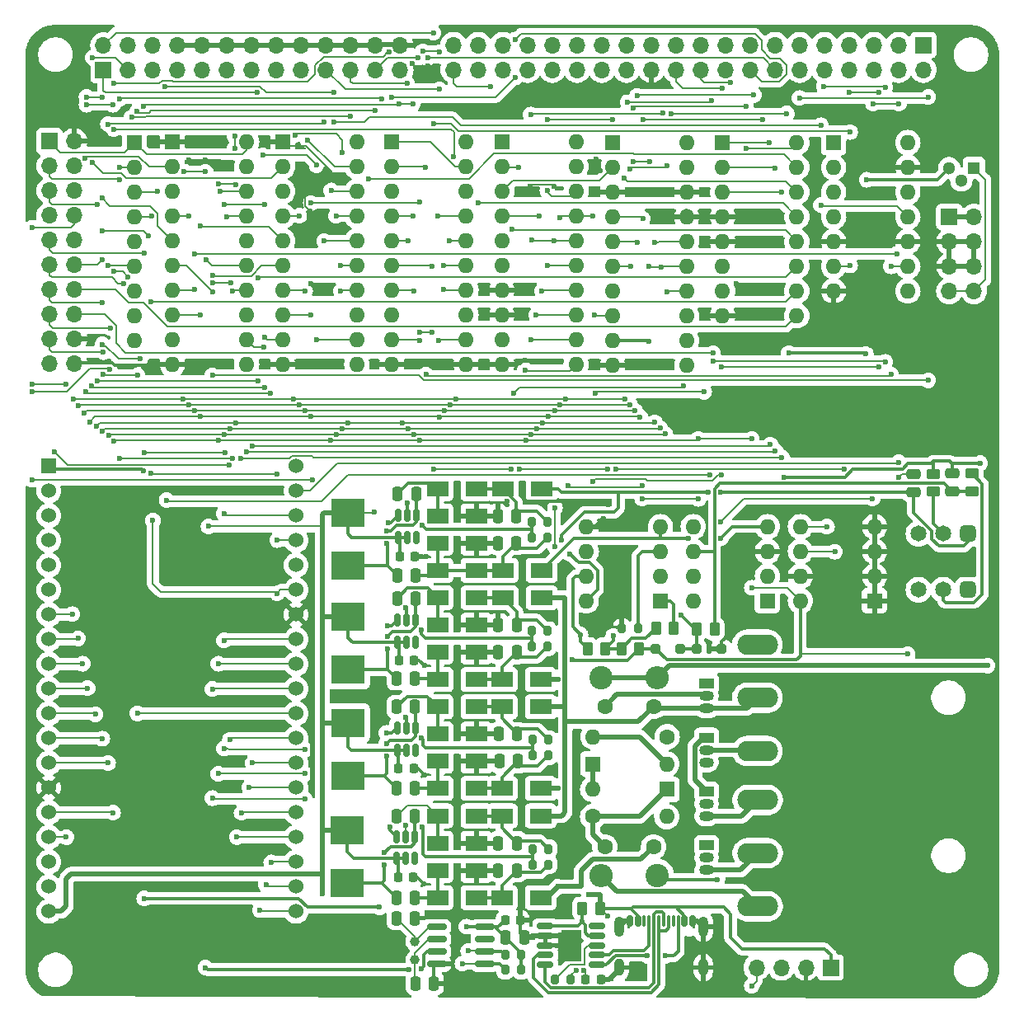
<source format=gbr>
%TF.GenerationSoftware,KiCad,Pcbnew,8.0.8*%
%TF.CreationDate,2025-03-16T16:52:42+08:00*%
%TF.ProjectId,temp_pro,74656d70-5f70-4726-9f2e-6b696361645f,rev?*%
%TF.SameCoordinates,Original*%
%TF.FileFunction,Copper,L1,Top*%
%TF.FilePolarity,Positive*%
%FSLAX46Y46*%
G04 Gerber Fmt 4.6, Leading zero omitted, Abs format (unit mm)*
G04 Created by KiCad (PCBNEW 8.0.8) date 2025-03-16 16:52:42*
%MOMM*%
%LPD*%
G01*
G04 APERTURE LIST*
G04 Aperture macros list*
%AMRoundRect*
0 Rectangle with rounded corners*
0 $1 Rounding radius*
0 $2 $3 $4 $5 $6 $7 $8 $9 X,Y pos of 4 corners*
0 Add a 4 corners polygon primitive as box body*
4,1,4,$2,$3,$4,$5,$6,$7,$8,$9,$2,$3,0*
0 Add four circle primitives for the rounded corners*
1,1,$1+$1,$2,$3*
1,1,$1+$1,$4,$5*
1,1,$1+$1,$6,$7*
1,1,$1+$1,$8,$9*
0 Add four rect primitives between the rounded corners*
20,1,$1+$1,$2,$3,$4,$5,0*
20,1,$1+$1,$4,$5,$6,$7,0*
20,1,$1+$1,$6,$7,$8,$9,0*
20,1,$1+$1,$8,$9,$2,$3,0*%
G04 Aperture macros list end*
%TA.AperFunction,SMDPad,CuDef*%
%ADD10R,2.250000X1.550000*%
%TD*%
%TA.AperFunction,SMDPad,CuDef*%
%ADD11RoundRect,0.200000X0.200000X0.275000X-0.200000X0.275000X-0.200000X-0.275000X0.200000X-0.275000X0*%
%TD*%
%TA.AperFunction,ComponentPad*%
%ADD12O,4.191000X2.095500*%
%TD*%
%TA.AperFunction,ComponentPad*%
%ADD13O,1.600000X1.600000*%
%TD*%
%TA.AperFunction,ComponentPad*%
%ADD14R,1.600000X1.600000*%
%TD*%
%TA.AperFunction,SMDPad,CuDef*%
%ADD15RoundRect,0.250000X0.250000X0.475000X-0.250000X0.475000X-0.250000X-0.475000X0.250000X-0.475000X0*%
%TD*%
%TA.AperFunction,SMDPad,CuDef*%
%ADD16RoundRect,0.250000X-0.250000X-0.250000X0.250000X-0.250000X0.250000X0.250000X-0.250000X0.250000X0*%
%TD*%
%TA.AperFunction,SMDPad,CuDef*%
%ADD17RoundRect,0.250000X-0.250000X-0.475000X0.250000X-0.475000X0.250000X0.475000X-0.250000X0.475000X0*%
%TD*%
%TA.AperFunction,SMDPad,CuDef*%
%ADD18R,3.500000X2.950000*%
%TD*%
%TA.AperFunction,SMDPad,CuDef*%
%ADD19RoundRect,0.250000X0.262500X0.450000X-0.262500X0.450000X-0.262500X-0.450000X0.262500X-0.450000X0*%
%TD*%
%TA.AperFunction,ComponentPad*%
%ADD20R,1.500000X1.050000*%
%TD*%
%TA.AperFunction,ComponentPad*%
%ADD21O,1.500000X1.050000*%
%TD*%
%TA.AperFunction,SMDPad,CuDef*%
%ADD22RoundRect,0.225000X-0.225000X-0.250000X0.225000X-0.250000X0.225000X0.250000X-0.225000X0.250000X0*%
%TD*%
%TA.AperFunction,SMDPad,CuDef*%
%ADD23RoundRect,0.150000X-0.150000X0.512500X-0.150000X-0.512500X0.150000X-0.512500X0.150000X0.512500X0*%
%TD*%
%TA.AperFunction,ComponentPad*%
%ADD24O,1.700000X1.700000*%
%TD*%
%TA.AperFunction,ComponentPad*%
%ADD25R,1.700000X1.700000*%
%TD*%
%TA.AperFunction,SMDPad,CuDef*%
%ADD26RoundRect,0.250000X-0.262500X-0.450000X0.262500X-0.450000X0.262500X0.450000X-0.262500X0.450000X0*%
%TD*%
%TA.AperFunction,ComponentPad*%
%ADD27C,1.600000*%
%TD*%
%TA.AperFunction,SMDPad,CuDef*%
%ADD28RoundRect,0.150000X-0.687500X-0.150000X0.687500X-0.150000X0.687500X0.150000X-0.687500X0.150000X0*%
%TD*%
%TA.AperFunction,HeatsinkPad*%
%ADD29R,2.100000X3.300000*%
%TD*%
%TA.AperFunction,SMDPad,CuDef*%
%ADD30RoundRect,0.250000X0.450000X-0.262500X0.450000X0.262500X-0.450000X0.262500X-0.450000X-0.262500X0*%
%TD*%
%TA.AperFunction,ComponentPad*%
%ADD31C,1.000000*%
%TD*%
%TA.AperFunction,SMDPad,CuDef*%
%ADD32RoundRect,0.250000X-0.450000X0.262500X-0.450000X-0.262500X0.450000X-0.262500X0.450000X0.262500X0*%
%TD*%
%TA.AperFunction,SMDPad,CuDef*%
%ADD33RoundRect,0.250000X-0.475000X0.250000X-0.475000X-0.250000X0.475000X-0.250000X0.475000X0.250000X0*%
%TD*%
%TA.AperFunction,SMDPad,CuDef*%
%ADD34RoundRect,0.150000X-0.825000X-0.150000X0.825000X-0.150000X0.825000X0.150000X-0.825000X0.150000X0*%
%TD*%
%TA.AperFunction,ComponentPad*%
%ADD35C,1.300000*%
%TD*%
%TA.AperFunction,ComponentPad*%
%ADD36R,1.300000X1.300000*%
%TD*%
%TA.AperFunction,SMDPad,CuDef*%
%ADD37RoundRect,0.150000X-0.150000X-0.425000X0.150000X-0.425000X0.150000X0.425000X-0.150000X0.425000X0*%
%TD*%
%TA.AperFunction,SMDPad,CuDef*%
%ADD38RoundRect,0.075000X-0.075000X-0.500000X0.075000X-0.500000X0.075000X0.500000X-0.075000X0.500000X0*%
%TD*%
%TA.AperFunction,HeatsinkPad*%
%ADD39O,1.000000X2.100000*%
%TD*%
%TA.AperFunction,HeatsinkPad*%
%ADD40O,1.000000X1.800000*%
%TD*%
%TA.AperFunction,ComponentPad*%
%ADD41RoundRect,0.412500X0.412500X0.412500X-0.412500X0.412500X-0.412500X-0.412500X0.412500X-0.412500X0*%
%TD*%
%TA.AperFunction,ComponentPad*%
%ADD42C,1.650000*%
%TD*%
%TA.AperFunction,SMDPad,CuDef*%
%ADD43RoundRect,0.250000X0.475000X-0.250000X0.475000X0.250000X-0.475000X0.250000X-0.475000X-0.250000X0*%
%TD*%
%TA.AperFunction,ComponentPad*%
%ADD44R,1.530000X1.530000*%
%TD*%
%TA.AperFunction,ComponentPad*%
%ADD45C,1.530000*%
%TD*%
%TA.AperFunction,SMDPad,CuDef*%
%ADD46RoundRect,0.200000X-0.200000X-0.275000X0.200000X-0.275000X0.200000X0.275000X-0.200000X0.275000X0*%
%TD*%
%TA.AperFunction,ComponentPad*%
%ADD47C,2.400000*%
%TD*%
%TA.AperFunction,ComponentPad*%
%ADD48O,2.400000X2.400000*%
%TD*%
%TA.AperFunction,ViaPad*%
%ADD49C,0.600000*%
%TD*%
%TA.AperFunction,Conductor*%
%ADD50C,0.300000*%
%TD*%
%TA.AperFunction,Conductor*%
%ADD51C,0.500000*%
%TD*%
%TA.AperFunction,Conductor*%
%ADD52C,0.200000*%
%TD*%
G04 APERTURE END LIST*
D10*
%TO.P,D27,1,K*%
%TO.N,Net-(D27-K)*%
X150420000Y-104720000D03*
%TO.P,D27,2,A*%
%TO.N,Net-(D26-K)*%
X146420000Y-104720000D03*
%TD*%
D11*
%TO.P,R27,1*%
%TO.N,Net-(D19-A)*%
X157820000Y-120920000D03*
%TO.P,R27,2*%
%TO.N,/NFB3*%
X156170000Y-120920000D03*
%TD*%
D12*
%TO.P,Q1,B*%
%TO.N,Net-(Q3-C)*%
X179295000Y-125489000D03*
%TO.P,Q1,C*%
%TO.N,-12V*%
X179295000Y-130950000D03*
%TO.P,Q1,E*%
%TO.N,Net-(Q1-PadE)*%
X179295000Y-136411000D03*
%TD*%
D10*
%TO.P,D13,1,K*%
%TO.N,Net-(D12-A)*%
X146420000Y-135520000D03*
%TO.P,D13,2,A*%
%TO.N,Net-(D13-A)*%
X150420000Y-135520000D03*
%TD*%
D13*
%TO.P,U12,20,VCC*%
%TO.N,+5V*%
X172020000Y-57990000D03*
%TO.P,U12,19,ILE(BYTE1/~BYTE2)*%
X172020000Y-60530000D03*
%TO.P,U12,18,~WR2*%
%TO.N,GND*%
X172020000Y-63070000D03*
%TO.P,U12,17,~XFER*%
X172020000Y-65610000D03*
%TO.P,U12,16,DI4*%
%TO.N,/D4*%
X172020000Y-68150000D03*
%TO.P,U12,15,DI5*%
%TO.N,/D5*%
X172020000Y-70690000D03*
%TO.P,U12,14,DI6*%
%TO.N,/D6*%
X172020000Y-73230000D03*
%TO.P,U12,13,DI7*%
%TO.N,/D7*%
X172020000Y-75770000D03*
%TO.P,U12,12,IOUT2*%
%TO.N,/Iout2*%
X172020000Y-78310000D03*
%TO.P,U12,11,IOUT1*%
%TO.N,/Iout1*%
X172020000Y-80850000D03*
%TO.P,U12,10,GND*%
%TO.N,GND*%
X164400000Y-80850000D03*
%TO.P,U12,9,RFB*%
%TO.N,/RFB*%
X164400000Y-78310000D03*
%TO.P,U12,8,VREF*%
%TO.N,+5V*%
X164400000Y-75770000D03*
%TO.P,U12,7,DI0*%
%TO.N,/D0*%
X164400000Y-73230000D03*
%TO.P,U12,6,DI1*%
%TO.N,/D1*%
X164400000Y-70690000D03*
%TO.P,U12,5,DI2*%
%TO.N,/D2*%
X164400000Y-68150000D03*
%TO.P,U12,4,DI3*%
%TO.N,/D3*%
X164400000Y-65610000D03*
%TO.P,U12,3,GND_2*%
%TO.N,GND*%
X164400000Y-63070000D03*
%TO.P,U12,2,~WR1*%
%TO.N,/WR*%
X164400000Y-60530000D03*
D14*
%TO.P,U12,1,~CS*%
%TO.N,/CS1*%
X164400000Y-57990000D03*
%TD*%
D15*
%TO.P,C44,1*%
%TO.N,Net-(D25-A)*%
X154570000Y-110320000D03*
%TO.P,C44,2*%
%TO.N,GND*%
X152670000Y-110320000D03*
%TD*%
D10*
%TO.P,D9,1,K*%
%TO.N,Net-(D4-A)*%
X146420000Y-101920000D03*
%TO.P,D9,2,A*%
X150420000Y-101920000D03*
%TD*%
D16*
%TO.P,D6,1,K*%
%TO.N,+5V*%
X168820000Y-109950000D03*
%TO.P,D6,2,A*%
%TO.N,/AMP1*%
X171320000Y-109950000D03*
%TD*%
D10*
%TO.P,D25,1,K*%
%TO.N,Net-(D24-A)*%
X146420000Y-113120000D03*
%TO.P,D25,2,A*%
%TO.N,Net-(D25-A)*%
X150420000Y-113120000D03*
%TD*%
%TO.P,D15,1,K*%
%TO.N,Net-(D15-K)*%
X150420000Y-127120000D03*
%TO.P,D15,2,A*%
%TO.N,Net-(D14-K)*%
X146420000Y-127120000D03*
%TD*%
%TO.P,D29,1*%
%TO.N,+12V*%
X157120000Y-104720000D03*
%TO.P,D29,2*%
%TO.N,Net-(D27-K)*%
X153120000Y-104720000D03*
%TD*%
D17*
%TO.P,C28,1*%
%TO.N,Net-(D10-K)*%
X142320000Y-94020000D03*
%TO.P,C28,2*%
%TO.N,Net-(U14-SW)*%
X144220000Y-94020000D03*
%TD*%
%TO.P,C13,1*%
%TO.N,Net-(D14-K)*%
X142220000Y-127120000D03*
%TO.P,C13,2*%
%TO.N,Net-(U6-SW)*%
X144120000Y-127120000D03*
%TD*%
D11*
%TO.P,R17,1*%
%TO.N,/Iout2*%
X167020000Y-107850000D03*
%TO.P,R17,2*%
%TO.N,GND*%
X165370000Y-107850000D03*
%TD*%
D13*
%TO.P,U15,14,VCC*%
%TO.N,+5V*%
X194720000Y-57975000D03*
%TO.P,U15,13,4B*%
%TO.N,GND*%
X194720000Y-60515000D03*
%TO.P,U15,12,4A*%
%TO.N,/DTRA*%
X194720000Y-63055000D03*
%TO.P,U15,11,4Y*%
%TO.N,/PRN_INIT*%
X194720000Y-65595000D03*
%TO.P,U15,10,3B*%
%TO.N,GND*%
X194720000Y-68135000D03*
%TO.P,U15,9,3A*%
%TO.N,/PR_ERR*%
X194720000Y-70675000D03*
%TO.P,U15,8,3Y*%
%TO.N,/PRN_ERR*%
X194720000Y-73215000D03*
%TO.P,U15,7,GND*%
%TO.N,GND*%
X187100000Y-73215000D03*
%TO.P,U15,6,2Y*%
%TO.N,/PRN_LF*%
X187100000Y-70675000D03*
%TO.P,U15,5,2B*%
%TO.N,GND*%
X187100000Y-68135000D03*
%TO.P,U15,4,2A*%
%TO.N,/DTRB*%
X187100000Y-65595000D03*
%TO.P,U15,3,1Y*%
%TO.N,unconnected-(U15-1Y-Pad3)*%
X187100000Y-63055000D03*
%TO.P,U15,2,1B*%
%TO.N,unconnected-(U15-1B-Pad2)*%
X187100000Y-60515000D03*
D14*
%TO.P,U15,1,1A*%
%TO.N,unconnected-(U15-1A-Pad1)*%
X187100000Y-57975000D03*
%TD*%
D17*
%TO.P,C8,1*%
%TO.N,Net-(U7-OSCI)*%
X142220000Y-137620000D03*
%TO.P,C8,2*%
%TO.N,GND*%
X144120000Y-137620000D03*
%TD*%
D18*
%TO.P,L2,1,1*%
%TO.N,+5V*%
X137120000Y-128570000D03*
%TO.P,L2,2,2*%
%TO.N,Net-(U6-SW)*%
X137120000Y-134020000D03*
%TD*%
D19*
%TO.P,R11,1*%
%TO.N,Net-(C18-Pad2)*%
X174882500Y-107950000D03*
%TO.P,R11,2*%
%TO.N,/AMP1*%
X173057500Y-107950000D03*
%TD*%
D15*
%TO.P,C17,1*%
%TO.N,Net-(D15-K)*%
X154570000Y-129920000D03*
%TO.P,C17,2*%
%TO.N,GND*%
X152670000Y-129920000D03*
%TD*%
D13*
%TO.P,RN1,9,R8*%
%TO.N,/SCL*%
X115300000Y-78270000D03*
%TO.P,RN1,8,R7*%
%TO.N,/SDA*%
X115300000Y-75730000D03*
%TO.P,RN1,7,R6*%
%TO.N,/USER1*%
X115300000Y-73190000D03*
%TO.P,RN1,6,R5*%
%TO.N,/PRN_ACK*%
X115300000Y-70650000D03*
%TO.P,RN1,5,R4*%
%TO.N,/PRN_BUSY*%
X115300000Y-68110000D03*
%TO.P,RN1,4,R3*%
%TO.N,/PRN_PAPER*%
X115300000Y-65570000D03*
%TO.P,RN1,3,R2*%
%TO.N,/PRN_STAT*%
X115300000Y-63030000D03*
%TO.P,RN1,2,R1*%
%TO.N,/PR_ERR*%
X115300000Y-60490000D03*
D14*
%TO.P,RN1,1,common*%
%TO.N,+5V*%
X115300000Y-57950000D03*
%TD*%
D15*
%TO.P,C36,1*%
%TO.N,Net-(D21-K)*%
X154620000Y-118720000D03*
%TO.P,C36,2*%
%TO.N,GND*%
X152720000Y-118720000D03*
%TD*%
D11*
%TO.P,R22,1*%
%TO.N,+3.3V*%
X155020000Y-142920000D03*
%TO.P,R22,2*%
%TO.N,/SDA*%
X153370000Y-142920000D03*
%TD*%
D15*
%TO.P,C31,1*%
%TO.N,Net-(D4-A)*%
X154520000Y-99120000D03*
%TO.P,C31,2*%
%TO.N,GND*%
X152620000Y-99120000D03*
%TD*%
D20*
%TO.P,Q4,1,E*%
%TO.N,Net-(Q3-C)*%
X174050000Y-130150000D03*
D21*
%TO.P,Q4,2,B*%
%TO.N,Net-(D3-K)*%
X174050000Y-131420000D03*
%TO.P,Q4,3,C*%
%TO.N,-12V*%
X174050000Y-132690000D03*
%TD*%
D22*
%TO.P,C10,1*%
%TO.N,/CFG1*%
X161625000Y-143920000D03*
%TO.P,C10,2*%
%TO.N,GND*%
X163175000Y-143920000D03*
%TD*%
D23*
%TO.P,U18,1,SW*%
%TO.N,Net-(U18-SW)*%
X144170000Y-107045000D03*
%TO.P,U18,2,GND*%
%TO.N,GND*%
X143220000Y-107045000D03*
%TO.P,U18,3,NFB*%
%TO.N,/NFB2*%
X142270000Y-107045000D03*
%TO.P,U18,4,~SHDN*%
%TO.N,+5V*%
X142270000Y-109320000D03*
%TO.P,U18,5,VIN*%
X143220000Y-109320000D03*
%TO.P,U18,6*%
%TO.N,N/C*%
X144170000Y-109320000D03*
%TD*%
D17*
%TO.P,C7,1*%
%TO.N,+3.3V*%
X153420000Y-139620000D03*
%TO.P,C7,2*%
%TO.N,GND*%
X155320000Y-139620000D03*
%TD*%
D22*
%TO.P,C39,1*%
%TO.N,+5V*%
X142470000Y-111120000D03*
%TO.P,C39,2*%
%TO.N,GND*%
X144020000Y-111120000D03*
%TD*%
D24*
%TO.P,J2,20,Pin_20*%
%TO.N,GND*%
X109100000Y-80700000D03*
%TO.P,J2,19,Pin_19*%
%TO.N,/RXD1*%
X106560000Y-80700000D03*
%TO.P,J2,18,Pin_18*%
%TO.N,GND*%
X109100000Y-78160000D03*
%TO.P,J2,17,Pin_17*%
%TO.N,/TXD1*%
X106560000Y-78160000D03*
%TO.P,J2,16,Pin_16*%
%TO.N,/CS7*%
X109100000Y-75620000D03*
%TO.P,J2,15,Pin_15*%
%TO.N,/RXD0*%
X106560000Y-75620000D03*
%TO.P,J2,14,Pin_14*%
%TO.N,/CS6*%
X109100000Y-73080000D03*
%TO.P,J2,13,Pin_13*%
%TO.N,/TXD0*%
X106560000Y-73080000D03*
%TO.P,J2,12,Pin_12*%
%TO.N,/CS5*%
X109100000Y-70540000D03*
%TO.P,J2,11,Pin_11*%
%TO.N,/SCL*%
X106560000Y-70540000D03*
%TO.P,J2,10,Pin_10*%
%TO.N,/SD3*%
X109100000Y-68000000D03*
%TO.P,J2,9,Pin_9*%
%TO.N,/SDA*%
X106560000Y-68000000D03*
%TO.P,J2,8,Pin_8*%
%TO.N,/SD2*%
X109100000Y-65460000D03*
%TO.P,J2,7,Pin_7*%
%TO.N,/CMD*%
X106560000Y-65460000D03*
%TO.P,J2,6,Pin_6*%
%TO.N,/SD1*%
X109100000Y-62920000D03*
%TO.P,J2,5,Pin_5*%
%TO.N,/CLK*%
X106560000Y-62920000D03*
%TO.P,J2,4,Pin_4*%
%TO.N,/SD0*%
X109100000Y-60380000D03*
%TO.P,J2,3,Pin_3*%
%TO.N,/IO15*%
X106560000Y-60380000D03*
%TO.P,J2,2,Pin_2*%
%TO.N,GND*%
X109100000Y-57840000D03*
D25*
%TO.P,J2,1,Pin_1*%
%TO.N,+5V*%
X106560000Y-57840000D03*
%TD*%
D14*
%TO.P,U1,1,1OUT*%
%TO.N,/RFB*%
X169320000Y-105050000D03*
D13*
%TO.P,U1,2,1IN-*%
%TO.N,/Iout1*%
X169320000Y-102510000D03*
%TO.P,U1,3,1IN+*%
%TO.N,/Iout2*%
X169320000Y-99970000D03*
%TO.P,U1,4,GND*%
%TO.N,-12VD*%
X169320000Y-97430000D03*
%TO.P,U1,5,2IN+*%
%TO.N,GND*%
X161700000Y-97430000D03*
%TO.P,U1,6,2IN-*%
%TO.N,Net-(U1-2IN-)*%
X161700000Y-99970000D03*
%TO.P,U1,7,2OUT*%
%TO.N,/DAO1*%
X161700000Y-102510000D03*
%TO.P,U1,8,VCC*%
%TO.N,+12VD*%
X161700000Y-105050000D03*
%TD*%
D14*
%TO.P,D2,1,K*%
%TO.N,/DAO1*%
X162360000Y-121800000D03*
D13*
%TO.P,D2,2,A*%
%TO.N,Net-(D2-A)*%
X169980000Y-121800000D03*
%TD*%
D26*
%TO.P,R12,1*%
%TO.N,Net-(U1-2IN-)*%
X165320000Y-109950000D03*
%TO.P,R12,2*%
%TO.N,+5V*%
X167145000Y-109950000D03*
%TD*%
D17*
%TO.P,C27,1*%
%TO.N,Net-(U14-SW)*%
X142280000Y-102420000D03*
%TO.P,C27,2*%
%TO.N,Net-(D4-A)*%
X144180000Y-102420000D03*
%TD*%
D10*
%TO.P,D24,1,K*%
%TO.N,GND*%
X150420000Y-110320000D03*
%TO.P,D24,2,A*%
%TO.N,Net-(D24-A)*%
X146420000Y-110320000D03*
%TD*%
D27*
%TO.P,R6,1*%
%TO.N,Net-(D3-K)*%
X162350000Y-127200000D03*
D13*
%TO.P,R6,2*%
%TO.N,-12V*%
X169970000Y-127200000D03*
%TD*%
D11*
%TO.P,R24,1*%
%TO.N,Net-(D15-K)*%
X157820000Y-130520000D03*
%TO.P,R24,2*%
%TO.N,/NFB4*%
X156170000Y-130520000D03*
%TD*%
D10*
%TO.P,D4,1,K*%
%TO.N,GND*%
X150420000Y-99120000D03*
%TO.P,D4,2,A*%
%TO.N,Net-(D4-A)*%
X146420000Y-99120000D03*
%TD*%
D28*
%TO.P,U17,1,VDD*%
%TO.N,/CFG1*%
X157500000Y-138420000D03*
%TO.P,U17,2,CFG2*%
%TO.N,GND*%
X157500000Y-139420000D03*
%TO.P,U17,3,CFG3*%
X157500000Y-140420000D03*
%TO.P,U17,4,DP*%
%TO.N,Net-(U17-DP)*%
X157500000Y-141420000D03*
%TO.P,U17,5,DM*%
%TO.N,Net-(U17-DM)*%
X157500000Y-142420000D03*
%TO.P,U17,6,CC2*%
%TO.N,Net-(J4-CC2)*%
X162775000Y-142420000D03*
%TO.P,U17,7,CC1*%
%TO.N,Net-(J4-CC1)*%
X162775000Y-141420000D03*
%TO.P,U17,8,VBUS*%
%TO.N,Net-(U17-VBUS)*%
X162775000Y-140420000D03*
%TO.P,U17,9,CFG1*%
%TO.N,/CFG1*%
X162775000Y-139420000D03*
%TO.P,U17,10,PG*%
%TO.N,unconnected-(U17-PG-Pad10)*%
X162775000Y-138420000D03*
D29*
%TO.P,U17,11,GND*%
%TO.N,GND*%
X160137500Y-140420000D03*
%TD*%
D20*
%TO.P,Q2,1,E*%
%TO.N,Net-(Q2-E)*%
X174050000Y-119080000D03*
D21*
%TO.P,Q2,2,B*%
%TO.N,Net-(Q2-B)*%
X174050000Y-120350000D03*
%TO.P,Q2,3,C*%
%TO.N,Net-(Q2-C)*%
X174050000Y-121620000D03*
%TD*%
D10*
%TO.P,D14,1,K*%
%TO.N,Net-(D14-K)*%
X146420000Y-129920000D03*
%TO.P,D14,2,A*%
%TO.N,GND*%
X150420000Y-129920000D03*
%TD*%
D20*
%TO.P,Q3,1,E*%
%TO.N,Net-(Q2-E)*%
X174050000Y-124620000D03*
D21*
%TO.P,Q3,2,B*%
%TO.N,/PWA*%
X174050000Y-125890000D03*
%TO.P,Q3,3,C*%
%TO.N,Net-(Q3-C)*%
X174050000Y-127160000D03*
%TD*%
D22*
%TO.P,C33,1*%
%TO.N,+5V*%
X142420000Y-122220000D03*
%TO.P,C33,2*%
%TO.N,GND*%
X143970000Y-122220000D03*
%TD*%
D10*
%TO.P,D22,1*%
%TO.N,Net-(D19-A)*%
X153020000Y-124320000D03*
%TO.P,D22,2*%
%TO.N,-12V*%
X157020000Y-124320000D03*
%TD*%
%TO.P,D11,1,K*%
%TO.N,Net-(D11-K)*%
X150420000Y-93520000D03*
%TO.P,D11,2,A*%
%TO.N,Net-(D10-K)*%
X146420000Y-93520000D03*
%TD*%
D11*
%TO.P,R29,1*%
%TO.N,Net-(D25-A)*%
X157720000Y-109720000D03*
%TO.P,R29,2*%
%TO.N,/NFB2*%
X156070000Y-109720000D03*
%TD*%
D17*
%TO.P,C34,1*%
%TO.N,Net-(U10-SW)*%
X142220000Y-124320000D03*
%TO.P,C34,2*%
%TO.N,Net-(D18-A)*%
X144120000Y-124320000D03*
%TD*%
D10*
%TO.P,D23,1*%
%TO.N,+12V*%
X157020000Y-115920000D03*
%TO.P,D23,2*%
%TO.N,Net-(D21-K)*%
X153020000Y-115920000D03*
%TD*%
D11*
%TO.P,R26,1*%
%TO.N,Net-(D21-K)*%
X157820000Y-119320000D03*
%TO.P,R26,2*%
%TO.N,/NFB3*%
X156170000Y-119320000D03*
%TD*%
D20*
%TO.P,Q8,1,E*%
%TO.N,Net-(Q2-C)*%
X174050000Y-113550000D03*
D21*
%TO.P,Q8,2,B*%
%TO.N,Net-(D2-A)*%
X174050000Y-114820000D03*
%TO.P,Q8,3,C*%
%TO.N,+12V*%
X174050000Y-116090000D03*
%TD*%
D30*
%TO.P,R8,1*%
%TO.N,Net-(R8-Pad1)*%
X197300000Y-93837500D03*
%TO.P,R8,2*%
%TO.N,/AD592_in*%
X197300000Y-92012500D03*
%TD*%
D27*
%TO.P,C4,1*%
%TO.N,+12V*%
X168610000Y-115900000D03*
%TO.P,C4,2*%
%TO.N,Net-(D2-A)*%
X163610000Y-115900000D03*
%TD*%
D14*
%TO.P,U11,1,VOS*%
%TO.N,unconnected-(U11-VOS-Pad1)*%
X180300000Y-105040000D03*
D13*
%TO.P,U11,2,-*%
%TO.N,/AD592_in*%
X180300000Y-102500000D03*
%TO.P,U11,3,+*%
%TO.N,GND*%
X180300000Y-99960000D03*
%TO.P,U11,4,V-*%
%TO.N,-12VD*%
X180300000Y-97420000D03*
%TO.P,U11,5,NC*%
%TO.N,unconnected-(U11-NC-Pad5)*%
X172680000Y-97420000D03*
%TO.P,U11,6*%
%TO.N,Net-(C18-Pad2)*%
X172680000Y-99960000D03*
%TO.P,U11,7,V+*%
%TO.N,+12VD*%
X172680000Y-102500000D03*
%TO.P,U11,8,VOS*%
%TO.N,unconnected-(U11-VOS-Pad8)*%
X172680000Y-105040000D03*
%TD*%
D31*
%TO.P,Y1,1,1*%
%TO.N,Net-(U7-OSCI)*%
X144120000Y-140020000D03*
%TO.P,Y1,2,2*%
%TO.N,Net-(U7-OSCO)*%
X144120000Y-141920000D03*
%TD*%
D15*
%TO.P,C38,1*%
%TO.N,Net-(D19-A)*%
X154670000Y-121520000D03*
%TO.P,C38,2*%
%TO.N,GND*%
X152770000Y-121520000D03*
%TD*%
D24*
%TO.P,J1,26,Pin_26*%
%TO.N,GND*%
X142600000Y-48000000D03*
%TO.P,J1,25,Pin_25*%
%TO.N,/PRN_STAT*%
X142600000Y-50540000D03*
%TO.P,J1,24,Pin_24*%
%TO.N,GND*%
X140060000Y-48000000D03*
%TO.P,J1,23,Pin_23*%
%TO.N,/PRN_PAPER*%
X140060000Y-50540000D03*
%TO.P,J1,22,Pin_22*%
%TO.N,GND*%
X137520000Y-48000000D03*
%TO.P,J1,21,Pin_21*%
%TO.N,/PRN_BUSY*%
X137520000Y-50540000D03*
%TO.P,J1,20,Pin_20*%
%TO.N,GND*%
X134980000Y-48000000D03*
%TO.P,J1,19,Pin_19*%
%TO.N,/PRN_ACK*%
X134980000Y-50540000D03*
%TO.P,J1,18,Pin_18*%
%TO.N,GND*%
X132440000Y-48000000D03*
%TO.P,J1,17,Pin_17*%
%TO.N,/PRN_D7*%
X132440000Y-50540000D03*
%TO.P,J1,16,Pin_16*%
%TO.N,GND*%
X129900000Y-48000000D03*
%TO.P,J1,15,Pin_15*%
%TO.N,/PRN_D6*%
X129900000Y-50540000D03*
%TO.P,J1,14,Pin_14*%
%TO.N,GND*%
X127360000Y-48000000D03*
%TO.P,J1,13,Pin_13*%
%TO.N,/PRN_D5*%
X127360000Y-50540000D03*
%TO.P,J1,12,Pin_12*%
%TO.N,GND*%
X124820000Y-48000000D03*
%TO.P,J1,11,Pin_11*%
%TO.N,/PRN_D4*%
X124820000Y-50540000D03*
%TO.P,J1,10,Pin_10*%
%TO.N,GND*%
X122280000Y-48000000D03*
%TO.P,J1,9,Pin_9*%
%TO.N,/PRN_D3*%
X122280000Y-50540000D03*
%TO.P,J1,8,Pin_8*%
%TO.N,GND*%
X119740000Y-48000000D03*
%TO.P,J1,7,Pin_7*%
%TO.N,/PRN_D2*%
X119740000Y-50540000D03*
%TO.P,J1,6,Pin_6*%
%TO.N,/PRN_INIT*%
X117200000Y-48000000D03*
%TO.P,J1,5,Pin_5*%
%TO.N,/PRN_D1*%
X117200000Y-50540000D03*
%TO.P,J1,4,Pin_4*%
%TO.N,/PRN_ERR*%
X114660000Y-48000000D03*
%TO.P,J1,3,Pin_3*%
%TO.N,/PRN_D0*%
X114660000Y-50540000D03*
%TO.P,J1,2,Pin_2*%
%TO.N,/PRN_LF*%
X112120000Y-48000000D03*
D25*
%TO.P,J1,1,Pin_1*%
%TO.N,/PRN_STROBE*%
X112120000Y-50540000D03*
%TD*%
D16*
%TO.P,D7,1,K*%
%TO.N,/AMP1*%
X173070000Y-109950000D03*
%TO.P,D7,2,A*%
%TO.N,GND*%
X175570000Y-109950000D03*
%TD*%
D13*
%TO.P,U9,20,VCC*%
%TO.N,+5V*%
X160650000Y-57910000D03*
%TO.P,U9,19,CLK_R*%
%TO.N,Net-(U9-CLK_R)*%
X160650000Y-60450000D03*
%TO.P,U9,18,DB0*%
%TO.N,/D0*%
X160650000Y-62990000D03*
%TO.P,U9,17,DB1*%
%TO.N,/D1*%
X160650000Y-65530000D03*
%TO.P,U9,16,DB2*%
%TO.N,/D2*%
X160650000Y-68070000D03*
%TO.P,U9,15,DB3*%
%TO.N,/D3*%
X160650000Y-70610000D03*
%TO.P,U9,14,DB4*%
%TO.N,/D4*%
X160650000Y-73150000D03*
%TO.P,U9,13,DB5*%
%TO.N,/D5*%
X160650000Y-75690000D03*
%TO.P,U9,12,DB6*%
%TO.N,/D6*%
X160650000Y-78230000D03*
%TO.P,U9,11,DB7*%
%TO.N,/D7*%
X160650000Y-80770000D03*
%TO.P,U9,10,DGND*%
%TO.N,GND*%
X153030000Y-80770000D03*
%TO.P,U9,9,VREF/2*%
%TO.N,+5V*%
X153030000Y-78230000D03*
%TO.P,U9,8,AGND*%
%TO.N,GND*%
X153030000Y-75690000D03*
%TO.P,U9,7,VIN(-)*%
X153030000Y-73150000D03*
%TO.P,U9,6,VIN(+)*%
%TO.N,/AMP1*%
X153030000Y-70610000D03*
%TO.P,U9,5,~INTR*%
%TO.N,unconnected-(U9-~INTR-Pad5)*%
X153030000Y-68070000D03*
%TO.P,U9,4,CLK_IN*%
%TO.N,Net-(U9-CLK_IN)*%
X153030000Y-65530000D03*
%TO.P,U9,3,~WR*%
%TO.N,/WR*%
X153030000Y-62990000D03*
%TO.P,U9,2,~RD*%
%TO.N,/RD*%
X153030000Y-60450000D03*
D14*
%TO.P,U9,1,~CS*%
%TO.N,/CS3*%
X153030000Y-57910000D03*
%TD*%
D32*
%TO.P,R10,1*%
%TO.N,Net-(R10-Pad1)*%
X201300000Y-91975000D03*
%TO.P,R10,2*%
%TO.N,Net-(C18-Pad2)*%
X201300000Y-93800000D03*
%TD*%
D27*
%TO.P,R5,1*%
%TO.N,+12V*%
X170010000Y-119000000D03*
D13*
%TO.P,R5,2*%
%TO.N,Net-(D2-A)*%
X162390000Y-119000000D03*
%TD*%
D11*
%TO.P,R16,1*%
%TO.N,Net-(D11-K)*%
X157720000Y-96920000D03*
%TO.P,R16,2*%
%TO.N,/NFB1*%
X156070000Y-96920000D03*
%TD*%
D33*
%TO.P,C18,1*%
%TO.N,/AD592_in*%
X199300000Y-91937500D03*
%TO.P,C18,2*%
%TO.N,Net-(C18-Pad2)*%
X199300000Y-93837500D03*
%TD*%
D10*
%TO.P,D12,1,K*%
%TO.N,GND*%
X150420000Y-132720000D03*
%TO.P,D12,2,A*%
%TO.N,Net-(D12-A)*%
X146420000Y-132720000D03*
%TD*%
%TO.P,D18,1,K*%
%TO.N,GND*%
X150420000Y-121520000D03*
%TO.P,D18,2,A*%
%TO.N,Net-(D18-A)*%
X146420000Y-121520000D03*
%TD*%
D11*
%TO.P,R25,1*%
%TO.N,Net-(D13-A)*%
X157820000Y-132120000D03*
%TO.P,R25,2*%
%TO.N,/NFB4*%
X156170000Y-132120000D03*
%TD*%
D34*
%TO.P,U7,1,OSCI*%
%TO.N,Net-(U7-OSCI)*%
X146345000Y-138515000D03*
%TO.P,U7,2,OSCO*%
%TO.N,Net-(U7-OSCO)*%
X146345000Y-139785000D03*
%TO.P,U7,3,VBAT*%
%TO.N,Net-(BT2-+)*%
X146345000Y-141055000D03*
%TO.P,U7,4,VSS*%
%TO.N,GND*%
X146345000Y-142325000D03*
%TO.P,U7,5,SDA*%
%TO.N,/SDA*%
X151295000Y-142325000D03*
%TO.P,U7,6,SCL*%
%TO.N,/SCL*%
X151295000Y-141055000D03*
%TO.P,U7,7,~{INT1}/CLKOUT*%
%TO.N,unconnected-(U7-~{INT1}{slash}CLKOUT-Pad7)*%
X151295000Y-139785000D03*
%TO.P,U7,8,VDD*%
%TO.N,+3.3V*%
X151295000Y-138515000D03*
%TD*%
D14*
%TO.P,D3,1,K*%
%TO.N,Net-(D3-K)*%
X169980000Y-124400000D03*
D13*
%TO.P,D3,2,A*%
%TO.N,/DAO1*%
X162360000Y-124400000D03*
%TD*%
D15*
%TO.P,C32,1*%
%TO.N,Net-(D13-A)*%
X154570000Y-132720000D03*
%TO.P,C32,2*%
%TO.N,GND*%
X152670000Y-132720000D03*
%TD*%
D24*
%TO.P,J7,4,Pin_4*%
%TO.N,/SDA*%
X179180000Y-142700000D03*
%TO.P,J7,3,Pin_3*%
%TO.N,/SCL*%
X181720000Y-142700000D03*
%TO.P,J7,2,Pin_2*%
%TO.N,GND*%
X184260000Y-142700000D03*
D25*
%TO.P,J7,1,Pin_1*%
%TO.N,+5V*%
X186800000Y-142700000D03*
%TD*%
D10*
%TO.P,D5,1*%
%TO.N,+12VD*%
X157120000Y-93520000D03*
%TO.P,D5,2*%
%TO.N,Net-(D11-K)*%
X153120000Y-93520000D03*
%TD*%
D35*
%TO.P,U2,3,-*%
%TO.N,-12VD*%
X198960000Y-60600000D03*
%TO.P,U2,2,NC*%
%TO.N,unconnected-(U2-NC-Pad2)*%
X200220000Y-61870000D03*
D36*
%TO.P,U2,1,+*%
%TO.N,/AD592_in*%
X201500000Y-60600000D03*
%TD*%
D17*
%TO.P,C41,1*%
%TO.N,Net-(D26-K)*%
X142280000Y-104800000D03*
%TO.P,C41,2*%
%TO.N,Net-(U18-SW)*%
X144180000Y-104800000D03*
%TD*%
D23*
%TO.P,U10,1,SW*%
%TO.N,Net-(U10-SW)*%
X144170000Y-118082500D03*
%TO.P,U10,2,GND*%
%TO.N,GND*%
X143220000Y-118082500D03*
%TO.P,U10,3,NFB*%
%TO.N,/NFB3*%
X142270000Y-118082500D03*
%TO.P,U10,4,~SHDN*%
%TO.N,+5V*%
X142270000Y-120357500D03*
%TO.P,U10,5,VIN*%
X143220000Y-120357500D03*
%TO.P,U10,6*%
%TO.N,N/C*%
X144170000Y-120357500D03*
%TD*%
D13*
%TO.P,U16,20,VCC*%
%TO.N,+5V*%
X149345000Y-57911000D03*
%TO.P,U16,19,2OE*%
%TO.N,/CS2*%
X149345000Y-60451000D03*
%TO.P,U16,18,1Y0*%
%TO.N,/D0*%
X149345000Y-62991000D03*
%TO.P,U16,17,2A0*%
%TO.N,/PRN_ACK*%
X149345000Y-65531000D03*
%TO.P,U16,16,1Y1*%
%TO.N,/D1*%
X149345000Y-68071000D03*
%TO.P,U16,15,2A1*%
%TO.N,/USER1*%
X149345000Y-70611000D03*
%TO.P,U16,14,1Y2*%
%TO.N,/D2*%
X149345000Y-73151000D03*
%TO.P,U16,13,2A2*%
%TO.N,unconnected-(U16-2A2-Pad13)*%
X149345000Y-75691000D03*
%TO.P,U16,12,1Y3*%
%TO.N,/D3*%
X149345000Y-78231000D03*
%TO.P,U16,11,2A3*%
%TO.N,GND*%
X149345000Y-80771000D03*
%TO.P,U16,10,GND*%
X141725000Y-80771000D03*
%TO.P,U16,9,2Y3*%
%TO.N,/D7*%
X141725000Y-78231000D03*
%TO.P,U16,8,1A3*%
%TO.N,/PRN_BUSY*%
X141725000Y-75691000D03*
%TO.P,U16,7,2Y2*%
%TO.N,/D6*%
X141725000Y-73151000D03*
%TO.P,U16,6,1A2*%
%TO.N,/PRN_PAPER*%
X141725000Y-70611000D03*
%TO.P,U16,5,2Y1*%
%TO.N,/D5*%
X141725000Y-68071000D03*
%TO.P,U16,4,1A1*%
%TO.N,/PRN_STAT*%
X141725000Y-65531000D03*
%TO.P,U16,3,2Y0*%
%TO.N,/D4*%
X141725000Y-62991000D03*
%TO.P,U16,2,1A0*%
%TO.N,/PR_ERR*%
X141725000Y-60451000D03*
D14*
%TO.P,U16,1,1OE*%
%TO.N,/CS2*%
X141725000Y-57911000D03*
%TD*%
D10*
%TO.P,D26,1,K*%
%TO.N,Net-(D26-K)*%
X146420000Y-107520000D03*
%TO.P,D26,2,A*%
%TO.N,GND*%
X150420000Y-107520000D03*
%TD*%
%TO.P,D20,1,K*%
%TO.N,Net-(D20-K)*%
X146420000Y-118720000D03*
%TO.P,D20,2,A*%
%TO.N,GND*%
X150420000Y-118720000D03*
%TD*%
%TO.P,D28,1*%
%TO.N,Net-(D25-A)*%
X153020000Y-113120000D03*
%TO.P,D28,2*%
%TO.N,-12V*%
X157020000Y-113120000D03*
%TD*%
D18*
%TO.P,L3,1,1*%
%TO.N,+5V*%
X137220000Y-117570000D03*
%TO.P,L3,2,2*%
%TO.N,Net-(U10-SW)*%
X137220000Y-123020000D03*
%TD*%
D15*
%TO.P,C42,1*%
%TO.N,Net-(D27-K)*%
X154570000Y-107520000D03*
%TO.P,C42,2*%
%TO.N,GND*%
X152670000Y-107520000D03*
%TD*%
D17*
%TO.P,C35,1*%
%TO.N,Net-(D20-K)*%
X142220000Y-115920000D03*
%TO.P,C35,2*%
%TO.N,Net-(U10-SW)*%
X144120000Y-115920000D03*
%TD*%
D18*
%TO.P,L1,1,1*%
%TO.N,+5V*%
X137220000Y-95970000D03*
%TO.P,L1,2,2*%
%TO.N,Net-(U14-SW)*%
X137220000Y-101420000D03*
%TD*%
D37*
%TO.P,J4,A1,GND*%
%TO.N,GND*%
X166200000Y-137940000D03*
%TO.P,J4,A4,VBUS*%
%TO.N,+5V*%
X167000000Y-137940000D03*
D38*
%TO.P,J4,A5,CC1*%
%TO.N,Net-(J4-CC1)*%
X168150000Y-137940000D03*
%TO.P,J4,A6,D+*%
%TO.N,Net-(U17-DP)*%
X169150000Y-137940000D03*
%TO.P,J4,A7,D-*%
%TO.N,Net-(U17-DM)*%
X169650000Y-137940000D03*
%TO.P,J4,A8*%
%TO.N,N/C*%
X170650000Y-137940000D03*
D37*
%TO.P,J4,A9,VBUS*%
%TO.N,+5V*%
X171800000Y-137940000D03*
%TO.P,J4,A12,GND*%
%TO.N,GND*%
X172600000Y-137940000D03*
%TO.P,J4,B1,GND*%
X172600000Y-137940000D03*
%TO.P,J4,B4,VBUS*%
%TO.N,+5V*%
X171800000Y-137940000D03*
D38*
%TO.P,J4,B5,CC2*%
%TO.N,Net-(J4-CC2)*%
X171150000Y-137940000D03*
%TO.P,J4,B6,D+*%
%TO.N,Net-(U17-DP)*%
X170150000Y-137940000D03*
%TO.P,J4,B7,D-*%
%TO.N,Net-(U17-DM)*%
X168650000Y-137940000D03*
%TO.P,J4,B8*%
%TO.N,N/C*%
X167650000Y-137940000D03*
D37*
%TO.P,J4,B9,VBUS*%
%TO.N,+5V*%
X167000000Y-137940000D03*
%TO.P,J4,B12,GND*%
%TO.N,GND*%
X166200000Y-137940000D03*
D39*
%TO.P,J4,S1,SHIELD*%
X165080000Y-138515000D03*
D40*
X165080000Y-142695000D03*
D39*
X173720000Y-138515000D03*
D40*
X173720000Y-142695000D03*
%TD*%
D12*
%TO.P,Q7,B*%
%TO.N,Net-(Q2-C)*%
X179270000Y-109528000D03*
%TO.P,Q7,C*%
%TO.N,+12V*%
X179270000Y-114989000D03*
%TO.P,Q7,E*%
%TO.N,Net-(Q2-B)*%
X179270000Y-120450000D03*
%TD*%
D22*
%TO.P,C26,1*%
%TO.N,+5V*%
X142570000Y-100520000D03*
%TO.P,C26,2*%
%TO.N,GND*%
X144120000Y-100520000D03*
%TD*%
D23*
%TO.P,U6,1,SW*%
%TO.N,Net-(U6-SW)*%
X144120000Y-129245000D03*
%TO.P,U6,2,GND*%
%TO.N,GND*%
X143170000Y-129245000D03*
%TO.P,U6,3,NFB*%
%TO.N,/NFB4*%
X142220000Y-129245000D03*
%TO.P,U6,4,~SHDN*%
%TO.N,+5V*%
X142220000Y-131520000D03*
%TO.P,U6,5,VIN*%
X143170000Y-131520000D03*
%TO.P,U6,6*%
%TO.N,N/C*%
X144120000Y-131520000D03*
%TD*%
D41*
%TO.P,RV1,1,1*%
%TO.N,+12VD*%
X200900000Y-98150000D03*
D42*
%TO.P,RV1,2,2*%
%TO.N,Net-(R8-Pad1)*%
X198360000Y-98150000D03*
%TO.P,RV1,3,3*%
X195820000Y-98150000D03*
%TD*%
D18*
%TO.P,L4,1,1*%
%TO.N,+5V*%
X137220000Y-106670000D03*
%TO.P,L4,2,2*%
%TO.N,Net-(U18-SW)*%
X137220000Y-112120000D03*
%TD*%
D13*
%TO.P,U3,20,VCC*%
%TO.N,+5V*%
X138145000Y-57911000D03*
%TO.P,U3,19,O7*%
%TO.N,/PRN_D7*%
X138145000Y-60451000D03*
%TO.P,U3,18,D7*%
%TO.N,/D7*%
X138145000Y-62991000D03*
%TO.P,U3,17,D6*%
%TO.N,/D6*%
X138145000Y-65531000D03*
%TO.P,U3,16,O6*%
%TO.N,/PRN_D6*%
X138145000Y-68071000D03*
%TO.P,U3,15,O5*%
%TO.N,/PRN_D5*%
X138145000Y-70611000D03*
%TO.P,U3,14,D5*%
%TO.N,/D5*%
X138145000Y-73151000D03*
%TO.P,U3,13,D4*%
%TO.N,/D4*%
X138145000Y-75691000D03*
%TO.P,U3,12,O4*%
%TO.N,/PRN_D4*%
X138145000Y-78231000D03*
%TO.P,U3,11,Cp*%
%TO.N,/CS0*%
X138145000Y-80771000D03*
%TO.P,U3,10,GND*%
%TO.N,GND*%
X130525000Y-80771000D03*
%TO.P,U3,9,O3*%
%TO.N,/PRN_D3*%
X130525000Y-78231000D03*
%TO.P,U3,8,D3*%
%TO.N,/D3*%
X130525000Y-75691000D03*
%TO.P,U3,7,D2*%
%TO.N,/D2*%
X130525000Y-73151000D03*
%TO.P,U3,6,O2*%
%TO.N,/PRN_D2*%
X130525000Y-70611000D03*
%TO.P,U3,5,O1*%
%TO.N,/PRN_D1*%
X130525000Y-68071000D03*
%TO.P,U3,4,D1*%
%TO.N,/D1*%
X130525000Y-65531000D03*
%TO.P,U3,3,D0*%
%TO.N,/D0*%
X130525000Y-62991000D03*
%TO.P,U3,2,O0*%
%TO.N,/PRN_D0*%
X130525000Y-60451000D03*
D14*
%TO.P,U3,1,OE*%
%TO.N,GND*%
X130525000Y-57911000D03*
%TD*%
D43*
%TO.P,C14,1*%
%TO.N,+12VD*%
X195300000Y-93887500D03*
%TO.P,C14,2*%
%TO.N,GND*%
X195300000Y-91987500D03*
%TD*%
D13*
%TO.P,U5,16,VCC*%
%TO.N,+3.3V*%
X183320000Y-57976000D03*
%TO.P,U5,15,~{Y0}*%
%TO.N,/CS0*%
X183320000Y-60516000D03*
%TO.P,U5,14,~{Y1}*%
%TO.N,/CS1*%
X183320000Y-63056000D03*
%TO.P,U5,13,~{Y2}*%
%TO.N,/CS2*%
X183320000Y-65596000D03*
%TO.P,U5,12,~{Y3}*%
%TO.N,/CS3*%
X183320000Y-68136000D03*
%TO.P,U5,11,~{Y4}*%
%TO.N,/CS4*%
X183320000Y-70676000D03*
%TO.P,U5,10,~{Y5}*%
%TO.N,/CS5*%
X183320000Y-73216000D03*
%TO.P,U5,9,~{Y6}*%
%TO.N,/CS6*%
X183320000Y-75756000D03*
%TO.P,U5,8,GND*%
%TO.N,GND*%
X175700000Y-75756000D03*
%TO.P,U5,7,~{Y7}*%
%TO.N,/CS7*%
X175700000Y-73216000D03*
%TO.P,U5,6,E2*%
%TO.N,+3.3V*%
X175700000Y-70676000D03*
%TO.P,U5,5,~{E1}*%
%TO.N,GND*%
X175700000Y-68136000D03*
%TO.P,U5,4,~{E0}*%
X175700000Y-65596000D03*
%TO.P,U5,3,A2*%
%TO.N,/A2*%
X175700000Y-63056000D03*
%TO.P,U5,2,A1*%
%TO.N,/A1*%
X175700000Y-60516000D03*
D14*
%TO.P,U5,1,A0*%
%TO.N,/A0*%
X175700000Y-57976000D03*
%TD*%
D24*
%TO.P,J3,40,Pin_40*%
%TO.N,/RD*%
X148060000Y-50500000D03*
%TO.P,J3,39,Pin_39*%
%TO.N,unconnected-(J3-Pin_39-Pad39)*%
X148060000Y-47960000D03*
%TO.P,J3,38,Pin_38*%
%TO.N,/WR*%
X150600000Y-50500000D03*
%TO.P,J3,37,Pin_37*%
%TO.N,unconnected-(J3-Pin_37-Pad37)*%
X150600000Y-47960000D03*
%TO.P,J3,36,Pin_36*%
%TO.N,unconnected-(J3-Pin_36-Pad36)*%
X153140000Y-50500000D03*
%TO.P,J3,35,Pin_35*%
%TO.N,unconnected-(J3-Pin_35-Pad35)*%
X153140000Y-47960000D03*
%TO.P,J3,34,Pin_34*%
%TO.N,unconnected-(J3-Pin_34-Pad34)*%
X155680000Y-50500000D03*
%TO.P,J3,33,Pin_33*%
%TO.N,unconnected-(J3-Pin_33-Pad33)*%
X155680000Y-47960000D03*
%TO.P,J3,32,Pin_32*%
%TO.N,unconnected-(J3-Pin_32-Pad32)*%
X158220000Y-50500000D03*
%TO.P,J3,31,Pin_31*%
%TO.N,unconnected-(J3-Pin_31-Pad31)*%
X158220000Y-47960000D03*
%TO.P,J3,30,Pin_30*%
%TO.N,unconnected-(J3-Pin_30-Pad30)*%
X160760000Y-50500000D03*
%TO.P,J3,29,Pin_29*%
%TO.N,/D1*%
X160760000Y-47960000D03*
%TO.P,J3,28,Pin_28*%
%TO.N,unconnected-(J3-Pin_28-Pad28)*%
X163300000Y-50500000D03*
%TO.P,J3,27,Pin_27*%
%TO.N,/D0*%
X163300000Y-47960000D03*
%TO.P,J3,26,Pin_26*%
%TO.N,unconnected-(J3-Pin_26-Pad26)*%
X165840000Y-50500000D03*
%TO.P,J3,25,Pin_25*%
%TO.N,/D7*%
X165840000Y-47960000D03*
%TO.P,J3,24,Pin_24*%
%TO.N,GND*%
X168380000Y-50500000D03*
%TO.P,J3,23,Pin_23*%
%TO.N,/D2*%
X168380000Y-47960000D03*
%TO.P,J3,22,Pin_22*%
%TO.N,/A0*%
X170920000Y-50500000D03*
%TO.P,J3,21,Pin_21*%
%TO.N,+5V*%
X170920000Y-47960000D03*
%TO.P,J3,20,Pin_20*%
%TO.N,/A1*%
X173460000Y-50500000D03*
%TO.P,J3,19,Pin_19*%
%TO.N,/D6*%
X173460000Y-47960000D03*
%TO.P,J3,18,Pin_18*%
%TO.N,/A2*%
X176000000Y-50500000D03*
%TO.P,J3,17,Pin_17*%
%TO.N,/D5*%
X176000000Y-47960000D03*
%TO.P,J3,16,Pin_16*%
%TO.N,/A3*%
X178540000Y-50500000D03*
%TO.P,J3,15,Pin_15*%
%TO.N,/D3*%
X178540000Y-47960000D03*
%TO.P,J3,14,Pin_14*%
%TO.N,/A4*%
X181080000Y-50500000D03*
%TO.P,J3,13,Pin_13*%
%TO.N,/D4*%
X181080000Y-47960000D03*
%TO.P,J3,12,Pin_12*%
%TO.N,/A5*%
X183620000Y-50500000D03*
%TO.P,J3,11,Pin_11*%
%TO.N,unconnected-(J3-Pin_11-Pad11)*%
X183620000Y-47960000D03*
%TO.P,J3,10,Pin_10*%
%TO.N,/A6*%
X186160000Y-50500000D03*
%TO.P,J3,9,Pin_9*%
%TO.N,/A15*%
X186160000Y-47960000D03*
%TO.P,J3,8,Pin_8*%
%TO.N,/A7*%
X188700000Y-50500000D03*
%TO.P,J3,7,Pin_7*%
%TO.N,/A14*%
X188700000Y-47960000D03*
%TO.P,J3,6,Pin_6*%
%TO.N,/A8*%
X191240000Y-50500000D03*
%TO.P,J3,5,Pin_5*%
%TO.N,/A13*%
X191240000Y-47960000D03*
%TO.P,J3,4,Pin_4*%
%TO.N,/A9*%
X193780000Y-50500000D03*
%TO.P,J3,3,Pin_3*%
%TO.N,/A12*%
X193780000Y-47960000D03*
%TO.P,J3,2,Pin_2*%
%TO.N,/A10*%
X196320000Y-50500000D03*
D25*
%TO.P,J3,1,Pin_1*%
%TO.N,/A11*%
X196320000Y-47960000D03*
%TD*%
D44*
%TO.P,U4,1,3V3*%
%TO.N,+3.3V*%
X106500000Y-91220000D03*
D45*
%TO.P,U4,2,EN*%
%TO.N,unconnected-(U4-EN-Pad2)*%
X106500000Y-93760000D03*
%TO.P,U4,3,SENSOR_VP*%
%TO.N,unconnected-(U4-SENSOR_VP-Pad3)*%
X106500000Y-96300000D03*
%TO.P,U4,4,SENSOR_VN*%
%TO.N,unconnected-(U4-SENSOR_VN-Pad4)*%
X106500000Y-98840000D03*
%TO.P,U4,5,IO34*%
%TO.N,unconnected-(U4-IO34-Pad5)*%
X106500000Y-101380000D03*
%TO.P,U4,6,IO35*%
%TO.N,unconnected-(U4-IO35-Pad6)*%
X106500000Y-103920000D03*
%TO.P,U4,7,IO32*%
%TO.N,/D0*%
X106500000Y-106460000D03*
%TO.P,U4,8,IO33*%
%TO.N,/D1*%
X106500000Y-109000000D03*
%TO.P,U4,9,IO25*%
%TO.N,/D2*%
X106500000Y-111540000D03*
%TO.P,U4,10,IO26*%
%TO.N,/D3*%
X106500000Y-114080000D03*
%TO.P,U4,11,IO27*%
%TO.N,/D4*%
X106500000Y-116620000D03*
%TO.P,U4,12,IO14*%
%TO.N,/D5*%
X106500000Y-119160000D03*
%TO.P,U4,13,IO12*%
%TO.N,/D6*%
X106500000Y-121700000D03*
%TO.P,U4,14,GND1*%
%TO.N,GND*%
X106500000Y-124240000D03*
%TO.P,U4,15,IO13*%
%TO.N,/D7*%
X106500000Y-126780000D03*
%TO.P,U4,16,SD2*%
%TO.N,/SD2*%
X106500000Y-129320000D03*
%TO.P,U4,17,SD3*%
%TO.N,/SD3*%
X106500000Y-131860000D03*
%TO.P,U4,18,CMD*%
%TO.N,/CMD*%
X106500000Y-134400000D03*
%TO.P,U4,19,EXT_5V*%
%TO.N,+5V*%
X106500000Y-136940000D03*
%TO.P,U4,20,CLK*%
%TO.N,/CLK*%
X131900000Y-136940000D03*
%TO.P,U4,21,SD0*%
%TO.N,/SD0*%
X131900000Y-134400000D03*
%TO.P,U4,22,SD1*%
%TO.N,/SD1*%
X131900000Y-131860000D03*
%TO.P,U4,23,IO15*%
%TO.N,/IO15*%
X131900000Y-129320000D03*
%TO.P,U4,24,IO2*%
%TO.N,/A2*%
X131900000Y-126780000D03*
%TO.P,U4,25,IO0*%
%TO.N,/A1*%
X131900000Y-124240000D03*
%TO.P,U4,26,IO4*%
%TO.N,/A0*%
X131900000Y-121700000D03*
%TO.P,U4,27,IO16*%
%TO.N,/RXD1*%
X131900000Y-119160000D03*
%TO.P,U4,28,IO17*%
%TO.N,/TXD1*%
X131900000Y-116620000D03*
%TO.P,U4,29,IO5*%
%TO.N,/DTRB*%
X131900000Y-114080000D03*
%TO.P,U4,30,IO18*%
%TO.N,/RD*%
X131900000Y-111540000D03*
%TO.P,U4,31,IO19*%
%TO.N,/WR*%
X131900000Y-109000000D03*
%TO.P,U4,32,GND2*%
%TO.N,GND*%
X131900000Y-106460000D03*
%TO.P,U4,33,IO21*%
%TO.N,/SDA*%
X131900000Y-103920000D03*
%TO.P,U4,34,RXD0*%
%TO.N,/RXD0*%
X131900000Y-101380000D03*
%TO.P,U4,35,TXD0*%
%TO.N,/TXD0*%
X131900000Y-98840000D03*
%TO.P,U4,36,IO22*%
%TO.N,/SCL*%
X131900000Y-96300000D03*
%TO.P,U4,37,IO23*%
%TO.N,/DTRA*%
X131900000Y-93760000D03*
%TO.P,U4,38,GND3*%
%TO.N,GND*%
X131900000Y-91220000D03*
%TD*%
D14*
%TO.P,U8,1,A0*%
%TO.N,GND*%
X191300000Y-105040000D03*
D13*
%TO.P,U8,2,A1*%
X191300000Y-102500000D03*
%TO.P,U8,3,A2*%
X191300000Y-99960000D03*
%TO.P,U8,4,GND*%
X191300000Y-97420000D03*
%TO.P,U8,5,SDA*%
%TO.N,/SDA*%
X183680000Y-97420000D03*
%TO.P,U8,6,SCL*%
%TO.N,/SCL*%
X183680000Y-99960000D03*
%TO.P,U8,7,WP*%
%TO.N,GND*%
X183680000Y-102500000D03*
%TO.P,U8,8,VCC*%
%TO.N,+5V*%
X183680000Y-105040000D03*
%TD*%
%TO.P,U13,20,VCC*%
%TO.N,+5V*%
X126820000Y-57890000D03*
%TO.P,U13,19,O7*%
%TO.N,/PRN_STROBE*%
X126820000Y-60430000D03*
%TO.P,U13,18,D7*%
%TO.N,/D7*%
X126820000Y-62970000D03*
%TO.P,U13,17,D6*%
%TO.N,/D6*%
X126820000Y-65510000D03*
%TO.P,U13,16,O6*%
%TO.N,/A9*%
X126820000Y-68050000D03*
%TO.P,U13,15,O5*%
%TO.N,/A8*%
X126820000Y-70590000D03*
%TO.P,U13,14,D5*%
%TO.N,/D5*%
X126820000Y-73130000D03*
%TO.P,U13,13,D4*%
%TO.N,/D4*%
X126820000Y-75670000D03*
%TO.P,U13,12,O4*%
%TO.N,/A7*%
X126820000Y-78210000D03*
%TO.P,U13,11,Cp*%
%TO.N,/CS4*%
X126820000Y-80750000D03*
%TO.P,U13,10,GND*%
%TO.N,GND*%
X119200000Y-80750000D03*
%TO.P,U13,9,O3*%
%TO.N,/A6*%
X119200000Y-78210000D03*
%TO.P,U13,8,D3*%
%TO.N,/D3*%
X119200000Y-75670000D03*
%TO.P,U13,7,D2*%
%TO.N,/D2*%
X119200000Y-73130000D03*
%TO.P,U13,6,O2*%
%TO.N,/A5*%
X119200000Y-70590000D03*
%TO.P,U13,5,O1*%
%TO.N,/A4*%
X119200000Y-68050000D03*
%TO.P,U13,4,D1*%
%TO.N,/D1*%
X119200000Y-65510000D03*
%TO.P,U13,3,D0*%
%TO.N,/D0*%
X119200000Y-62970000D03*
%TO.P,U13,2,O0*%
%TO.N,/A3*%
X119200000Y-60430000D03*
D14*
%TO.P,U13,1,OE*%
%TO.N,GND*%
X119200000Y-57890000D03*
%TD*%
D10*
%TO.P,D21,1,K*%
%TO.N,Net-(D21-K)*%
X150420000Y-115920000D03*
%TO.P,D21,2,A*%
%TO.N,Net-(D20-K)*%
X146420000Y-115920000D03*
%TD*%
D22*
%TO.P,C11,1*%
%TO.N,+5V*%
X142370000Y-133420000D03*
%TO.P,C11,2*%
%TO.N,GND*%
X143920000Y-133420000D03*
%TD*%
D27*
%TO.P,C6,1*%
%TO.N,Net-(D3-K)*%
X163610000Y-130300000D03*
%TO.P,C6,2*%
%TO.N,-12V*%
X168610000Y-130300000D03*
%TD*%
D19*
%TO.P,R15,1*%
%TO.N,+5V*%
X163100000Y-136620000D03*
%TO.P,R15,2*%
%TO.N,/CFG1*%
X161275000Y-136620000D03*
%TD*%
D46*
%TO.P,R23,1*%
%TO.N,/NFB1*%
X156070000Y-98520000D03*
%TO.P,R23,2*%
%TO.N,Net-(D4-A)*%
X157720000Y-98520000D03*
%TD*%
D22*
%TO.P,C21,1*%
%TO.N,+3.3V*%
X153370000Y-137820000D03*
%TO.P,C21,2*%
%TO.N,GND*%
X154920000Y-137820000D03*
%TD*%
D17*
%TO.P,C40,1*%
%TO.N,Net-(U18-SW)*%
X142220000Y-113020000D03*
%TO.P,C40,2*%
%TO.N,Net-(D24-A)*%
X144120000Y-113020000D03*
%TD*%
D10*
%TO.P,D8,1*%
%TO.N,Net-(D4-A)*%
X153120000Y-101920000D03*
%TO.P,D8,2*%
%TO.N,-12VD*%
X157120000Y-101920000D03*
%TD*%
%TO.P,D16,1*%
%TO.N,Net-(D13-A)*%
X153020000Y-135520000D03*
%TO.P,D16,2*%
%TO.N,-12V*%
X157020000Y-135520000D03*
%TD*%
%TO.P,D10,1,K*%
%TO.N,Net-(D10-K)*%
X146420000Y-96320000D03*
%TO.P,D10,2,A*%
%TO.N,GND*%
X150420000Y-96320000D03*
%TD*%
D15*
%TO.P,C30,1*%
%TO.N,Net-(D11-K)*%
X154520000Y-96320000D03*
%TO.P,C30,2*%
%TO.N,GND*%
X152620000Y-96320000D03*
%TD*%
D17*
%TO.P,C12,1*%
%TO.N,Net-(U6-SW)*%
X142220000Y-135520000D03*
%TO.P,C12,2*%
%TO.N,Net-(D12-A)*%
X144120000Y-135520000D03*
%TD*%
D24*
%TO.P,J5,8,Pin_8*%
%TO.N,/AD592_in*%
X201520000Y-73220000D03*
%TO.P,J5,7,Pin_7*%
X198980000Y-73220000D03*
%TO.P,J5,6,Pin_6*%
%TO.N,GND*%
X201520000Y-70680000D03*
%TO.P,J5,5,Pin_5*%
X198980000Y-70680000D03*
%TO.P,J5,4,Pin_4*%
X201520000Y-68140000D03*
%TO.P,J5,3,Pin_3*%
X198980000Y-68140000D03*
%TO.P,J5,2,Pin_2*%
%TO.N,/PWA*%
X201520000Y-65600000D03*
D25*
%TO.P,J5,1,Pin_1*%
X198980000Y-65600000D03*
%TD*%
D10*
%TO.P,D19,1,K*%
%TO.N,Net-(D18-A)*%
X146420000Y-124320000D03*
%TO.P,D19,2,A*%
%TO.N,Net-(D19-A)*%
X150420000Y-124320000D03*
%TD*%
D11*
%TO.P,R7,1*%
%TO.N,+5V*%
X160120000Y-143920000D03*
%TO.P,R7,2*%
%TO.N,Net-(U17-VBUS)*%
X158470000Y-143920000D03*
%TD*%
D19*
%TO.P,R13,1*%
%TO.N,/RFB*%
X170682500Y-107850000D03*
%TO.P,R13,2*%
%TO.N,Net-(U1-2IN-)*%
X168857500Y-107850000D03*
%TD*%
D11*
%TO.P,R28,1*%
%TO.N,Net-(D27-K)*%
X157720000Y-108120000D03*
%TO.P,R28,2*%
%TO.N,/NFB2*%
X156070000Y-108120000D03*
%TD*%
D41*
%TO.P,RV2,1,1*%
%TO.N,/AD592_in*%
X200900000Y-103900000D03*
D42*
%TO.P,RV2,2,2*%
%TO.N,Net-(R10-Pad1)*%
X198360000Y-103900000D03*
%TO.P,RV2,3,3*%
X195820000Y-103900000D03*
%TD*%
D17*
%TO.P,C9,1*%
%TO.N,Net-(U7-OSCO)*%
X144170000Y-144320000D03*
%TO.P,C9,2*%
%TO.N,GND*%
X146070000Y-144320000D03*
%TD*%
D10*
%TO.P,D17,1*%
%TO.N,+12V*%
X157020000Y-127120000D03*
%TO.P,D17,2*%
%TO.N,Net-(D15-K)*%
X153020000Y-127120000D03*
%TD*%
D26*
%TO.P,R14,1*%
%TO.N,/DAO1*%
X161832500Y-109950000D03*
%TO.P,R14,2*%
%TO.N,Net-(U1-2IN-)*%
X163657500Y-109950000D03*
%TD*%
D11*
%TO.P,R21,1*%
%TO.N,+3.3V*%
X155020000Y-141420000D03*
%TO.P,R21,2*%
%TO.N,/SCL*%
X153370000Y-141420000D03*
%TD*%
D23*
%TO.P,U14,1,SW*%
%TO.N,Net-(U14-SW)*%
X144270000Y-96245000D03*
%TO.P,U14,2,GND*%
%TO.N,GND*%
X143320000Y-96245000D03*
%TO.P,U14,3,NFB*%
%TO.N,/NFB1*%
X142370000Y-96245000D03*
%TO.P,U14,4,~SHDN*%
%TO.N,+5V*%
X142370000Y-98520000D03*
%TO.P,U14,5,VIN*%
X143320000Y-98520000D03*
%TO.P,U14,6*%
%TO.N,N/C*%
X144270000Y-98520000D03*
%TD*%
D47*
%TO.P,R2,1*%
%TO.N,Net-(Q2-B)*%
X169010000Y-133219000D03*
D48*
%TO.P,R2,2*%
%TO.N,/PWA*%
X169010000Y-112899000D03*
%TD*%
D47*
%TO.P,R4,1*%
%TO.N,/PWA*%
X163210000Y-112919000D03*
D48*
%TO.P,R4,2*%
%TO.N,Net-(Q1-PadE)*%
X163210000Y-133239000D03*
%TD*%
D49*
%TO.N,GND*%
X164000000Y-95200000D03*
X148400000Y-108000000D03*
X148400000Y-109800000D03*
X177100000Y-72500000D03*
X148400000Y-121000000D03*
X148500000Y-119100000D03*
X133600000Y-119200000D03*
X133600000Y-123700000D03*
X140000000Y-116500000D03*
X140000000Y-118700000D03*
X156800000Y-53800000D03*
X162750000Y-53800000D03*
X162750000Y-59700000D03*
X163150000Y-60900000D03*
X114400000Y-54400000D03*
X125700000Y-62300000D03*
X123968480Y-62210883D03*
X124000000Y-59900000D03*
X134600000Y-72600000D03*
X133400000Y-72500000D03*
X133300000Y-65000000D03*
X132924265Y-62875735D03*
X120900000Y-58000000D03*
X120900000Y-59800000D03*
%TO.N,/A8*%
X120395452Y-60940784D03*
%TO.N,GND*%
X122600000Y-59800000D03*
%TO.N,/A8*%
X122600000Y-60990000D03*
%TO.N,GND*%
X135400000Y-61000000D03*
X143788656Y-49900000D03*
X145400000Y-50100000D03*
X168750000Y-63100000D03*
X158400000Y-62490000D03*
X155930000Y-62500000D03*
X155400000Y-75700000D03*
X155400000Y-80300000D03*
%TO.N,/D7*%
X155400000Y-81350000D03*
%TO.N,GND*%
X119700000Y-93600000D03*
X134400000Y-80800000D03*
X165700000Y-106000000D03*
X153541497Y-94860735D03*
X155400000Y-94860735D03*
X163500000Y-96600000D03*
X193800000Y-92325000D03*
%TO.N,-12VD*%
X190500000Y-61800000D03*
X182500000Y-79600000D03*
X190400000Y-79700000D03*
%TO.N,/A3*%
X154400000Y-51300000D03*
X141700000Y-53300000D03*
X154372885Y-47410000D03*
X113200000Y-51900000D03*
X141417670Y-48700000D03*
X110370000Y-54100003D03*
X113100000Y-54100000D03*
X110194715Y-59590000D03*
%TO.N,/A8*%
X146600000Y-48700000D03*
X144900000Y-48600000D03*
%TO.N,/PRN_INIT*%
X118400000Y-52200000D03*
%TO.N,/PRN_BUSY*%
X115000000Y-55400000D03*
%TO.N,/PRN_PAPER*%
X115575303Y-54799757D03*
%TO.N,/PRN_STAT*%
X116200000Y-54300000D03*
%TO.N,/A8*%
X122700000Y-70000000D03*
%TO.N,/PRN_PAPER*%
X144400000Y-49300000D03*
X145900000Y-70700000D03*
%TO.N,/A9*%
X193800000Y-54000000D03*
X191159998Y-54000000D03*
X191100000Y-94537500D03*
X175532500Y-96897057D03*
X173217721Y-94582279D03*
X167450000Y-94550000D03*
X167450000Y-93250000D03*
X153999997Y-91500000D03*
X146000000Y-91500000D03*
X145825000Y-77500000D03*
X144625000Y-77470000D03*
X144600000Y-64100000D03*
X159851470Y-93250000D03*
X133400000Y-64200000D03*
%TO.N,/D7*%
X178700000Y-88400000D03*
X178900000Y-53100000D03*
X166900000Y-53200000D03*
%TO.N,/D6*%
X174600000Y-53700000D03*
X165934313Y-53834313D03*
X166199999Y-60691622D03*
X169950000Y-60400000D03*
%TO.N,/D5*%
X178100000Y-54300000D03*
X166500000Y-54400000D03*
X166500000Y-59950000D03*
X168200000Y-59950000D03*
X168100000Y-70700000D03*
%TO.N,/D4*%
X182300000Y-55000000D03*
X170400000Y-55000000D03*
%TO.N,/D3*%
X167500000Y-55600000D03*
X179800000Y-55600000D03*
%TO.N,/D2*%
X156000000Y-55100000D03*
X169600000Y-54900000D03*
X156100000Y-68000000D03*
%TO.N,/D0*%
X164400000Y-55600000D03*
X157700000Y-55600000D03*
X157700000Y-62900000D03*
%TO.N,/D1*%
X162350000Y-65500000D03*
%TO.N,/RD*%
X151900000Y-52200000D03*
%TO.N,/PRN_ACK*%
X146600000Y-52500000D03*
X146445000Y-65500000D03*
%TO.N,/PRN_STAT*%
X143900000Y-54000000D03*
X143900000Y-65500000D03*
%TO.N,/A4*%
X145400000Y-49300000D03*
%TO.N,/PRN_LF*%
X146000000Y-56000000D03*
X146000000Y-46700000D03*
%TO.N,/A4*%
X110370000Y-53300000D03*
X112018080Y-53329643D03*
%TO.N,/PRN_D0*%
X110997396Y-60048867D03*
%TO.N,/A4*%
X112000000Y-63675499D03*
%TO.N,/A7*%
X162375785Y-92775785D03*
%TO.N,/DTRB*%
X132800000Y-125400000D03*
X123300000Y-125300000D03*
X123300000Y-114100000D03*
%TO.N,/RD*%
X132800000Y-122800000D03*
X123900000Y-122800000D03*
X123900000Y-111500000D03*
%TO.N,/WR*%
X124500000Y-120200000D03*
X132800000Y-120300000D03*
X124500000Y-109100000D03*
%TO.N,/A6*%
X118602343Y-94700000D03*
%TO.N,/SDA*%
X117200000Y-96800000D03*
%TO.N,/A5*%
X183600000Y-53400000D03*
X196800000Y-53300000D03*
X196820000Y-82400000D03*
X123300000Y-81900000D03*
X123300000Y-73300000D03*
%TO.N,/A7*%
X191775303Y-52800000D03*
X175600000Y-81000003D03*
X175600000Y-92100000D03*
X188700000Y-52800000D03*
X128600000Y-79000000D03*
X191759998Y-81000003D03*
%TO.N,/A6*%
X186100000Y-52200000D03*
X192400000Y-80500000D03*
X192400000Y-52300000D03*
X174700000Y-80400003D03*
X174400000Y-92100000D03*
%TO.N,/TXD0*%
X115900000Y-80200000D03*
%TO.N,/AMP1*%
X171650000Y-83000000D03*
X154200000Y-83700000D03*
%TO.N,+5V*%
X173800000Y-83600000D03*
X162600000Y-83700000D03*
X162500000Y-75700000D03*
X122900000Y-97400000D03*
X123300000Y-72400000D03*
X125243107Y-72415533D03*
%TO.N,/PRN_BUSY*%
X143300000Y-51900000D03*
%TO.N,+5V*%
X139900000Y-95900000D03*
X158500000Y-99500000D03*
X158490735Y-95460735D03*
X178700000Y-103700000D03*
%TO.N,+3.3V*%
X178100000Y-58576000D03*
%TO.N,+5V*%
X194700000Y-110500000D03*
%TO.N,/PRN_D7*%
X133097056Y-57700000D03*
%TO.N,/PRN_D6*%
X134800000Y-68100000D03*
%TO.N,/PRN_D5*%
X131825002Y-57200000D03*
X136602502Y-59015387D03*
X136500000Y-70600000D03*
%TO.N,/PRN_D4*%
X128520000Y-59300000D03*
X134000000Y-78200000D03*
X134000000Y-60300000D03*
%TO.N,/PRN_D3*%
X125600000Y-57300000D03*
X125600000Y-58600000D03*
X124500000Y-64300000D03*
X128700000Y-64300000D03*
X128700000Y-78000000D03*
%TO.N,/PRN_D2*%
X123300000Y-71600000D03*
%TO.N,/PRN_D1*%
X122100000Y-66500000D03*
%TO.N,/PRN_D0*%
X111017139Y-49258650D03*
%TO.N,/PRN_INIT*%
X135800000Y-52800000D03*
X135800000Y-55900000D03*
X185800000Y-64400000D03*
X185800000Y-56200000D03*
%TO.N,/A0*%
X175697537Y-52418081D03*
%TO.N,/A1*%
X176469551Y-51818081D03*
%TO.N,/PRN_LF*%
X188800000Y-56900000D03*
X188800000Y-70600000D03*
%TO.N,/PR_ERR*%
X145225000Y-81800000D03*
X193000000Y-81800000D03*
X193000000Y-70700000D03*
X145200000Y-60500000D03*
%TO.N,/PRN_ERR*%
X121500000Y-69400000D03*
X193600000Y-69400000D03*
%TO.N,/DTRB*%
X188200000Y-91500000D03*
X164700003Y-91500000D03*
%TO.N,/RD*%
X154730000Y-60500000D03*
X154800000Y-91500000D03*
X163900000Y-91500000D03*
%TO.N,/DTRA*%
X193800000Y-90800000D03*
%TO.N,/TXD0*%
X112000000Y-74400000D03*
X112000000Y-78708245D03*
%TO.N,/CS7*%
X174700000Y-79600000D03*
%TO.N,/SCL*%
X114204006Y-72439061D03*
%TO.N,/CS5*%
X112000000Y-70034313D03*
X112000000Y-67010000D03*
X116729265Y-67529265D03*
X117000000Y-74300000D03*
%TO.N,/CS4*%
X128000000Y-71900000D03*
%TO.N,/CS3*%
X154100000Y-66900000D03*
%TO.N,/CS0*%
X139300000Y-61700000D03*
%TO.N,/CS1*%
X165600000Y-61600000D03*
%TO.N,/CS2*%
X150600000Y-64200000D03*
%TO.N,Net-(U9-CLK_IN)*%
X156900000Y-65500000D03*
%TO.N,/USER1*%
X148100000Y-59400000D03*
%TO.N,/PR_ERR*%
X140660000Y-53500000D03*
%TO.N,/USER1*%
X147045000Y-70600000D03*
%TO.N,/PRN_ACK*%
X134800000Y-55900000D03*
%TO.N,/PRN_BUSY*%
X137500000Y-55300000D03*
%TO.N,/PRN_PAPER*%
X140000000Y-54700000D03*
%TO.N,/PRN_STAT*%
X142500000Y-54000000D03*
%TO.N,/PRN_STROBE*%
X127900000Y-52800000D03*
%TO.N,/PR_ERR*%
X113800000Y-53500000D03*
X113800000Y-60500000D03*
%TO.N,/PRN_STAT*%
X117700000Y-63000000D03*
%TO.N,/PRN_PAPER*%
X117100000Y-65500000D03*
%TO.N,/PRN_ACK*%
X112600000Y-70600000D03*
X112585421Y-56087851D03*
%TO.N,/USER1*%
X113219375Y-71200000D03*
X113200000Y-56600000D03*
X114658482Y-71780687D03*
%TO.N,/SCL*%
X124500000Y-96100000D03*
X124600000Y-89800000D03*
X116300000Y-89800000D03*
%TO.N,/SDA*%
X116300000Y-69300000D03*
%TO.N,/TXD0*%
X117002343Y-91937001D03*
X129950000Y-92000000D03*
%TO.N,/RXD0*%
X112800000Y-77000000D03*
X112765217Y-81300000D03*
X104796668Y-83599891D03*
X104810000Y-92600000D03*
X133600000Y-92600000D03*
%TO.N,/AD592_in*%
X182000000Y-92325000D03*
%TO.N,/A2*%
X181800000Y-90300000D03*
X181800000Y-63100000D03*
%TO.N,/A1*%
X181080000Y-60600000D03*
X181112149Y-89614579D03*
%TO.N,/A0*%
X180500000Y-58000000D03*
X180600000Y-89000000D03*
%TO.N,/RXD1*%
X125067827Y-91127781D03*
%TO.N,/IO15*%
X125400000Y-90400000D03*
%TO.N,/A2*%
X126234358Y-90378201D03*
%TO.N,/IO15*%
X113800000Y-61800000D03*
X113800000Y-90400000D03*
%TO.N,/D7*%
X113219375Y-88623517D03*
%TO.N,/D6*%
X112710685Y-88006071D03*
%TO.N,/D5*%
X112015113Y-87610870D03*
%TO.N,/D4*%
X111365642Y-87143761D03*
%TO.N,/IO15*%
X125800000Y-129300000D03*
%TO.N,/A2*%
X126300000Y-126800000D03*
%TO.N,/A1*%
X126826407Y-89742947D03*
X127100000Y-124200000D03*
%TO.N,/A0*%
X127434358Y-89142947D03*
X127434358Y-121700000D03*
%TO.N,/CLK*%
X111514579Y-82487851D03*
X111500000Y-64300000D03*
X128000000Y-82500000D03*
%TO.N,/SD0*%
X110900000Y-83000000D03*
X128634358Y-83100000D03*
%TO.N,/SD1*%
X129300000Y-83700000D03*
X110300000Y-83600000D03*
%TO.N,/D7*%
X155487851Y-88557526D03*
%TO.N,/D6*%
X156000000Y-87942947D03*
X156000000Y-78200000D03*
%TO.N,/D5*%
X156600000Y-87342947D03*
X156550000Y-75700000D03*
%TO.N,/D4*%
X157200000Y-86742947D03*
X157150000Y-73200000D03*
%TO.N,/D3*%
X157800000Y-86136636D03*
X157750000Y-70600000D03*
%TO.N,/D2*%
X158350000Y-68100000D03*
X158515429Y-85536549D03*
%TO.N,/D1*%
X158950000Y-65700000D03*
X159000000Y-84900000D03*
%TO.N,/D0*%
X159600000Y-84300000D03*
%TO.N,/D7*%
X144600000Y-88542947D03*
X144625000Y-78300000D03*
%TO.N,/D6*%
X144000000Y-87942947D03*
X144025000Y-73200000D03*
%TO.N,/D5*%
X143400000Y-87342947D03*
X143425000Y-68100000D03*
%TO.N,/D4*%
X142800000Y-86742947D03*
%TO.N,/D3*%
X146592294Y-86142947D03*
X146500000Y-78300000D03*
%TO.N,/D2*%
X147100000Y-85524697D03*
X147045000Y-73100000D03*
%TO.N,/D1*%
X147700000Y-84900000D03*
X147645000Y-68100000D03*
%TO.N,/D0*%
X148300000Y-84300000D03*
%TO.N,/D7*%
X135487851Y-88557526D03*
X135500000Y-62900000D03*
%TO.N,/D6*%
X136000000Y-87942947D03*
X136000000Y-65500000D03*
%TO.N,/D5*%
X136600000Y-87342947D03*
X136500000Y-73200000D03*
%TO.N,/D4*%
X137200000Y-86742947D03*
%TO.N,/D3*%
X133400000Y-86136636D03*
X133400000Y-75700000D03*
%TO.N,/D2*%
X132800000Y-85524697D03*
X132825000Y-73200000D03*
%TO.N,/D1*%
X132200000Y-84900000D03*
X132225000Y-65500000D03*
%TO.N,/D0*%
X131600000Y-84300000D03*
%TO.N,/D7*%
X123900000Y-88542947D03*
X124100000Y-63000000D03*
%TO.N,/D6*%
X124500000Y-87942947D03*
X124800000Y-65600000D03*
%TO.N,/D5*%
X125100000Y-87342947D03*
X125400000Y-73200000D03*
%TO.N,/D4*%
X125700000Y-86742947D03*
%TO.N,/D3*%
X122100000Y-86136636D03*
X122100000Y-75700000D03*
%TO.N,/D2*%
X121500000Y-85524697D03*
X121500000Y-73100000D03*
%TO.N,/D1*%
X120900000Y-84900000D03*
X120900000Y-65500000D03*
%TO.N,/D0*%
X120300000Y-84300000D03*
%TO.N,/D7*%
X173200000Y-88400000D03*
%TO.N,/D6*%
X169950000Y-73300000D03*
X169820000Y-87907947D03*
%TO.N,/D5*%
X169400000Y-70800000D03*
X169300000Y-87300000D03*
%TO.N,/D4*%
X168700000Y-68200000D03*
X168750000Y-86700000D03*
%TO.N,/D3*%
X167500000Y-65800000D03*
X167236969Y-86142947D03*
%TO.N,/D2*%
X166900000Y-68200000D03*
X166715058Y-85536636D03*
%TO.N,/D1*%
X166300000Y-70700000D03*
X166199757Y-84924697D03*
%TO.N,/D0*%
X165700000Y-84300000D03*
%TO.N,/TXD0*%
X129950000Y-98800000D03*
%TO.N,/D7*%
X113100000Y-126800000D03*
%TO.N,/D6*%
X112600000Y-121700000D03*
%TO.N,/D5*%
X112000000Y-119200000D03*
%TO.N,/D4*%
X111300000Y-116700000D03*
%TO.N,/D3*%
X110700000Y-86700000D03*
X110500000Y-114000000D03*
%TO.N,/D2*%
X110110000Y-85800000D03*
X110000000Y-111500000D03*
%TO.N,/D1*%
X109510000Y-84965642D03*
X109500000Y-108900000D03*
%TO.N,/D0*%
X109000000Y-84300000D03*
X108910000Y-106400000D03*
%TO.N,/SD2*%
X104810000Y-66714271D03*
X104810000Y-82800000D03*
X108310000Y-129300000D03*
X108310000Y-82800000D03*
%TO.N,/CLK*%
X128200000Y-136800000D03*
%TO.N,/SD0*%
X128800000Y-134200000D03*
%TO.N,/SD1*%
X129350000Y-131900000D03*
%TO.N,GND*%
X176300000Y-108500000D03*
%TO.N,+5V*%
X160280000Y-111100000D03*
%TO.N,-12VD*%
X172180000Y-98620001D03*
X175532500Y-98600000D03*
%TO.N,/SDA*%
X178700000Y-144570000D03*
%TO.N,+3.3V*%
X116300000Y-135600000D03*
%TO.N,Net-(BT2-+)*%
X122600000Y-142700000D03*
X143500000Y-142900000D03*
X144720000Y-142838065D03*
%TO.N,GND*%
X147900000Y-144300000D03*
%TO.N,/SDA*%
X186425000Y-97420000D03*
%TO.N,/SCL*%
X187225000Y-100000000D03*
%TO.N,/AMP1*%
X171400000Y-106500000D03*
%TO.N,+12VD*%
X174232500Y-93900000D03*
X175532500Y-93909620D03*
%TO.N,/AD592_in*%
X202150000Y-90900000D03*
%TO.N,/DAO1*%
X161100000Y-108500000D03*
%TO.N,/RFB*%
X168100000Y-78400000D03*
%TO.N,/PWA*%
X202900000Y-111700000D03*
%TO.N,-12V*%
X158780000Y-124300000D03*
X158780000Y-113100000D03*
X158780000Y-134400000D03*
%TO.N,GND*%
X156280000Y-137300000D03*
%TO.N,+3.3V*%
X149380000Y-138500000D03*
X116250000Y-91665000D03*
X140480000Y-136500000D03*
%TO.N,GND*%
X145080000Y-122900000D03*
X148480000Y-130300000D03*
X143180000Y-105700000D03*
X143280000Y-95000000D03*
X143180000Y-128100000D03*
X144980000Y-134100000D03*
X143180000Y-117000000D03*
X145280000Y-100500000D03*
X145080000Y-111700000D03*
X148480000Y-98800000D03*
X148480000Y-96500000D03*
X148480000Y-132200000D03*
%TO.N,+5V*%
X161980000Y-135200000D03*
X163880000Y-137400000D03*
X134580000Y-135100000D03*
X160637498Y-142970000D03*
%TO.N,/SCL*%
X149580000Y-141000000D03*
%TO.N,/SDA*%
X148980000Y-142300000D03*
X129950000Y-104265000D03*
%TO.N,/CFG1*%
X161437501Y-142970000D03*
X161275000Y-138005000D03*
%TO.N,+12VD*%
X159180000Y-98800000D03*
X159980000Y-100200000D03*
%TO.N,Net-(J4-CC2)*%
X168000000Y-141500000D03*
X169800000Y-141500000D03*
%TO.N,Net-(U6-SW)*%
X140980000Y-130870000D03*
X140980000Y-132170000D03*
%TO.N,Net-(U14-SW)*%
X141180000Y-97870000D03*
X141180000Y-99170000D03*
%TO.N,Net-(U10-SW)*%
X141180000Y-119707500D03*
X141180000Y-121007500D03*
%TO.N,Net-(U18-SW)*%
X141280000Y-109970000D03*
X141280000Y-108670000D03*
%TO.N,Net-(U1-2IN-)*%
X164470000Y-108650000D03*
%TO.N,/NFB4*%
X144880000Y-128300000D03*
X141580000Y-128300000D03*
%TO.N,/NFB1*%
X144825687Y-97267474D03*
X141380000Y-97000000D03*
%TO.N,/NFB3*%
X141180000Y-118600000D03*
X144792441Y-119097266D03*
%TO.N,/NFB2*%
X141280000Y-107600000D03*
X144790513Y-108010157D03*
%TO.N,Net-(Q2-B)*%
X175170000Y-133690000D03*
%TO.N,/RXD1*%
X125100000Y-119300000D03*
X107110000Y-89700000D03*
%TO.N,/TXD1*%
X115600000Y-81900000D03*
X115600000Y-116600000D03*
X112114579Y-81818825D03*
X112114579Y-79500000D03*
%TD*%
D50*
%TO.N,GND*%
X163600000Y-94800000D02*
X164000000Y-95200000D01*
X159900000Y-94800000D02*
X163600000Y-94800000D01*
%TO.N,+12VD*%
X165000000Y-95500000D02*
X165000000Y-93900000D01*
X164550000Y-95950000D02*
X165000000Y-95500000D01*
X159180000Y-98323654D02*
X161553654Y-95950000D01*
X159180000Y-98800000D02*
X159180000Y-98323654D01*
X161553654Y-95950000D02*
X164550000Y-95950000D01*
X165000000Y-93900000D02*
X163700000Y-93900000D01*
X174232500Y-93900000D02*
X165000000Y-93900000D01*
D51*
%TO.N,GND*%
X133600000Y-123700000D02*
X133600000Y-119200000D01*
X140000000Y-118700000D02*
X140000000Y-116500000D01*
X140110000Y-47950000D02*
X142550000Y-47950000D01*
X140060000Y-48000000D02*
X140110000Y-47950000D01*
X142550000Y-47950000D02*
X142600000Y-48000000D01*
D52*
X163150000Y-60100000D02*
X162750000Y-59700000D01*
X163150000Y-60900000D02*
X163150000Y-60100000D01*
%TO.N,/CS0*%
X181980000Y-59176000D02*
X183320000Y-60516000D01*
X166500000Y-59100000D02*
X166576000Y-59176000D01*
X152251635Y-59100000D02*
X166500000Y-59100000D01*
X166576000Y-59176000D02*
X181980000Y-59176000D01*
X149651635Y-61700000D02*
X152251635Y-59100000D01*
X139300000Y-61700000D02*
X149651635Y-61700000D01*
%TO.N,GND*%
X125610883Y-62210883D02*
X125700000Y-62300000D01*
X123968480Y-62210883D02*
X125610883Y-62210883D01*
X122600000Y-59800000D02*
X123900000Y-59800000D01*
X123900000Y-59800000D02*
X124000000Y-59900000D01*
X134500000Y-72500000D02*
X134600000Y-72600000D01*
X133400000Y-72500000D02*
X134500000Y-72500000D01*
X132800000Y-64500000D02*
X133300000Y-65000000D01*
X132800000Y-63000000D02*
X132800000Y-64500000D01*
X132924265Y-62875735D02*
X132800000Y-63000000D01*
X120900000Y-59800000D02*
X122600000Y-59800000D01*
X120790000Y-57890000D02*
X120900000Y-58000000D01*
X119200000Y-57890000D02*
X120790000Y-57890000D01*
%TO.N,/A8*%
X120444668Y-60990000D02*
X120395452Y-60940784D01*
X122090000Y-60990000D02*
X120444668Y-60990000D01*
X122090000Y-60990000D02*
X122600000Y-60990000D01*
%TO.N,GND*%
X135400000Y-60800000D02*
X135400000Y-61000000D01*
X132900000Y-58300000D02*
X135400000Y-60800000D01*
X130914000Y-58300000D02*
X132900000Y-58300000D01*
X130525000Y-57911000D02*
X130914000Y-58300000D01*
X143988656Y-50100000D02*
X143788656Y-49900000D01*
X145400000Y-50100000D02*
X143988656Y-50100000D01*
X168750000Y-63100000D02*
X168780000Y-63070000D01*
X158210000Y-62300000D02*
X158400000Y-62490000D01*
X156130000Y-62300000D02*
X158210000Y-62300000D01*
X155930000Y-62500000D02*
X156130000Y-62300000D01*
%TO.N,/D0*%
X158100000Y-63500000D02*
X160140000Y-63500000D01*
X157700000Y-63100000D02*
X158100000Y-63500000D01*
X160140000Y-63500000D02*
X160650000Y-62990000D01*
X157700000Y-62900000D02*
X157700000Y-63100000D01*
%TO.N,GND*%
X154990000Y-75690000D02*
X153030000Y-75690000D01*
X155000000Y-75700000D02*
X154990000Y-75690000D01*
X155400000Y-75700000D02*
X155000000Y-75700000D01*
X154930000Y-80770000D02*
X155400000Y-80300000D01*
X153030000Y-80770000D02*
X154930000Y-80770000D01*
%TO.N,/D7*%
X160020000Y-81400000D02*
X160650000Y-80770000D01*
X155450000Y-81400000D02*
X160020000Y-81400000D01*
X155400000Y-81350000D02*
X155450000Y-81400000D01*
D50*
%TO.N,GND*%
X134371000Y-80771000D02*
X134400000Y-80800000D01*
X130525000Y-80771000D02*
X134371000Y-80771000D01*
X112984456Y-80600000D02*
X109200000Y-80600000D01*
X109200000Y-80600000D02*
X109100000Y-80700000D01*
X113234456Y-80850000D02*
X112984456Y-80600000D01*
X119100000Y-80850000D02*
X113234456Y-80850000D01*
X119200000Y-80750000D02*
X119100000Y-80850000D01*
X165370000Y-106330000D02*
X165700000Y-106000000D01*
X165370000Y-107850000D02*
X165370000Y-106330000D01*
X159700000Y-94800000D02*
X159785884Y-94800000D01*
X159700000Y-94800000D02*
X155460735Y-94800000D01*
X159900000Y-94800000D02*
X159700000Y-94800000D01*
X155460735Y-94800000D02*
X155400000Y-94860735D01*
%TO.N,+12VD*%
X163700000Y-93900000D02*
X159180000Y-93900000D01*
D51*
%TO.N,GND*%
X162670000Y-97430000D02*
X163500000Y-96600000D01*
X161700000Y-97430000D02*
X162670000Y-97430000D01*
D50*
%TO.N,/AD592_in*%
X188294239Y-92325000D02*
X182000000Y-92325000D01*
X189081739Y-91537500D02*
X188294239Y-92325000D01*
X194162500Y-91537500D02*
X189081739Y-91537500D01*
X194750000Y-90950000D02*
X194162500Y-91537500D01*
D52*
%TO.N,GND*%
X194137500Y-91987500D02*
X193800000Y-92325000D01*
X195300000Y-91987500D02*
X194137500Y-91987500D01*
D50*
%TO.N,-12VD*%
X197760000Y-61800000D02*
X198960000Y-60600000D01*
X190500000Y-61800000D02*
X197760000Y-61800000D01*
X190300000Y-79600000D02*
X190400000Y-79700000D01*
X182500000Y-79600000D02*
X190300000Y-79600000D01*
D52*
%TO.N,/PRN_STROBE*%
X112300000Y-52800000D02*
X127900000Y-52800000D01*
%TO.N,/A3*%
X181506346Y-51700000D02*
X179740000Y-51700000D01*
X180603654Y-49350000D02*
X181556346Y-49350000D01*
X179690000Y-48436346D02*
X180603654Y-49350000D01*
X154972885Y-46810000D02*
X179016346Y-46810000D01*
X179016346Y-46810000D02*
X179690000Y-47483654D01*
X182230000Y-50976346D02*
X181506346Y-51700000D01*
X141700000Y-53300000D02*
X152400000Y-53300000D01*
X179740000Y-51700000D02*
X178540000Y-50500000D01*
X179690000Y-47483654D02*
X179690000Y-48436346D01*
X141300000Y-48700000D02*
X141417670Y-48700000D01*
X140850000Y-49150000D02*
X141300000Y-48700000D01*
X134743654Y-49150000D02*
X140850000Y-49150000D01*
X133830000Y-50063654D02*
X134743654Y-49150000D01*
X133100000Y-51700000D02*
X133830000Y-50970000D01*
X181556346Y-49350000D02*
X182230000Y-50023654D01*
X119300000Y-51700000D02*
X133100000Y-51700000D01*
X119200000Y-51600000D02*
X119300000Y-51700000D01*
X118151471Y-51600000D02*
X119200000Y-51600000D01*
X133830000Y-50970000D02*
X133830000Y-50063654D01*
X117851471Y-51900000D02*
X118151471Y-51600000D01*
X152400000Y-53300000D02*
X154400000Y-51300000D01*
X113200000Y-51900000D02*
X117851471Y-51900000D01*
X182230000Y-50023654D02*
X182230000Y-50976346D01*
X110370003Y-54100000D02*
X113100000Y-54100000D01*
X110370000Y-54100003D02*
X110370003Y-54100000D01*
X154372885Y-47410000D02*
X154972885Y-46810000D01*
X115755635Y-59390000D02*
X110394715Y-59390000D01*
X119200000Y-60430000D02*
X116795635Y-60430000D01*
X116795635Y-60430000D02*
X115755635Y-59390000D01*
X110394715Y-59390000D02*
X110194715Y-59590000D01*
%TO.N,/A8*%
X146500000Y-48600000D02*
X146600000Y-48700000D01*
X144900000Y-48600000D02*
X146500000Y-48600000D01*
%TO.N,/PRN_INIT*%
X128200000Y-52200000D02*
X118400000Y-52200000D01*
%TO.N,/PRN_STAT*%
X116400000Y-54100000D02*
X116200000Y-54300000D01*
X142500000Y-54000000D02*
X142400000Y-54100000D01*
X142400000Y-54100000D02*
X116400000Y-54100000D01*
%TO.N,/PRN_PAPER*%
X117000000Y-54700000D02*
X116800000Y-54900000D01*
X115675546Y-54900000D02*
X115575303Y-54799757D01*
X140000000Y-54700000D02*
X117000000Y-54700000D01*
X116800000Y-54900000D02*
X115675546Y-54900000D01*
%TO.N,/PRN_BUSY*%
X116400000Y-55400000D02*
X116500000Y-55300000D01*
X115000000Y-55400000D02*
X116400000Y-55400000D01*
%TO.N,/A8*%
X123290000Y-70590000D02*
X122700000Y-70000000D01*
X126820000Y-70590000D02*
X123290000Y-70590000D01*
%TO.N,/PRN_PAPER*%
X141300000Y-49300000D02*
X140060000Y-50540000D01*
X144400000Y-49300000D02*
X141300000Y-49300000D01*
X145811000Y-70611000D02*
X145900000Y-70700000D01*
X141725000Y-70611000D02*
X145811000Y-70611000D01*
%TO.N,/A9*%
X191159998Y-54000000D02*
X193800000Y-54000000D01*
X175532500Y-96897057D02*
X177892057Y-94537500D01*
X173185442Y-94550000D02*
X173217721Y-94582279D01*
X167450000Y-94550000D02*
X173185442Y-94550000D01*
X177892057Y-94537500D02*
X191100000Y-94537500D01*
X167324215Y-93375785D02*
X167450000Y-93250000D01*
X159977255Y-93375785D02*
X167324215Y-93375785D01*
X159851470Y-93250000D02*
X159977255Y-93375785D01*
%TO.N,/A7*%
X168000000Y-92700000D02*
X167800000Y-92500000D01*
X167800000Y-92500000D02*
X162651570Y-92500000D01*
X174648529Y-92700000D02*
X168000000Y-92700000D01*
X162651570Y-92500000D02*
X162375785Y-92775785D01*
X175248529Y-92100000D02*
X174648529Y-92700000D01*
%TO.N,/A9*%
X146000000Y-91500000D02*
X153999997Y-91500000D01*
X145795000Y-77470000D02*
X145825000Y-77500000D01*
X144625000Y-77470000D02*
X145795000Y-77470000D01*
X144500000Y-64200000D02*
X144600000Y-64100000D01*
X133400000Y-64200000D02*
X144500000Y-64200000D01*
%TO.N,/D7*%
X178700000Y-88400000D02*
X173200000Y-88400000D01*
X167000000Y-53100000D02*
X178900000Y-53100000D01*
X166900000Y-53200000D02*
X167000000Y-53100000D01*
%TO.N,/D6*%
X165934313Y-53834313D02*
X165968626Y-53800000D01*
X165968626Y-53800000D02*
X174500000Y-53800000D01*
X174500000Y-53800000D02*
X174600000Y-53700000D01*
X166341621Y-60550000D02*
X166199999Y-60691622D01*
X169800000Y-60550000D02*
X166341621Y-60550000D01*
X169950000Y-60400000D02*
X169800000Y-60550000D01*
%TO.N,/D5*%
X166600000Y-54300000D02*
X178100000Y-54300000D01*
X166500000Y-54400000D02*
X166600000Y-54300000D01*
X168200000Y-59950000D02*
X166500000Y-59950000D01*
X168200000Y-70800000D02*
X168100000Y-70700000D01*
X169400000Y-70800000D02*
X168200000Y-70800000D01*
%TO.N,/D4*%
X170400000Y-55000000D02*
X182300000Y-55000000D01*
%TO.N,/D3*%
X167500000Y-55600000D02*
X179800000Y-55600000D01*
%TO.N,/D2*%
X156000000Y-55100000D02*
X156100000Y-55000000D01*
X156200000Y-68100000D02*
X156100000Y-68000000D01*
X158350000Y-68100000D02*
X156200000Y-68100000D01*
X156100000Y-55000000D02*
X169500000Y-55000000D01*
X169500000Y-55000000D02*
X169600000Y-54900000D01*
%TO.N,/D0*%
X157700000Y-55600000D02*
X164400000Y-55600000D01*
X157790000Y-62990000D02*
X157700000Y-62900000D01*
%TO.N,/D1*%
X162320000Y-65530000D02*
X162350000Y-65500000D01*
X160650000Y-65530000D02*
X162320000Y-65530000D01*
%TO.N,/WR*%
X163040000Y-61890000D02*
X164400000Y-60530000D01*
X154130000Y-61890000D02*
X163040000Y-61890000D01*
X153030000Y-62990000D02*
X154130000Y-61890000D01*
%TO.N,/RD*%
X151900000Y-52200000D02*
X148400000Y-52200000D01*
X148400000Y-52200000D02*
X148060000Y-51860000D01*
X148060000Y-51860000D02*
X148060000Y-50500000D01*
%TO.N,/CS2*%
X145673630Y-57911000D02*
X141725000Y-57911000D01*
X148213630Y-60451000D02*
X145673630Y-57911000D01*
X149345000Y-60451000D02*
X148213630Y-60451000D01*
%TO.N,/PRN_ACK*%
X136940000Y-52500000D02*
X134980000Y-50540000D01*
X146600000Y-52500000D02*
X136940000Y-52500000D01*
X146476000Y-65531000D02*
X146445000Y-65500000D01*
X149345000Y-65531000D02*
X146476000Y-65531000D01*
%TO.N,/PRN_STAT*%
X143269000Y-65531000D02*
X141725000Y-65531000D01*
X143300000Y-65500000D02*
X143269000Y-65531000D01*
X143900000Y-65500000D02*
X143300000Y-65500000D01*
X142500000Y-54000000D02*
X143900000Y-54000000D01*
%TO.N,/A4*%
X145400000Y-49300000D02*
X179880000Y-49300000D01*
%TO.N,/PRN_LF*%
X147806732Y-56000000D02*
X146000000Y-56000000D01*
X143900000Y-46700000D02*
X146000000Y-46700000D01*
%TO.N,/A4*%
X179880000Y-49300000D02*
X181080000Y-50500000D01*
X112018080Y-53329643D02*
X110399643Y-53329643D01*
X110399643Y-53329643D02*
X110370000Y-53300000D01*
%TO.N,/PRN_D0*%
X112100000Y-61100000D02*
X112048529Y-61100000D01*
X113948529Y-61100000D02*
X112100000Y-61100000D01*
X112048529Y-61100000D02*
X110997396Y-60048867D01*
%TO.N,/A4*%
X112794501Y-64470000D02*
X112000000Y-63675499D01*
X117700000Y-65251471D02*
X116918529Y-64470000D01*
X116918529Y-64470000D02*
X112794501Y-64470000D01*
X117700000Y-66550000D02*
X117700000Y-65251471D01*
X119200000Y-68050000D02*
X117700000Y-66550000D01*
%TO.N,/A7*%
X162389950Y-92789950D02*
X162375785Y-92775785D01*
%TO.N,/DTRB*%
X123400000Y-125400000D02*
X132800000Y-125400000D01*
X123300000Y-125300000D02*
X123400000Y-125400000D01*
X123320000Y-114080000D02*
X123300000Y-114100000D01*
X131900000Y-114080000D02*
X123320000Y-114080000D01*
%TO.N,/RD*%
X123900000Y-122800000D02*
X132800000Y-122800000D01*
X131900000Y-111540000D02*
X123940000Y-111540000D01*
X123940000Y-111540000D02*
X123900000Y-111500000D01*
%TO.N,/WR*%
X125000000Y-120300000D02*
X132800000Y-120300000D01*
X124900000Y-120200000D02*
X125000000Y-120300000D01*
X124500000Y-120200000D02*
X124900000Y-120200000D01*
X124600000Y-109000000D02*
X124500000Y-109100000D01*
X131900000Y-109000000D02*
X124600000Y-109000000D01*
%TO.N,/A6*%
X118602343Y-94700000D02*
X118727343Y-94825000D01*
X118727343Y-94825000D02*
X134540000Y-94825000D01*
%TO.N,/SDA*%
X118000000Y-104100000D02*
X117200000Y-103300000D01*
X117200000Y-103300000D02*
X117200000Y-96800000D01*
X123800000Y-104100000D02*
X118000000Y-104100000D01*
%TO.N,/A5*%
X196700000Y-53400000D02*
X183600000Y-53400000D01*
X196800000Y-53300000D02*
X196700000Y-53400000D01*
X144476471Y-81900000D02*
X144976471Y-82400000D01*
X123300000Y-81900000D02*
X144476471Y-81900000D01*
X144976471Y-82400000D02*
X196820000Y-82400000D01*
X120590000Y-70590000D02*
X123300000Y-73300000D01*
X119200000Y-70590000D02*
X120590000Y-70590000D01*
%TO.N,/A7*%
X175248529Y-92100000D02*
X175600000Y-92100000D01*
X175600000Y-81000003D02*
X191759998Y-81000003D01*
X127610000Y-79000000D02*
X128600000Y-79000000D01*
X191775303Y-52800000D02*
X188700000Y-52800000D01*
X126820000Y-78210000D02*
X127610000Y-79000000D01*
%TO.N,/A6*%
X192400000Y-52300000D02*
X192300000Y-52200000D01*
X192300003Y-80400003D02*
X192400000Y-80500000D01*
X174700000Y-80400003D02*
X192300003Y-80400003D01*
X192300000Y-52200000D02*
X186100000Y-52200000D01*
X137265000Y-92100000D02*
X174400000Y-92100000D01*
X134540000Y-94825000D02*
X137265000Y-92100000D01*
%TO.N,/TXD0*%
X115900000Y-80200000D02*
X113663108Y-80200000D01*
X113663108Y-80200000D02*
X113500000Y-80036892D01*
%TO.N,/AMP1*%
X171550000Y-83100000D02*
X171650000Y-83000000D01*
X154200000Y-83700000D02*
X154800000Y-83100000D01*
X154800000Y-83100000D02*
X171550000Y-83100000D01*
%TO.N,+5V*%
X162600000Y-83700000D02*
X162700000Y-83600000D01*
X164400000Y-75770000D02*
X162570000Y-75770000D01*
X162700000Y-83600000D02*
X173800000Y-83600000D01*
X162570000Y-75770000D02*
X162500000Y-75700000D01*
X126400000Y-59200000D02*
X126820000Y-58780000D01*
X116550000Y-59200000D02*
X126400000Y-59200000D01*
X126820000Y-58780000D02*
X126820000Y-57890000D01*
X115300000Y-57950000D02*
X116550000Y-59200000D01*
X134480000Y-97400000D02*
X134580000Y-97500000D01*
X122900000Y-97400000D02*
X134480000Y-97400000D01*
D51*
X134580000Y-97500000D02*
X134580000Y-96200000D01*
X134580000Y-106500000D02*
X134580000Y-97500000D01*
D52*
X123315533Y-72415533D02*
X123300000Y-72400000D01*
X125243107Y-72415533D02*
X123315533Y-72415533D01*
%TO.N,/PRN_BUSY*%
X137520000Y-51580000D02*
X137520000Y-50540000D01*
X137500000Y-51600000D02*
X137520000Y-51580000D01*
X137700000Y-51900000D02*
X137500000Y-51700000D01*
X143300000Y-51900000D02*
X137700000Y-51900000D01*
X137500000Y-51700000D02*
X137500000Y-51600000D01*
%TO.N,+5V*%
X139830000Y-95970000D02*
X137220000Y-95970000D01*
X139900000Y-95900000D02*
X139830000Y-95970000D01*
X158490735Y-95460735D02*
X158500000Y-95470000D01*
X158500000Y-95470000D02*
X158500000Y-99500000D01*
X178700000Y-103700000D02*
X182340000Y-103700000D01*
X182340000Y-103700000D02*
X183680000Y-105040000D01*
%TO.N,+3.3V*%
X178100000Y-58576000D02*
X178524000Y-58576000D01*
X178524000Y-58576000D02*
X178548000Y-58600000D01*
X178548000Y-58600000D02*
X182696000Y-58600000D01*
X182696000Y-58600000D02*
X183320000Y-57976000D01*
%TO.N,+5V*%
X194700000Y-110500000D02*
X183680000Y-110500000D01*
D50*
X183680000Y-110500000D02*
X183680000Y-105040000D01*
X183680000Y-110720000D02*
X183680000Y-110500000D01*
D52*
%TO.N,/PRN_D7*%
X135848056Y-60451000D02*
X133097056Y-57700000D01*
X138145000Y-60451000D02*
X135848056Y-60451000D01*
%TO.N,/PRN_D6*%
X134829000Y-68071000D02*
X134800000Y-68100000D01*
X138145000Y-68071000D02*
X134829000Y-68071000D01*
%TO.N,/PRN_D5*%
X131925002Y-57100000D02*
X131825002Y-57200000D01*
X136000000Y-57100000D02*
X131925002Y-57100000D01*
X136602502Y-57702502D02*
X136000000Y-57100000D01*
X136602502Y-59015387D02*
X136602502Y-57702502D01*
X138145000Y-70611000D02*
X136511000Y-70611000D01*
X136511000Y-70611000D02*
X136500000Y-70600000D01*
%TO.N,/PRN_D4*%
X133000000Y-59300000D02*
X128520000Y-59300000D01*
X134000000Y-60300000D02*
X133000000Y-59300000D01*
X134031000Y-78231000D02*
X134000000Y-78200000D01*
X138145000Y-78231000D02*
X134031000Y-78231000D01*
%TO.N,/PRN_D3*%
X125600000Y-58600000D02*
X125600000Y-57300000D01*
X128700000Y-64300000D02*
X124500000Y-64300000D01*
X128931000Y-78231000D02*
X128700000Y-78000000D01*
X130525000Y-78231000D02*
X128931000Y-78231000D01*
%TO.N,/PRN_D2*%
X123390000Y-71690000D02*
X123300000Y-71600000D01*
X127275635Y-71690000D02*
X123390000Y-71690000D01*
X130525000Y-70611000D02*
X128354635Y-70611000D01*
X128354635Y-70611000D02*
X127275635Y-71690000D01*
%TO.N,/PRN_D1*%
X122210000Y-66610000D02*
X122100000Y-66500000D01*
X129064000Y-66610000D02*
X122210000Y-66610000D01*
X130525000Y-68071000D02*
X129064000Y-66610000D01*
%TO.N,/PRN_D0*%
X113378650Y-49258650D02*
X114660000Y-50540000D01*
X111017139Y-49258650D02*
X113378650Y-49258650D01*
X129386000Y-61590000D02*
X114438529Y-61590000D01*
X130525000Y-60451000D02*
X129386000Y-61590000D01*
X114438529Y-61590000D02*
X113948529Y-61100000D01*
%TO.N,/PRN_INIT*%
X128800000Y-52800000D02*
X128200000Y-52200000D01*
X138900000Y-55900000D02*
X135800000Y-55900000D01*
X139400000Y-55400000D02*
X138900000Y-55900000D01*
X148000000Y-55400000D02*
X139400000Y-55400000D01*
X148700000Y-56100000D02*
X148000000Y-55400000D01*
X148800000Y-56200000D02*
X148700000Y-56100000D01*
X135800000Y-52800000D02*
X128800000Y-52800000D01*
X185800000Y-56200000D02*
X148800000Y-56200000D01*
X193620000Y-64495000D02*
X185895000Y-64495000D01*
X185895000Y-64495000D02*
X185800000Y-64400000D01*
X194720000Y-65595000D02*
X193620000Y-64495000D01*
%TO.N,/A0*%
X170920000Y-51720000D02*
X170920000Y-50500000D01*
X171618081Y-52418081D02*
X170920000Y-51720000D01*
X175697537Y-52418081D02*
X171618081Y-52418081D01*
%TO.N,/A1*%
X173460000Y-51460000D02*
X173460000Y-50500000D01*
X173818081Y-51818081D02*
X173460000Y-51460000D01*
X176469551Y-51818081D02*
X173818081Y-51818081D01*
%TO.N,/PRN_LF*%
X113420000Y-46700000D02*
X112120000Y-48000000D01*
X143900000Y-46700000D02*
X113420000Y-46700000D01*
X148606732Y-56800000D02*
X147806732Y-56000000D01*
X188700000Y-56800000D02*
X148606732Y-56800000D01*
X188725000Y-70675000D02*
X188800000Y-70600000D01*
X188800000Y-56900000D02*
X188700000Y-56800000D01*
X187100000Y-70675000D02*
X188725000Y-70675000D01*
%TO.N,/PR_ERR*%
X145151000Y-60451000D02*
X141725000Y-60451000D01*
X145375000Y-81950000D02*
X145225000Y-81800000D01*
X192850000Y-81950000D02*
X145375000Y-81950000D01*
X145200000Y-60500000D02*
X145151000Y-60451000D01*
X193000000Y-81800000D02*
X192850000Y-81950000D01*
X193025000Y-70675000D02*
X193000000Y-70700000D01*
X194720000Y-70675000D02*
X193025000Y-70675000D01*
%TO.N,/PRN_ERR*%
X193600000Y-69400000D02*
X121500000Y-69400000D01*
%TO.N,/DTRB*%
X164700003Y-91500000D02*
X188200000Y-91500000D01*
%TO.N,/RD*%
X153080000Y-60500000D02*
X153030000Y-60450000D01*
X154730000Y-60500000D02*
X153080000Y-60500000D01*
X163900000Y-91500000D02*
X154800000Y-91500000D01*
%TO.N,/DTRA*%
X193700000Y-90900000D02*
X193800000Y-90800000D01*
X136148529Y-90900000D02*
X193700000Y-90900000D01*
X133288529Y-93760000D02*
X136148529Y-90900000D01*
X131900000Y-93760000D02*
X133288529Y-93760000D01*
%TO.N,/CS7*%
X112268529Y-75620000D02*
X109100000Y-75620000D01*
X113400000Y-76751471D02*
X112268529Y-75620000D01*
X114400000Y-79600000D02*
X113400000Y-78600000D01*
X113400000Y-78600000D02*
X113400000Y-76751471D01*
%TO.N,/TXD0*%
X112000000Y-74400000D02*
X106800000Y-74400000D01*
X112191755Y-78900000D02*
X112000000Y-78708245D01*
X112363108Y-78900000D02*
X112191755Y-78900000D01*
X113500000Y-80036892D02*
X112363108Y-78900000D01*
%TO.N,/CS7*%
X174700000Y-79600000D02*
X114400000Y-79600000D01*
%TO.N,/CS6*%
X113380000Y-73080000D02*
X109100000Y-73080000D01*
X114700000Y-74400000D02*
X113380000Y-73080000D01*
%TO.N,/SCL*%
X112970846Y-71800000D02*
X106800000Y-71800000D01*
X114204006Y-72439061D02*
X113609907Y-72439061D01*
X113609907Y-72439061D02*
X112970846Y-71800000D01*
%TO.N,/CS6*%
X116251471Y-74400000D02*
X114700000Y-74400000D01*
X118721471Y-76870000D02*
X116251471Y-74400000D01*
X182206000Y-76870000D02*
X118721471Y-76870000D01*
X183320000Y-75756000D02*
X182206000Y-76870000D01*
%TO.N,/CS5*%
X112000000Y-70034313D02*
X111494313Y-70540000D01*
X111494313Y-70540000D02*
X109100000Y-70540000D01*
X112000000Y-67000000D02*
X112000000Y-67010000D01*
X112010000Y-67010000D02*
X112000000Y-67000000D01*
X116729265Y-67529265D02*
X116210000Y-67010000D01*
X116210000Y-67010000D02*
X112010000Y-67010000D01*
X117030000Y-74330000D02*
X117000000Y-74300000D01*
X182206000Y-74330000D02*
X117030000Y-74330000D01*
X183320000Y-73216000D02*
X182206000Y-74330000D01*
%TO.N,/CS4*%
X182206000Y-71790000D02*
X128110000Y-71790000D01*
X128110000Y-71790000D02*
X128000000Y-71900000D01*
X183320000Y-70676000D02*
X182206000Y-71790000D01*
%TO.N,/CS3*%
X154170000Y-66970000D02*
X154100000Y-66900000D01*
X182154000Y-66970000D02*
X154170000Y-66970000D01*
X183320000Y-68136000D02*
X182154000Y-66970000D01*
%TO.N,/CS1*%
X165956000Y-61956000D02*
X165600000Y-61600000D01*
X182220000Y-61956000D02*
X165956000Y-61956000D01*
X183320000Y-63056000D02*
X182220000Y-61956000D01*
%TO.N,/CS2*%
X181924000Y-64200000D02*
X150600000Y-64200000D01*
X183320000Y-65596000D02*
X181924000Y-64200000D01*
%TO.N,Net-(U9-CLK_IN)*%
X156870000Y-65530000D02*
X153030000Y-65530000D01*
X156900000Y-65500000D02*
X156870000Y-65530000D01*
%TO.N,/USER1*%
X148124908Y-59375092D02*
X148100000Y-59400000D01*
X148124908Y-56883862D02*
X148124908Y-59375092D01*
%TO.N,/PR_ERR*%
X140560000Y-53400000D02*
X140660000Y-53500000D01*
X113800000Y-53500000D02*
X113900000Y-53400000D01*
X113900000Y-53400000D02*
X140560000Y-53400000D01*
%TO.N,/USER1*%
X147056000Y-70611000D02*
X149345000Y-70611000D01*
X147045000Y-70600000D02*
X147056000Y-70611000D01*
X147841046Y-56600000D02*
X148124908Y-56883862D01*
X113200000Y-56600000D02*
X147841046Y-56600000D01*
%TO.N,/PRN_ACK*%
X134700000Y-56000000D02*
X134800000Y-55900000D01*
X112673272Y-56000000D02*
X134700000Y-56000000D01*
X112585421Y-56087851D02*
X112673272Y-56000000D01*
%TO.N,/PRN_BUSY*%
X116500000Y-55300000D02*
X137500000Y-55300000D01*
%TO.N,/PRN_STROBE*%
X112300000Y-52800000D02*
X112120000Y-52620000D01*
X112120000Y-52620000D02*
X112120000Y-50540000D01*
%TO.N,+5V*%
X114260000Y-58990000D02*
X115300000Y-57950000D01*
X107710000Y-58990000D02*
X114260000Y-58990000D01*
X106560000Y-57840000D02*
X107710000Y-58990000D01*
%TO.N,/PR_ERR*%
X113810000Y-60490000D02*
X113800000Y-60500000D01*
X115300000Y-60490000D02*
X113810000Y-60490000D01*
%TO.N,/PRN_STAT*%
X117670000Y-63030000D02*
X117700000Y-63000000D01*
X115300000Y-63030000D02*
X117670000Y-63030000D01*
%TO.N,/PRN_PAPER*%
X117030000Y-65570000D02*
X117100000Y-65500000D01*
X115300000Y-65570000D02*
X117030000Y-65570000D01*
%TO.N,/PRN_ACK*%
X115250000Y-70600000D02*
X112600000Y-70600000D01*
X115300000Y-70650000D02*
X115250000Y-70600000D01*
%TO.N,/USER1*%
X114077795Y-71200000D02*
X113219375Y-71200000D01*
X114658482Y-71780687D02*
X114077795Y-71200000D01*
%TO.N,/SDA*%
X129785000Y-104100000D02*
X129950000Y-104265000D01*
X123800000Y-104100000D02*
X129785000Y-104100000D01*
%TO.N,/SCL*%
X124700000Y-96300000D02*
X131900000Y-96300000D01*
X124500000Y-96100000D02*
X124700000Y-96300000D01*
X116300000Y-89800000D02*
X124600000Y-89800000D01*
%TO.N,/SDA*%
X106560000Y-68960000D02*
X106560000Y-68000000D01*
X106900000Y-69300000D02*
X106560000Y-68960000D01*
X116300000Y-69300000D02*
X106900000Y-69300000D01*
%TO.N,/SCL*%
X106600000Y-71600000D02*
X106800000Y-71800000D01*
X106600000Y-70580000D02*
X106600000Y-71600000D01*
X106560000Y-70540000D02*
X106600000Y-70580000D01*
%TO.N,/TXD0*%
X106560000Y-74160000D02*
X106560000Y-73080000D01*
X106800000Y-74400000D02*
X106560000Y-74160000D01*
X117065342Y-92000000D02*
X117002343Y-91937001D01*
X129950000Y-92000000D02*
X117065342Y-92000000D01*
%TO.N,/RXD0*%
X106560000Y-76660000D02*
X106560000Y-75620000D01*
X112800000Y-77000000D02*
X106900000Y-77000000D01*
X106900000Y-77000000D02*
X106560000Y-76660000D01*
X112684042Y-81218825D02*
X112765217Y-81300000D01*
X110739704Y-81218825D02*
X112684042Y-81218825D01*
X108358638Y-83599891D02*
X110739704Y-81218825D01*
X104796668Y-83599891D02*
X108358638Y-83599891D01*
X133600000Y-92600000D02*
X104810000Y-92600000D01*
D50*
%TO.N,/AD592_in*%
X197050000Y-90950000D02*
X197300000Y-90700000D01*
X194750000Y-90950000D02*
X197050000Y-90950000D01*
D52*
%TO.N,/A2*%
X133700000Y-90300000D02*
X181800000Y-90300000D01*
X133555000Y-90155000D02*
X133700000Y-90300000D01*
X131458862Y-90155000D02*
X133555000Y-90155000D01*
X181756000Y-63056000D02*
X175700000Y-63056000D01*
X181800000Y-63100000D02*
X181756000Y-63056000D01*
X131235661Y-90378201D02*
X131458862Y-90155000D01*
X126234358Y-90378201D02*
X131235661Y-90378201D01*
%TO.N,/A1*%
X180996000Y-60516000D02*
X175700000Y-60516000D01*
X181080000Y-60600000D02*
X180996000Y-60516000D01*
X180983781Y-89742947D02*
X181112149Y-89614579D01*
X126826407Y-89742947D02*
X180983781Y-89742947D01*
%TO.N,/A0*%
X180500000Y-58000000D02*
X180476000Y-57976000D01*
X180476000Y-57976000D02*
X175700000Y-57976000D01*
X180442474Y-89157526D02*
X180600000Y-89000000D01*
X127448937Y-89157526D02*
X180442474Y-89157526D01*
X127434358Y-89142947D02*
X127448937Y-89157526D01*
%TO.N,/IO15*%
X125400000Y-90400000D02*
X113800000Y-90400000D01*
X113700000Y-61700000D02*
X106800000Y-61700000D01*
X113800000Y-61800000D02*
X113700000Y-61700000D01*
X106560000Y-61460000D02*
X106560000Y-60380000D01*
X113814579Y-90414579D02*
X113800000Y-90400000D01*
X106800000Y-61700000D02*
X106560000Y-61460000D01*
%TO.N,/D7*%
X113219375Y-88623517D02*
X113299945Y-88542947D01*
X113299945Y-88542947D02*
X123900000Y-88542947D01*
%TO.N,/D6*%
X112773809Y-87942947D02*
X124500000Y-87942947D01*
X112710685Y-88006071D02*
X112773809Y-87942947D01*
%TO.N,/D5*%
X112283036Y-87342947D02*
X125100000Y-87342947D01*
X112015113Y-87610870D02*
X112283036Y-87342947D01*
%TO.N,/D4*%
X111766456Y-86742947D02*
X125700000Y-86742947D01*
X111365642Y-87143761D02*
X111766456Y-86742947D01*
%TO.N,/IO15*%
X125820000Y-129320000D02*
X125800000Y-129300000D01*
X131900000Y-129320000D02*
X125820000Y-129320000D01*
%TO.N,/A2*%
X126320000Y-126780000D02*
X126300000Y-126800000D01*
X131900000Y-126780000D02*
X126320000Y-126780000D01*
%TO.N,/A1*%
X126826407Y-89742947D02*
X126769354Y-89800000D01*
X127140000Y-124240000D02*
X127100000Y-124200000D01*
X131900000Y-124240000D02*
X127140000Y-124240000D01*
%TO.N,/A0*%
X131900000Y-121700000D02*
X127434358Y-121700000D01*
%TO.N,/CLK*%
X106800000Y-64300000D02*
X111500000Y-64300000D01*
X106560000Y-64060000D02*
X106800000Y-64300000D01*
X106560000Y-62920000D02*
X106560000Y-64060000D01*
X128000000Y-82500000D02*
X111526728Y-82500000D01*
X111526728Y-82500000D02*
X111514579Y-82487851D01*
%TO.N,/SD0*%
X111000000Y-83100000D02*
X110900000Y-83000000D01*
X128634358Y-83100000D02*
X111000000Y-83100000D01*
%TO.N,/SD1*%
X110400000Y-83700000D02*
X110300000Y-83600000D01*
X129300000Y-83700000D02*
X110400000Y-83700000D01*
%TO.N,/AD592_in*%
X202670000Y-72070000D02*
X201520000Y-73220000D01*
X201500000Y-60600000D02*
X202670000Y-61770000D01*
X202670000Y-61770000D02*
X202670000Y-72070000D01*
%TO.N,/D6*%
X156000000Y-87942947D02*
X169785000Y-87942947D01*
X144000000Y-87942947D02*
X156000000Y-87942947D01*
X156030000Y-78230000D02*
X156000000Y-78200000D01*
X160650000Y-78230000D02*
X156030000Y-78230000D01*
%TO.N,/D5*%
X156600000Y-87342947D02*
X169257053Y-87342947D01*
X143400000Y-87342947D02*
X156600000Y-87342947D01*
X160650000Y-75690000D02*
X156560000Y-75690000D01*
X156560000Y-75690000D02*
X156550000Y-75700000D01*
%TO.N,/D4*%
X142800000Y-86742947D02*
X157200000Y-86742947D01*
X157200000Y-86742947D02*
X167100000Y-86742947D01*
X157200000Y-73150000D02*
X157150000Y-73200000D01*
X160650000Y-73150000D02*
X157200000Y-73150000D01*
%TO.N,/D3*%
X133400000Y-86136636D02*
X157800000Y-86136636D01*
X157760000Y-70610000D02*
X157750000Y-70600000D01*
X160650000Y-70610000D02*
X157760000Y-70610000D01*
X157800000Y-86136636D02*
X166900000Y-86136636D01*
%TO.N,/D2*%
X158380000Y-68070000D02*
X158350000Y-68100000D01*
X160650000Y-68070000D02*
X158380000Y-68070000D01*
%TO.N,/D1*%
X159000000Y-84900000D02*
X165700000Y-84900000D01*
X147700000Y-84900000D02*
X159000000Y-84900000D01*
X159120000Y-65530000D02*
X158950000Y-65700000D01*
X160650000Y-65530000D02*
X159120000Y-65530000D01*
%TO.N,/D0*%
X159600000Y-84300000D02*
X165700000Y-84300000D01*
X148300000Y-84300000D02*
X159600000Y-84300000D01*
%TO.N,/D7*%
X144600000Y-88542947D02*
X173057053Y-88542947D01*
X144556000Y-78231000D02*
X144625000Y-78300000D01*
X141725000Y-78231000D02*
X144556000Y-78231000D01*
X123900000Y-88542947D02*
X144600000Y-88542947D01*
%TO.N,/D6*%
X136000000Y-87942947D02*
X144000000Y-87942947D01*
X143976000Y-73151000D02*
X144025000Y-73200000D01*
X141725000Y-73151000D02*
X143976000Y-73151000D01*
%TO.N,/D5*%
X136600000Y-87342947D02*
X143400000Y-87342947D01*
X143396000Y-68071000D02*
X143425000Y-68100000D01*
X141725000Y-68071000D02*
X143396000Y-68071000D01*
%TO.N,/D4*%
X137200000Y-86742947D02*
X142800000Y-86742947D01*
%TO.N,/D3*%
X146569000Y-78231000D02*
X146500000Y-78300000D01*
X149345000Y-78231000D02*
X146569000Y-78231000D01*
%TO.N,/D2*%
X147100000Y-85524697D02*
X166300000Y-85524697D01*
X132800000Y-85524697D02*
X147100000Y-85524697D01*
X149345000Y-73151000D02*
X147096000Y-73151000D01*
X147096000Y-73151000D02*
X147045000Y-73100000D01*
%TO.N,/D1*%
X132200000Y-84900000D02*
X147700000Y-84900000D01*
X147674000Y-68071000D02*
X147645000Y-68100000D01*
X149345000Y-68071000D02*
X147674000Y-68071000D01*
%TO.N,/D0*%
X131600000Y-84300000D02*
X148300000Y-84300000D01*
%TO.N,/D7*%
X135591000Y-62991000D02*
X135500000Y-62900000D01*
X138145000Y-62991000D02*
X135591000Y-62991000D01*
%TO.N,/D6*%
X136031000Y-65531000D02*
X136000000Y-65500000D01*
X138145000Y-65531000D02*
X136031000Y-65531000D01*
X124500000Y-87942947D02*
X136000000Y-87942947D01*
%TO.N,/D5*%
X125100000Y-87342947D02*
X136600000Y-87342947D01*
X136549000Y-73151000D02*
X136500000Y-73200000D01*
X138145000Y-73151000D02*
X136549000Y-73151000D01*
%TO.N,/D4*%
X125700000Y-86742947D02*
X137200000Y-86742947D01*
%TO.N,/D3*%
X122100000Y-86136636D02*
X133400000Y-86136636D01*
X133391000Y-75691000D02*
X133400000Y-75700000D01*
X130525000Y-75691000D02*
X133391000Y-75691000D01*
%TO.N,/D2*%
X121500000Y-85524697D02*
X132800000Y-85524697D01*
X132776000Y-73151000D02*
X132825000Y-73200000D01*
X130525000Y-73151000D02*
X132776000Y-73151000D01*
%TO.N,/D1*%
X132194000Y-65531000D02*
X132225000Y-65500000D01*
X130525000Y-65531000D02*
X132194000Y-65531000D01*
X120900000Y-84900000D02*
X132200000Y-84900000D01*
%TO.N,/D0*%
X120300000Y-84300000D02*
X131600000Y-84300000D01*
%TO.N,/D7*%
X124130000Y-62970000D02*
X124100000Y-63000000D01*
X126820000Y-62970000D02*
X124130000Y-62970000D01*
X173057053Y-88542947D02*
X173200000Y-88400000D01*
%TO.N,/D6*%
X124890000Y-65510000D02*
X124800000Y-65600000D01*
X126820000Y-65510000D02*
X124890000Y-65510000D01*
X169785000Y-87942947D02*
X169820000Y-87907947D01*
%TO.N,/D5*%
X125470000Y-73130000D02*
X125400000Y-73200000D01*
X126820000Y-73130000D02*
X125470000Y-73130000D01*
X169257053Y-87342947D02*
X169300000Y-87300000D01*
%TO.N,/D3*%
X111263364Y-86136636D02*
X122100000Y-86136636D01*
X122070000Y-75670000D02*
X122100000Y-75700000D01*
X119200000Y-75670000D02*
X122070000Y-75670000D01*
%TO.N,/D2*%
X121470000Y-73130000D02*
X121500000Y-73100000D01*
X119200000Y-73130000D02*
X121470000Y-73130000D01*
X110385303Y-85524697D02*
X121500000Y-85524697D01*
%TO.N,/D1*%
X109575642Y-84900000D02*
X120900000Y-84900000D01*
X120890000Y-65510000D02*
X120900000Y-65500000D01*
X119200000Y-65510000D02*
X120890000Y-65510000D01*
%TO.N,/D0*%
X109000000Y-84300000D02*
X120300000Y-84300000D01*
%TO.N,/AD592_in*%
X198980000Y-73220000D02*
X201520000Y-73220000D01*
D51*
%TO.N,/PWA*%
X201520000Y-65600000D02*
X198980000Y-65600000D01*
D52*
%TO.N,/D6*%
X170020000Y-73230000D02*
X172020000Y-73230000D01*
X169950000Y-73300000D02*
X170020000Y-73230000D01*
X169556476Y-87907947D02*
X169820000Y-87907947D01*
%TO.N,/D5*%
X169510000Y-70690000D02*
X172020000Y-70690000D01*
X169400000Y-70800000D02*
X169510000Y-70690000D01*
%TO.N,/D4*%
X169150000Y-68150000D02*
X172020000Y-68150000D01*
X169100000Y-68200000D02*
X169150000Y-68150000D01*
X168700000Y-68200000D02*
X169100000Y-68200000D01*
X167100000Y-86742947D02*
X168707053Y-86742947D01*
X168707053Y-86742947D02*
X168750000Y-86700000D01*
%TO.N,/D3*%
X167310000Y-65610000D02*
X164400000Y-65610000D01*
X167500000Y-65800000D02*
X167310000Y-65610000D01*
X166900000Y-86136636D02*
X167230658Y-86136636D01*
X110700000Y-86700000D02*
X111263364Y-86136636D01*
X167230658Y-86136636D02*
X167236969Y-86142947D01*
%TO.N,/D2*%
X166850000Y-68150000D02*
X164400000Y-68150000D01*
X166900000Y-68200000D02*
X166850000Y-68150000D01*
X166703119Y-85524697D02*
X166715058Y-85536636D01*
X110110000Y-85800000D02*
X110385303Y-85524697D01*
X166300000Y-85524697D02*
X166703119Y-85524697D01*
%TO.N,/D1*%
X164410000Y-70700000D02*
X164400000Y-70690000D01*
X166300000Y-70700000D02*
X164410000Y-70700000D01*
X166175060Y-84900000D02*
X166199757Y-84924697D01*
X165700000Y-84900000D02*
X166175060Y-84900000D01*
X109510000Y-84965642D02*
X109575642Y-84900000D01*
%TO.N,/TXD0*%
X129990000Y-98840000D02*
X129950000Y-98800000D01*
X131900000Y-98840000D02*
X129990000Y-98840000D01*
%TO.N,/D7*%
X113080000Y-126780000D02*
X113100000Y-126800000D01*
X106500000Y-126780000D02*
X113080000Y-126780000D01*
%TO.N,/D6*%
X106500000Y-121700000D02*
X112600000Y-121700000D01*
%TO.N,/D5*%
X111960000Y-119160000D02*
X112000000Y-119200000D01*
X106500000Y-119160000D02*
X111960000Y-119160000D01*
%TO.N,/D4*%
X111220000Y-116620000D02*
X111300000Y-116700000D01*
X106500000Y-116620000D02*
X111220000Y-116620000D01*
%TO.N,/D3*%
X110420000Y-114080000D02*
X110500000Y-114000000D01*
X106500000Y-114080000D02*
X110420000Y-114080000D01*
%TO.N,/D2*%
X109960000Y-111540000D02*
X110000000Y-111500000D01*
X106500000Y-111540000D02*
X109960000Y-111540000D01*
%TO.N,/D1*%
X109400000Y-109000000D02*
X109500000Y-108900000D01*
X106500000Y-109000000D02*
X109400000Y-109000000D01*
%TO.N,/D0*%
X108850000Y-106460000D02*
X108910000Y-106400000D01*
X106500000Y-106460000D02*
X108850000Y-106460000D01*
%TO.N,/SD2*%
X108785729Y-66714271D02*
X109100000Y-66400000D01*
X109100000Y-66400000D02*
X109100000Y-65460000D01*
X104810000Y-66714271D02*
X108785729Y-66714271D01*
X108310000Y-82800000D02*
X104810000Y-82800000D01*
X108290000Y-129320000D02*
X108310000Y-129300000D01*
X106500000Y-129320000D02*
X108290000Y-129320000D01*
%TO.N,/CLK*%
X128340000Y-136940000D02*
X128200000Y-136800000D01*
X131900000Y-136940000D02*
X128340000Y-136940000D01*
%TO.N,/SD0*%
X129000000Y-134400000D02*
X128800000Y-134200000D01*
X131900000Y-134400000D02*
X129000000Y-134400000D01*
%TO.N,/SD1*%
X129390000Y-131860000D02*
X129350000Y-131900000D01*
X131900000Y-131860000D02*
X129390000Y-131860000D01*
D51*
%TO.N,+5V*%
X107760000Y-136940000D02*
X106500000Y-136940000D01*
X108300000Y-136400000D02*
X107760000Y-136940000D01*
X108300000Y-133600000D02*
X108300000Y-136400000D01*
X108800000Y-133100000D02*
X108300000Y-133600000D01*
X134580000Y-133100000D02*
X108800000Y-133100000D01*
X134580000Y-133100000D02*
X134580000Y-128600000D01*
X134580000Y-135100000D02*
X134580000Y-133100000D01*
D50*
%TO.N,GND*%
X175570000Y-109230000D02*
X176300000Y-108500000D01*
X175570000Y-109950000D02*
X175570000Y-109230000D01*
%TO.N,+5V*%
X160330000Y-111150000D02*
X160280000Y-111100000D01*
X165945000Y-111150000D02*
X160330000Y-111150000D01*
X167145000Y-109950000D02*
X165945000Y-111150000D01*
%TO.N,-12VD*%
X160419999Y-98620001D02*
X169300000Y-98620001D01*
X157120000Y-101920000D02*
X160419999Y-98620001D01*
X169320000Y-98600001D02*
X169300000Y-98620001D01*
X169320000Y-97430000D02*
X169320000Y-98600001D01*
X172180000Y-98620001D02*
X169300000Y-98620001D01*
X176712500Y-97420000D02*
X175532500Y-98600000D01*
X180300000Y-97420000D02*
X176712500Y-97420000D01*
D52*
%TO.N,/SDA*%
X130295000Y-103920000D02*
X131900000Y-103920000D01*
X129950000Y-104265000D02*
X130295000Y-103920000D01*
X179180000Y-144090000D02*
X178700000Y-144570000D01*
X179180000Y-142700000D02*
X179180000Y-144090000D01*
D50*
%TO.N,+3.3V*%
X133036849Y-136500000D02*
X132136849Y-135600000D01*
X132136849Y-135600000D02*
X116300000Y-135600000D01*
X140480000Y-136500000D02*
X133036849Y-136500000D01*
%TO.N,Net-(BT2-+)*%
X143500000Y-142900000D02*
X122800000Y-142900000D01*
X145020000Y-142538065D02*
X144720000Y-142838065D01*
X145370001Y-141055000D02*
X145020000Y-141405001D01*
X145020000Y-141405001D02*
X145020000Y-142538065D01*
X122800000Y-142900000D02*
X122600000Y-142700000D01*
X146345000Y-141055000D02*
X145370001Y-141055000D01*
%TO.N,GND*%
X147880000Y-144320000D02*
X147900000Y-144300000D01*
X146070000Y-144320000D02*
X147880000Y-144320000D01*
X146070000Y-142600000D02*
X146345000Y-142325000D01*
X146070000Y-144320000D02*
X146070000Y-142600000D01*
D52*
%TO.N,/SDA*%
X183680000Y-97420000D02*
X186425000Y-97420000D01*
D50*
%TO.N,/SCL*%
X187185000Y-99960000D02*
X187225000Y-100000000D01*
D52*
X183680000Y-99960000D02*
X187185000Y-99960000D01*
D50*
%TO.N,/AMP1*%
X172850000Y-107950000D02*
X171400000Y-106500000D01*
X173057500Y-107950000D02*
X172850000Y-107950000D01*
%TO.N,+12VD*%
X175554620Y-93887500D02*
X175532500Y-93909620D01*
X195300000Y-93887500D02*
X175554620Y-93887500D01*
%TO.N,/AD592_in*%
X202150000Y-90900000D02*
X199200000Y-90900000D01*
X199000000Y-90700000D02*
X199200000Y-90900000D01*
X199200000Y-90900000D02*
X199300000Y-91000000D01*
%TO.N,Net-(C18-Pad2)*%
X174842500Y-99960000D02*
X174882500Y-100000000D01*
X172680000Y-99960000D02*
X174842500Y-99960000D01*
X174882500Y-93517500D02*
X174882500Y-100000000D01*
X174882500Y-100000000D02*
X174882500Y-100482500D01*
X198437500Y-92975000D02*
X175425000Y-92975000D01*
X175425000Y-92975000D02*
X174882500Y-93517500D01*
X199300000Y-93837500D02*
X198437500Y-92975000D01*
%TO.N,+12VD*%
X200500000Y-99400000D02*
X200900000Y-99000000D01*
X197185000Y-98685000D02*
X197900000Y-99400000D01*
X197900000Y-99400000D02*
X200500000Y-99400000D01*
X197185000Y-97853299D02*
X197185000Y-98685000D01*
X195300000Y-95968299D02*
X197185000Y-97853299D01*
X200900000Y-99000000D02*
X200900000Y-98150000D01*
X195300000Y-93887500D02*
X195300000Y-95968299D01*
%TO.N,Net-(R10-Pad1)*%
X198360000Y-104960000D02*
X198360000Y-103900000D01*
X202350000Y-104353340D02*
X201503340Y-105200000D01*
X198600000Y-105200000D02*
X198360000Y-104960000D01*
X202350000Y-93025000D02*
X202350000Y-104353340D01*
X201503340Y-105200000D02*
X198600000Y-105200000D01*
X201300000Y-91975000D02*
X202350000Y-93025000D01*
%TO.N,Net-(C18-Pad2)*%
X201262500Y-93837500D02*
X201300000Y-93800000D01*
X199300000Y-93837500D02*
X201262500Y-93837500D01*
%TO.N,Net-(R8-Pad1)*%
X197300000Y-97090000D02*
X198360000Y-98150000D01*
X197300000Y-93837500D02*
X197300000Y-97090000D01*
%TO.N,/AD592_in*%
X197300000Y-92012500D02*
X197300000Y-90700000D01*
X197300000Y-90700000D02*
X199000000Y-90700000D01*
X199300000Y-91000000D02*
X199300000Y-91937500D01*
%TO.N,+12VD*%
X162023553Y-101123553D02*
X160903553Y-101123553D01*
X162850000Y-103900000D02*
X162850000Y-101950000D01*
X160903553Y-101123553D02*
X159980000Y-100200000D01*
X161700000Y-105050000D02*
X162850000Y-103900000D01*
X162850000Y-101950000D02*
X162023553Y-101123553D01*
%TO.N,/DAO1*%
X160590000Y-102510000D02*
X161700000Y-102510000D01*
X160300000Y-107700000D02*
X160300000Y-102800000D01*
X160300000Y-102800000D02*
X160590000Y-102510000D01*
X161100000Y-108500000D02*
X160300000Y-107700000D01*
X161100000Y-109217500D02*
X161832500Y-109950000D01*
X161100000Y-108500000D02*
X161100000Y-109217500D01*
%TO.N,/RFB*%
X168010000Y-78310000D02*
X164400000Y-78310000D01*
X168100000Y-78400000D02*
X168010000Y-78310000D01*
%TO.N,Net-(C18-Pad2)*%
X174882500Y-107950000D02*
X174882500Y-100482500D01*
%TO.N,+5V*%
X186800000Y-141400000D02*
X186800000Y-142700000D01*
X186200000Y-140800000D02*
X186800000Y-141400000D01*
X176500000Y-139600000D02*
X177700000Y-140800000D01*
X176500000Y-137200000D02*
X176500000Y-139600000D01*
X175800000Y-136500000D02*
X176500000Y-137200000D01*
X177700000Y-140800000D02*
X186200000Y-140800000D01*
X170934999Y-136500000D02*
X175800000Y-136500000D01*
D51*
%TO.N,-12V*%
X161180000Y-132740000D02*
X162331000Y-131589000D01*
X161180000Y-134400000D02*
X161180000Y-132740000D01*
%TO.N,+12V*%
X159580000Y-117450000D02*
X159530000Y-117400000D01*
X167060000Y-117450000D02*
X159580000Y-117450000D01*
X159530000Y-117400000D02*
X159530000Y-116000000D01*
X159530000Y-126750000D02*
X159530000Y-117400000D01*
X168610000Y-115900000D02*
X167060000Y-117450000D01*
X159450000Y-115920000D02*
X159530000Y-116000000D01*
X159530000Y-116000000D02*
X159530000Y-104700000D01*
X157020000Y-115920000D02*
X159450000Y-115920000D01*
%TO.N,/PWA*%
X202900000Y-111700000D02*
X180619442Y-111700000D01*
X180619442Y-111700000D02*
X180618442Y-111699000D01*
D50*
%TO.N,+5V*%
X180724467Y-111100000D02*
X183300000Y-111100000D01*
X180723467Y-111099000D02*
X180724467Y-111100000D01*
X183300000Y-111100000D02*
X183680000Y-110720000D01*
X169969000Y-111099000D02*
X180723467Y-111099000D01*
X168820000Y-109950000D02*
X169969000Y-111099000D01*
%TO.N,/RFB*%
X170350000Y-105050000D02*
X169320000Y-105050000D01*
X170682500Y-105382500D02*
X170350000Y-105050000D01*
X170682500Y-107850000D02*
X170682500Y-105382500D01*
%TO.N,/Iout2*%
X167430000Y-99970000D02*
X169320000Y-99970000D01*
X167020000Y-100380000D02*
X167430000Y-99970000D01*
X167020000Y-107850000D02*
X167020000Y-100380000D01*
D51*
%TO.N,-12V*%
X158780000Y-134400000D02*
X161180000Y-134400000D01*
X167321000Y-131589000D02*
X168610000Y-130300000D01*
X162331000Y-131589000D02*
X167321000Y-131589000D01*
%TO.N,+12V*%
X157120000Y-104720000D02*
X159510000Y-104720000D01*
X159160000Y-127120000D02*
X159280000Y-127000000D01*
X159280000Y-127000000D02*
X159530000Y-126750000D01*
X157020000Y-127120000D02*
X159160000Y-127120000D01*
%TO.N,-12V*%
X158760000Y-124320000D02*
X158780000Y-124300000D01*
X157020000Y-124320000D02*
X158760000Y-124320000D01*
X158760000Y-113120000D02*
X158780000Y-113100000D01*
X157020000Y-113120000D02*
X158760000Y-113120000D01*
X157660000Y-135520000D02*
X158780000Y-134400000D01*
X157020000Y-135520000D02*
X157660000Y-135520000D01*
D50*
%TO.N,GND*%
X160137500Y-140420000D02*
X157500000Y-140420000D01*
X155760000Y-137820000D02*
X156280000Y-137300000D01*
X154920000Y-137820000D02*
X155760000Y-137820000D01*
X155520000Y-139420000D02*
X155320000Y-139620000D01*
X157500000Y-139420000D02*
X155520000Y-139420000D01*
X154920000Y-139220000D02*
X155320000Y-139620000D01*
X154920000Y-137820000D02*
X154920000Y-139220000D01*
X157500000Y-140420000D02*
X157500000Y-139420000D01*
D51*
X172600000Y-137940000D02*
X173145000Y-137940000D01*
X173145000Y-137940000D02*
X173720000Y-138515000D01*
X165655000Y-137940000D02*
X165080000Y-138515000D01*
X166200000Y-137940000D02*
X165655000Y-137940000D01*
X165080000Y-142945240D02*
X165080000Y-142695000D01*
X164105240Y-143920000D02*
X165080000Y-142945240D01*
X163175000Y-143920000D02*
X164105240Y-143920000D01*
D50*
%TO.N,+3.3V*%
X155020000Y-141420000D02*
X155020000Y-142920000D01*
X151295000Y-138515000D02*
X149395000Y-138515000D01*
X155020000Y-141420000D02*
X155020000Y-141220000D01*
X116150000Y-91665000D02*
X116030000Y-91545000D01*
X116250000Y-91665000D02*
X116150000Y-91665000D01*
X151295000Y-138515000D02*
X152315000Y-138515000D01*
X116030000Y-91545000D02*
X106590000Y-91545000D01*
X155020000Y-141220000D02*
X153420000Y-139620000D01*
X152675000Y-138515000D02*
X153370000Y-137820000D01*
X151295000Y-138515000D02*
X152675000Y-138515000D01*
X152315000Y-138515000D02*
X153420000Y-139620000D01*
X149395000Y-138515000D02*
X149380000Y-138500000D01*
%TO.N,GND*%
X148380000Y-130300000D02*
X148480000Y-130300000D01*
X143220000Y-118082500D02*
X143220000Y-117040000D01*
X143320000Y-95040000D02*
X143280000Y-95000000D01*
X143920000Y-133420000D02*
X144300000Y-133420000D01*
X144400000Y-122220000D02*
X145080000Y-122900000D01*
X144300000Y-133420000D02*
X144980000Y-134100000D01*
X144020000Y-111120000D02*
X144500000Y-111120000D01*
X144500000Y-111120000D02*
X145080000Y-111700000D01*
X143970000Y-122220000D02*
X144400000Y-122220000D01*
X143220000Y-107045000D02*
X143220000Y-105740000D01*
D52*
X143170000Y-128110000D02*
X143180000Y-128100000D01*
D50*
X143220000Y-105740000D02*
X143180000Y-105700000D01*
X145260000Y-100520000D02*
X145280000Y-100500000D01*
X143320000Y-96245000D02*
X143320000Y-95040000D01*
X144120000Y-100520000D02*
X145260000Y-100520000D01*
D52*
X143170000Y-129245000D02*
X143170000Y-128110000D01*
D50*
X143220000Y-117040000D02*
X143180000Y-117000000D01*
D51*
%TO.N,Net-(D2-A)*%
X164860000Y-114650000D02*
X163610000Y-115900000D01*
X162390000Y-119000000D02*
X167180000Y-119000000D01*
X173880000Y-114650000D02*
X164860000Y-114650000D01*
X167180000Y-119000000D02*
X169980000Y-121800000D01*
%TO.N,+12V*%
X174050000Y-116090000D02*
X178169000Y-116090000D01*
X178169000Y-116090000D02*
X179270000Y-114989000D01*
X168800000Y-116090000D02*
X174050000Y-116090000D01*
D50*
%TO.N,+5V*%
X170934999Y-136500000D02*
X171800000Y-137365001D01*
X137220000Y-108840000D02*
X137220000Y-106670000D01*
X142370000Y-98520000D02*
X137600000Y-98520000D01*
X166254999Y-136620000D02*
X163100000Y-136620000D01*
X143220000Y-109320000D02*
X142270000Y-109320000D01*
X142420000Y-122220000D02*
X142420000Y-120507500D01*
X142470000Y-109520000D02*
X142270000Y-109320000D01*
D51*
X137220000Y-106670000D02*
X134750000Y-106670000D01*
X137220000Y-117570000D02*
X134710000Y-117570000D01*
D50*
X166254999Y-136620000D02*
X166360000Y-136620000D01*
D51*
X134580000Y-96200000D02*
X134810000Y-95970000D01*
D50*
X137700000Y-109320000D02*
X137220000Y-108840000D01*
X167000000Y-137365001D02*
X166254999Y-136620000D01*
X137220000Y-98140000D02*
X137220000Y-95970000D01*
D51*
X137090000Y-128600000D02*
X137120000Y-128570000D01*
D50*
X137600000Y-98520000D02*
X137220000Y-98140000D01*
D51*
X134580000Y-128600000D02*
X134580000Y-117700000D01*
D50*
X137800000Y-131520000D02*
X137120000Y-130840000D01*
X166360000Y-136620000D02*
X166480000Y-136500000D01*
X143170000Y-131520000D02*
X137800000Y-131520000D01*
X142570000Y-98720000D02*
X142370000Y-98520000D01*
X166480000Y-136500000D02*
X170934999Y-136500000D01*
D52*
X160120000Y-143487498D02*
X160637498Y-142970000D01*
D50*
X167000000Y-137940000D02*
X167000000Y-137365001D01*
X143220000Y-120357500D02*
X142270000Y-120357500D01*
X137537500Y-120357500D02*
X137220000Y-120040000D01*
X171800000Y-137365001D02*
X171800000Y-137940000D01*
D51*
X134810000Y-95970000D02*
X137220000Y-95970000D01*
X134580000Y-117700000D02*
X134580000Y-106500000D01*
D50*
X143320000Y-98520000D02*
X142370000Y-98520000D01*
D51*
X134750000Y-106670000D02*
X134580000Y-106500000D01*
X134710000Y-117570000D02*
X134580000Y-117700000D01*
D50*
X137220000Y-120040000D02*
X137220000Y-117570000D01*
D52*
X160120000Y-143920000D02*
X160120000Y-143487498D01*
D50*
X137120000Y-130840000D02*
X137120000Y-128570000D01*
D52*
X163880000Y-137400000D02*
X163100000Y-136620000D01*
D50*
X142270000Y-109320000D02*
X137700000Y-109320000D01*
X168820000Y-109950000D02*
X167145000Y-109950000D01*
X142370000Y-133420000D02*
X142370000Y-131670000D01*
X142470000Y-111120000D02*
X142470000Y-109520000D01*
D51*
X134580000Y-128600000D02*
X137090000Y-128600000D01*
D50*
X142370000Y-131670000D02*
X142220000Y-131520000D01*
X142420000Y-120507500D02*
X142270000Y-120357500D01*
X142570000Y-100520000D02*
X142570000Y-98720000D01*
D51*
X163100000Y-136620000D02*
X163100000Y-135200000D01*
D50*
X142270000Y-120357500D02*
X137537500Y-120357500D01*
D51*
X163100000Y-135200000D02*
X161980000Y-135200000D01*
%TO.N,Net-(D3-K)*%
X162350000Y-127200000D02*
X162350000Y-129040000D01*
X162350000Y-129040000D02*
X163610000Y-130300000D01*
X162350000Y-127200000D02*
X167180000Y-127200000D01*
X167180000Y-127200000D02*
X169980000Y-124400000D01*
%TO.N,-12V*%
X174050000Y-132690000D02*
X177555000Y-132690000D01*
X177555000Y-132690000D02*
X179295000Y-130950000D01*
D52*
%TO.N,Net-(U7-OSCI)*%
X144120000Y-140020000D02*
X145625000Y-138515000D01*
X144120000Y-139520000D02*
X144120000Y-140020000D01*
X142220000Y-137620000D02*
X144120000Y-139520000D01*
X145625000Y-138515000D02*
X146345000Y-138515000D01*
%TO.N,Net-(U7-OSCO)*%
X144120000Y-141920000D02*
X144120000Y-141212894D01*
X144120000Y-141920000D02*
X144120000Y-144270000D01*
X144120000Y-144270000D02*
X144170000Y-144320000D01*
X144120000Y-141212894D02*
X145547894Y-139785000D01*
X145547894Y-139785000D02*
X146345000Y-139785000D01*
D51*
%TO.N,/DAO1*%
X162360000Y-121800000D02*
X162360000Y-124400000D01*
D50*
%TO.N,/AMP1*%
X171320000Y-109950000D02*
X173070000Y-109950000D01*
X173057500Y-109937500D02*
X173070000Y-109950000D01*
X173057500Y-107950000D02*
X173057500Y-109937500D01*
D52*
%TO.N,/SCL*%
X149580000Y-141000000D02*
X151240000Y-141000000D01*
X151240000Y-141000000D02*
X151295000Y-141055000D01*
D50*
X153005000Y-141055000D02*
X153370000Y-141420000D01*
X151295000Y-141055000D02*
X153005000Y-141055000D01*
%TO.N,/SDA*%
X151295000Y-142325000D02*
X152775000Y-142325000D01*
D52*
X149005000Y-142325000D02*
X151295000Y-142325000D01*
D50*
X152775000Y-142325000D02*
X153370000Y-142920000D01*
D52*
X148980000Y-142300000D02*
X149005000Y-142325000D01*
D51*
%TO.N,/PWA*%
X163210000Y-112919000D02*
X168990000Y-112919000D01*
X170210000Y-111699000D02*
X180618442Y-111699000D01*
X169010000Y-112899000D02*
X170210000Y-111699000D01*
%TO.N,Net-(Q1-PadE)*%
X177753000Y-134869000D02*
X179295000Y-136411000D01*
X164840000Y-134869000D02*
X177753000Y-134869000D01*
X163210000Y-133239000D02*
X164840000Y-134869000D01*
%TO.N,Net-(Q2-E)*%
X174050000Y-124620000D02*
X172850000Y-123420000D01*
X172850000Y-119946142D02*
X173716142Y-119080000D01*
X172850000Y-123420000D02*
X172850000Y-119946142D01*
D50*
%TO.N,/CFG1*%
X161900000Y-139420000D02*
X161580000Y-139100000D01*
X161580000Y-138310000D02*
X161275000Y-138005000D01*
X162775000Y-139420000D02*
X161900000Y-139420000D01*
X161580000Y-139100000D02*
X161580000Y-138310000D01*
D52*
X161625000Y-143157499D02*
X161437501Y-142970000D01*
D50*
X157500000Y-138420000D02*
X160860000Y-138420000D01*
X161275000Y-138005000D02*
X161275000Y-136620000D01*
D52*
X161625000Y-143920000D02*
X161625000Y-143157499D01*
D50*
X160860000Y-138420000D02*
X161275000Y-138005000D01*
%TO.N,+12VD*%
X157120000Y-93520000D02*
X158520000Y-93520000D01*
X158520000Y-93520000D02*
X158800000Y-93520000D01*
X158800000Y-93520000D02*
X159180000Y-93900000D01*
%TO.N,Net-(D12-A)*%
X146420000Y-135520000D02*
X144120000Y-135520000D01*
X146420000Y-135520000D02*
X146420000Y-132720000D01*
%TO.N,Net-(D14-K)*%
X146420000Y-129920000D02*
X146420000Y-127120000D01*
D52*
X143295000Y-126045000D02*
X145345000Y-126045000D01*
X142220000Y-127120000D02*
X143295000Y-126045000D01*
X145345000Y-126045000D02*
X146420000Y-127120000D01*
D50*
%TO.N,Net-(D4-A)*%
X146420000Y-101920000D02*
X150420000Y-101920000D01*
X155019938Y-99619938D02*
X156620062Y-99619938D01*
X145920000Y-102420000D02*
X146420000Y-101920000D01*
X156620062Y-99619938D02*
X157720000Y-98520000D01*
X144180000Y-102420000D02*
X145920000Y-102420000D01*
X153120000Y-100520000D02*
X154520000Y-99120000D01*
X150420000Y-101920000D02*
X153120000Y-101920000D01*
X154520000Y-99120000D02*
X155019938Y-99619938D01*
X153120000Y-101920000D02*
X153120000Y-100520000D01*
X146420000Y-101920000D02*
X146420000Y-99120000D01*
%TO.N,Net-(U17-DP)*%
X156312500Y-143727965D02*
X157829535Y-145245000D01*
X169150000Y-138900000D02*
X169150000Y-137940000D01*
X157829535Y-145245000D02*
X168342107Y-145245000D01*
X157500000Y-141420000D02*
X156662501Y-141420000D01*
X169868120Y-138900000D02*
X170150000Y-138618120D01*
X169150000Y-144437107D02*
X169150000Y-138900000D01*
X156312500Y-141770001D02*
X156312500Y-143727965D01*
X168342107Y-145245000D02*
X169150000Y-144437107D01*
X156662501Y-141420000D02*
X156312500Y-141770001D01*
X170150000Y-138618120D02*
X170150000Y-137940000D01*
X169150000Y-138900000D02*
X169868120Y-138900000D01*
%TO.N,Net-(J4-CC1)*%
X164520811Y-140945000D02*
X167635000Y-140945000D01*
X168150000Y-140430000D02*
X168150000Y-137940000D01*
X167635000Y-140945000D02*
X168150000Y-140430000D01*
X164045811Y-141420000D02*
X164520811Y-140945000D01*
X162775000Y-141420000D02*
X164045811Y-141420000D01*
%TO.N,Net-(U17-DM)*%
X169480000Y-137000000D02*
X169650000Y-137170000D01*
X168650000Y-137261880D02*
X168911880Y-137000000D01*
X168911880Y-137000000D02*
X169480000Y-137000000D01*
X168650000Y-144230000D02*
X168650000Y-137940000D01*
X158036642Y-144745000D02*
X168135000Y-144745000D01*
X169650000Y-137170000D02*
X169650000Y-137940000D01*
X157500000Y-142420000D02*
X157500000Y-144208358D01*
X168650000Y-137940000D02*
X168650000Y-137261880D01*
X157500000Y-144208358D02*
X158036642Y-144745000D01*
X168135000Y-144745000D02*
X168650000Y-144230000D01*
%TO.N,Net-(J4-CC2)*%
X171150000Y-141030000D02*
X171150000Y-137940000D01*
X163752918Y-142420000D02*
X164727918Y-141445000D01*
X167945000Y-141445000D02*
X168000000Y-141500000D01*
X164727918Y-141445000D02*
X167945000Y-141445000D01*
X162775000Y-142420000D02*
X163752918Y-142420000D01*
X170680000Y-141500000D02*
X171150000Y-141030000D01*
X169800000Y-141500000D02*
X170680000Y-141500000D01*
D52*
%TO.N,Net-(U17-VBUS)*%
X158470000Y-143920000D02*
X160020000Y-142370000D01*
X161860000Y-140420000D02*
X162775000Y-140420000D01*
X161487500Y-140792500D02*
X161860000Y-140420000D01*
X161487500Y-142370000D02*
X161487500Y-140792500D01*
X160020000Y-142370000D02*
X161487500Y-142370000D01*
D50*
%TO.N,Net-(U6-SW)*%
X144120000Y-128200000D02*
X144120000Y-129245000D01*
X141592500Y-130257500D02*
X143769999Y-130257500D01*
X140980000Y-132170000D02*
X140980000Y-133760000D01*
X140980000Y-133760000D02*
X140720000Y-134020000D01*
X144120000Y-129907499D02*
X143769999Y-130257500D01*
X144120000Y-129245000D02*
X144120000Y-129907499D01*
X140720000Y-134020000D02*
X137120000Y-134020000D01*
X140980000Y-130870000D02*
X141592500Y-130257500D01*
X142220000Y-135520000D02*
X140720000Y-134020000D01*
X144120000Y-127120000D02*
X144120000Y-128200000D01*
%TO.N,Net-(D15-K)*%
X156995000Y-129695000D02*
X154795000Y-129695000D01*
X153020000Y-127120000D02*
X153020000Y-128370000D01*
X154795000Y-129695000D02*
X154570000Y-129920000D01*
X157820000Y-130520000D02*
X156995000Y-129695000D01*
X153020000Y-128370000D02*
X154570000Y-129920000D01*
X150420000Y-127120000D02*
X153020000Y-127120000D01*
%TO.N,Net-(D13-A)*%
X150420000Y-135520000D02*
X153020000Y-135520000D01*
X153020000Y-135520000D02*
X153020000Y-134270000D01*
X156995000Y-132945000D02*
X154795000Y-132945000D01*
X154795000Y-132945000D02*
X154570000Y-132720000D01*
X157820000Y-132120000D02*
X156995000Y-132945000D01*
X153020000Y-134270000D02*
X154570000Y-132720000D01*
%TO.N,Net-(U14-SW)*%
X141280000Y-101420000D02*
X141280000Y-99270000D01*
X142280000Y-102420000D02*
X141280000Y-101420000D01*
X143916422Y-97257500D02*
X144270000Y-96903922D01*
X144270000Y-96903922D02*
X144270000Y-96245000D01*
X141280000Y-99270000D02*
X141180000Y-99170000D01*
X144270000Y-94070000D02*
X144220000Y-94020000D01*
X144270000Y-96245000D02*
X144270000Y-94070000D01*
X142258738Y-97257500D02*
X143916422Y-97257500D01*
X141280000Y-101420000D02*
X137220000Y-101420000D01*
X141646238Y-97870000D02*
X142258738Y-97257500D01*
X141180000Y-97870000D02*
X141646238Y-97870000D01*
%TO.N,Net-(D10-K)*%
X143395000Y-92945000D02*
X145845000Y-92945000D01*
X142320000Y-94020000D02*
X143395000Y-92945000D01*
X146420000Y-93520000D02*
X146420000Y-96320000D01*
X145845000Y-92945000D02*
X146420000Y-93520000D01*
D51*
%TO.N,Net-(Q3-C)*%
X177624000Y-127160000D02*
X179295000Y-125489000D01*
X174050000Y-127160000D02*
X177624000Y-127160000D01*
D50*
%TO.N,Net-(D11-K)*%
X156620062Y-95820062D02*
X155019938Y-95820062D01*
X154520000Y-96320000D02*
X154520000Y-94920000D01*
X157720000Y-96920000D02*
X156620062Y-95820062D01*
X154520000Y-94920000D02*
X153120000Y-93520000D01*
X153120000Y-93520000D02*
X150420000Y-93520000D01*
X155019938Y-95820062D02*
X154520000Y-96320000D01*
%TO.N,Net-(U10-SW)*%
X143735000Y-119345000D02*
X144170000Y-118910000D01*
X144170000Y-118910000D02*
X144170000Y-118082500D01*
X141222500Y-122717500D02*
X141222500Y-121050000D01*
X141222500Y-121050000D02*
X141180000Y-121007500D01*
X140920000Y-123020000D02*
X141222500Y-122717500D01*
X141180000Y-119707500D02*
X141542500Y-119345000D01*
X142220000Y-124320000D02*
X140920000Y-123020000D01*
X141542500Y-119345000D02*
X143735000Y-119345000D01*
X140920000Y-123020000D02*
X137220000Y-123020000D01*
X144170000Y-115970000D02*
X144120000Y-115920000D01*
X144170000Y-118082500D02*
X144170000Y-115970000D01*
%TO.N,Net-(D18-A)*%
X146420000Y-124320000D02*
X146420000Y-121520000D01*
X146420000Y-124320000D02*
X144120000Y-124320000D01*
%TO.N,Net-(D20-K)*%
X146420000Y-115920000D02*
X145345000Y-114845000D01*
X143295000Y-114845000D02*
X142220000Y-115920000D01*
X146420000Y-118720000D02*
X146420000Y-115920000D01*
X145345000Y-114845000D02*
X143295000Y-114845000D01*
%TO.N,Net-(D21-K)*%
X150420000Y-115920000D02*
X153020000Y-115920000D01*
X155119938Y-118220062D02*
X154620000Y-118720000D01*
X157820000Y-119320000D02*
X156720062Y-118220062D01*
X156720062Y-118220062D02*
X155119938Y-118220062D01*
X153020000Y-117120000D02*
X154620000Y-118720000D01*
X153020000Y-115920000D02*
X153020000Y-117120000D01*
%TO.N,Net-(D19-A)*%
X150420000Y-124320000D02*
X153020000Y-124320000D01*
X153020000Y-123170000D02*
X154670000Y-121520000D01*
X156720062Y-122019938D02*
X155169938Y-122019938D01*
X155169938Y-122019938D02*
X154670000Y-121520000D01*
X157820000Y-120920000D02*
X156720062Y-122019938D01*
X153020000Y-124320000D02*
X153020000Y-123170000D01*
%TO.N,Net-(U18-SW)*%
X144170000Y-107045000D02*
X144170000Y-104810000D01*
X143698119Y-108183312D02*
X141766688Y-108183312D01*
X141280000Y-109970000D02*
X141280000Y-112080000D01*
X144170000Y-107045000D02*
X144170000Y-107711431D01*
X141280000Y-112080000D02*
X141320000Y-112120000D01*
X141320000Y-112120000D02*
X142220000Y-113020000D01*
X144170000Y-107711431D02*
X143698119Y-108183312D01*
X141766688Y-108183312D02*
X141280000Y-108670000D01*
X137220000Y-112120000D02*
X141320000Y-112120000D01*
X144170000Y-104810000D02*
X144180000Y-104800000D01*
%TO.N,Net-(D24-A)*%
X146420000Y-113120000D02*
X146420000Y-110320000D01*
X146320000Y-113020000D02*
X146420000Y-113120000D01*
X144120000Y-113020000D02*
X146320000Y-113020000D01*
%TO.N,Net-(D26-K)*%
X146420000Y-104720000D02*
X145425000Y-103725000D01*
X146420000Y-104720000D02*
X146420000Y-107520000D01*
X145425000Y-103725000D02*
X143355000Y-103725000D01*
X143355000Y-103725000D02*
X142280000Y-104800000D01*
%TO.N,Net-(D27-K)*%
X154570000Y-107520000D02*
X154570000Y-106170000D01*
X154570000Y-106170000D02*
X153120000Y-104720000D01*
X157720000Y-108120000D02*
X156620062Y-107020062D01*
X153120000Y-104720000D02*
X150420000Y-104720000D01*
X156620062Y-107020062D02*
X155069938Y-107020062D01*
X155069938Y-107020062D02*
X154570000Y-107520000D01*
%TO.N,Net-(D25-A)*%
X154570000Y-110320000D02*
X155069938Y-110819938D01*
X150420000Y-113120000D02*
X153020000Y-113120000D01*
X155069938Y-110819938D02*
X156620062Y-110819938D01*
X156620062Y-110819938D02*
X157720000Y-109720000D01*
X153020000Y-113120000D02*
X153020000Y-111870000D01*
X153020000Y-111870000D02*
X154570000Y-110320000D01*
%TO.N,Net-(U1-2IN-)*%
X163657500Y-109950000D02*
X165320000Y-109950000D01*
X164470000Y-109137500D02*
X163657500Y-109950000D01*
X167807500Y-108900000D02*
X168857500Y-107850000D01*
X164470000Y-108650000D02*
X164470000Y-109137500D01*
X165320000Y-109950000D02*
X166370000Y-108900000D01*
X166370000Y-108900000D02*
X167807500Y-108900000D01*
%TO.N,/NFB4*%
X156180000Y-131300000D02*
X156180000Y-130530000D01*
X141580000Y-128605000D02*
X142220000Y-129245000D01*
X145200000Y-131300000D02*
X156180000Y-131300000D01*
X156180000Y-130530000D02*
X156170000Y-130520000D01*
X156170000Y-131310000D02*
X156180000Y-131300000D01*
X144945000Y-128365000D02*
X144880000Y-128300000D01*
X144945000Y-131045000D02*
X144945000Y-128365000D01*
X141580000Y-128300000D02*
X141580000Y-128605000D01*
X156170000Y-132120000D02*
X156170000Y-131310000D01*
X144945000Y-131045000D02*
X145200000Y-131300000D01*
%TO.N,/NFB1*%
X145258213Y-97700000D02*
X144825687Y-97267474D01*
X141615000Y-97000000D02*
X142370000Y-96245000D01*
X156070000Y-97700000D02*
X145258213Y-97700000D01*
X141380000Y-97000000D02*
X141615000Y-97000000D01*
X156070000Y-96920000D02*
X156070000Y-97700000D01*
X156070000Y-97700000D02*
X156070000Y-98520000D01*
%TO.N,/NFB3*%
X156170000Y-120100000D02*
X156170000Y-120920000D01*
X156170000Y-119320000D02*
X156170000Y-120100000D01*
X144945000Y-119249825D02*
X144792441Y-119097266D01*
X156170000Y-120100000D02*
X145200000Y-120100000D01*
X141752500Y-118600000D02*
X142270000Y-118082500D01*
X144945000Y-119845000D02*
X144945000Y-119249825D01*
X141180000Y-118600000D02*
X141752500Y-118600000D01*
X145200000Y-120100000D02*
X144945000Y-119845000D01*
%TO.N,/NFB2*%
X156070000Y-109720000D02*
X156070000Y-108900000D01*
X141280000Y-107600000D02*
X141715000Y-107600000D01*
X156070000Y-108900000D02*
X156070000Y-108120000D01*
X145200000Y-108900000D02*
X144790513Y-108490513D01*
X141715000Y-107600000D02*
X142270000Y-107045000D01*
X156070000Y-108900000D02*
X145200000Y-108900000D01*
X144790513Y-108490513D02*
X144790513Y-108010157D01*
D51*
%TO.N,Net-(Q2-B)*%
X174050000Y-120350000D02*
X179170000Y-120350000D01*
D50*
X169481000Y-133690000D02*
X175170000Y-133690000D01*
D52*
%TO.N,/RXD1*%
X131900000Y-119160000D02*
X125240000Y-119160000D01*
X125240000Y-119160000D02*
X125100000Y-119300000D01*
X125100000Y-91057290D02*
X108467290Y-91057290D01*
X108467290Y-91057290D02*
X107110000Y-89700000D01*
%TO.N,/TXD1*%
X131900000Y-116620000D02*
X124520000Y-116620000D01*
X124520000Y-116620000D02*
X115620000Y-116620000D01*
X115620000Y-116620000D02*
X115600000Y-116600000D01*
X115600000Y-81900000D02*
X112195754Y-81900000D01*
X112195754Y-81900000D02*
X112114579Y-81818825D01*
X112114579Y-79500000D02*
X106800000Y-79500000D01*
X106800000Y-79500000D02*
X106560000Y-79260000D01*
X106560000Y-79260000D02*
X106560000Y-78160000D01*
%TD*%
%TA.AperFunction,Conductor*%
%TO.N,GND*%
G36*
X191550000Y-104724314D02*
G01*
X191545606Y-104719920D01*
X191454394Y-104667259D01*
X191352661Y-104640000D01*
X191247339Y-104640000D01*
X191145606Y-104667259D01*
X191054394Y-104719920D01*
X191050000Y-104724314D01*
X191050000Y-102815686D01*
X191054394Y-102820080D01*
X191145606Y-102872741D01*
X191247339Y-102900000D01*
X191352661Y-102900000D01*
X191454394Y-102872741D01*
X191545606Y-102820080D01*
X191550000Y-102815686D01*
X191550000Y-104724314D01*
G37*
%TD.AperFunction*%
%TA.AperFunction,Conductor*%
G36*
X191550000Y-102184314D02*
G01*
X191545606Y-102179920D01*
X191454394Y-102127259D01*
X191352661Y-102100000D01*
X191247339Y-102100000D01*
X191145606Y-102127259D01*
X191054394Y-102179920D01*
X191050000Y-102184314D01*
X191050000Y-100275686D01*
X191054394Y-100280080D01*
X191145606Y-100332741D01*
X191247339Y-100360000D01*
X191352661Y-100360000D01*
X191454394Y-100332741D01*
X191545606Y-100280080D01*
X191550000Y-100275686D01*
X191550000Y-102184314D01*
G37*
%TD.AperFunction*%
%TA.AperFunction,Conductor*%
G36*
X191550000Y-99644314D02*
G01*
X191545606Y-99639920D01*
X191454394Y-99587259D01*
X191352661Y-99560000D01*
X191247339Y-99560000D01*
X191145606Y-99587259D01*
X191054394Y-99639920D01*
X191050000Y-99644314D01*
X191050000Y-97735686D01*
X191054394Y-97740080D01*
X191145606Y-97792741D01*
X191247339Y-97820000D01*
X191352661Y-97820000D01*
X191454394Y-97792741D01*
X191545606Y-97740080D01*
X191550000Y-97735686D01*
X191550000Y-99644314D01*
G37*
%TD.AperFunction*%
%TA.AperFunction,Conductor*%
G36*
X201086265Y-45900001D02*
G01*
X201086632Y-45900002D01*
X201099648Y-45900047D01*
X201100320Y-45900052D01*
X201114017Y-45900197D01*
X201182700Y-45901159D01*
X201185640Y-45901236D01*
X201265209Y-45904307D01*
X201271218Y-45904687D01*
X201350558Y-45911658D01*
X201353453Y-45911949D01*
X201489631Y-45927292D01*
X201492964Y-45927715D01*
X201598975Y-45942682D01*
X201605769Y-45943836D01*
X201710727Y-45964714D01*
X201714066Y-45965426D01*
X201780835Y-45980666D01*
X201819955Y-45989595D01*
X201823333Y-45990416D01*
X201867559Y-46001824D01*
X201926933Y-46017139D01*
X201933593Y-46019058D01*
X202035575Y-46051562D01*
X202038781Y-46052634D01*
X202141295Y-46088506D01*
X202144549Y-46089696D01*
X202244501Y-46127849D01*
X202250912Y-46130504D01*
X202348570Y-46174203D01*
X202351693Y-46175653D01*
X202449558Y-46222783D01*
X202452641Y-46224322D01*
X202547689Y-46273425D01*
X202553776Y-46276789D01*
X202645899Y-46331131D01*
X202648870Y-46332940D01*
X202740814Y-46390712D01*
X202743733Y-46392604D01*
X202832659Y-46452023D01*
X202838331Y-46456047D01*
X202923812Y-46520377D01*
X202926555Y-46522502D01*
X203011459Y-46590212D01*
X203014112Y-46592389D01*
X203095877Y-46661433D01*
X203101016Y-46666026D01*
X203178808Y-46739571D01*
X203181265Y-46741961D01*
X203258038Y-46818734D01*
X203260429Y-46821192D01*
X203333971Y-46898981D01*
X203338568Y-46904125D01*
X203401016Y-46978078D01*
X203407596Y-46985870D01*
X203409802Y-46988558D01*
X203477491Y-47073437D01*
X203479622Y-47076187D01*
X203543952Y-47161668D01*
X203547976Y-47167340D01*
X203607395Y-47256266D01*
X203609287Y-47259185D01*
X203667059Y-47351129D01*
X203668868Y-47354100D01*
X203723210Y-47446223D01*
X203726574Y-47452310D01*
X203775677Y-47547358D01*
X203777230Y-47550470D01*
X203824338Y-47648290D01*
X203825803Y-47651445D01*
X203869488Y-47749071D01*
X203872150Y-47755498D01*
X203910303Y-47855450D01*
X203911497Y-47858715D01*
X203947349Y-47961172D01*
X203948450Y-47964467D01*
X203951557Y-47974212D01*
X203980936Y-48066389D01*
X203982862Y-48073074D01*
X204009583Y-48176666D01*
X204010404Y-48180044D01*
X204034566Y-48285902D01*
X204035292Y-48289304D01*
X204056157Y-48394199D01*
X204057322Y-48401055D01*
X204072276Y-48506976D01*
X204072714Y-48510428D01*
X204088043Y-48646479D01*
X204088347Y-48649508D01*
X204095310Y-48728749D01*
X204095694Y-48734822D01*
X204098761Y-48814308D01*
X204098841Y-48817351D01*
X204099803Y-48885982D01*
X204099808Y-48886421D01*
X204099946Y-48899594D01*
X204099952Y-48900454D01*
X204099999Y-48913725D01*
X204100000Y-48914164D01*
X204100000Y-142885835D01*
X204099999Y-142886274D01*
X204099952Y-142899545D01*
X204099946Y-142900405D01*
X204099808Y-142913579D01*
X204099803Y-142914018D01*
X204098841Y-142982648D01*
X204098761Y-142985691D01*
X204095694Y-143065177D01*
X204095310Y-143071250D01*
X204088347Y-143150491D01*
X204088043Y-143153520D01*
X204072714Y-143289571D01*
X204072276Y-143293023D01*
X204057322Y-143398944D01*
X204056157Y-143405800D01*
X204035292Y-143510695D01*
X204034566Y-143514097D01*
X204010404Y-143619955D01*
X204009583Y-143623333D01*
X203982862Y-143726925D01*
X203980936Y-143733610D01*
X203948452Y-143835528D01*
X203947349Y-143838827D01*
X203911497Y-143941284D01*
X203910303Y-143944549D01*
X203872150Y-144044501D01*
X203869488Y-144050928D01*
X203825803Y-144148554D01*
X203824338Y-144151709D01*
X203777230Y-144249529D01*
X203775677Y-144252641D01*
X203726574Y-144347689D01*
X203723210Y-144353776D01*
X203668868Y-144445899D01*
X203667059Y-144448870D01*
X203609287Y-144540814D01*
X203607395Y-144543733D01*
X203547976Y-144632659D01*
X203543952Y-144638331D01*
X203479622Y-144723812D01*
X203477491Y-144726562D01*
X203409802Y-144811441D01*
X203407596Y-144814129D01*
X203338579Y-144895862D01*
X203333955Y-144901035D01*
X203260661Y-144978562D01*
X203260463Y-144978772D01*
X203258038Y-144981265D01*
X203181265Y-145058038D01*
X203178771Y-145060463D01*
X203101035Y-145133955D01*
X203095862Y-145138579D01*
X203014129Y-145207596D01*
X203011441Y-145209802D01*
X202926562Y-145277491D01*
X202923812Y-145279622D01*
X202838331Y-145343952D01*
X202832659Y-145347976D01*
X202743733Y-145407395D01*
X202740814Y-145409287D01*
X202648870Y-145467059D01*
X202645899Y-145468868D01*
X202553776Y-145523210D01*
X202547689Y-145526574D01*
X202452641Y-145575677D01*
X202449529Y-145577230D01*
X202351709Y-145624338D01*
X202348554Y-145625803D01*
X202250928Y-145669488D01*
X202244501Y-145672150D01*
X202144549Y-145710303D01*
X202141284Y-145711497D01*
X202038827Y-145747349D01*
X202035528Y-145748452D01*
X201933610Y-145780936D01*
X201926925Y-145782862D01*
X201823333Y-145809583D01*
X201819955Y-145810404D01*
X201714098Y-145834566D01*
X201710696Y-145835292D01*
X201605798Y-145856157D01*
X201598941Y-145857322D01*
X201493026Y-145872275D01*
X201489576Y-145872713D01*
X201425053Y-145879983D01*
X201421513Y-145880331D01*
X201312532Y-145889454D01*
X201305435Y-145889843D01*
X201196123Y-145892706D01*
X201192597Y-145892748D01*
X199912202Y-145889556D01*
X199631680Y-145888856D01*
X168993654Y-145812451D01*
X168926664Y-145792599D01*
X168881041Y-145739681D01*
X168871270Y-145670498D01*
X168900453Y-145607015D01*
X168906267Y-145600785D01*
X169655276Y-144851777D01*
X169723778Y-144749256D01*
X169726464Y-144745236D01*
X169760803Y-144662334D01*
X169775501Y-144626851D01*
X169786706Y-144570520D01*
X169800500Y-144501176D01*
X169800500Y-142416321D01*
X169820185Y-142349282D01*
X169872989Y-142303527D01*
X169910612Y-142293101D01*
X169979255Y-142285368D01*
X169979259Y-142285366D01*
X169979262Y-142285366D01*
X170081760Y-142249500D01*
X170149522Y-142225789D01*
X170196128Y-142196504D01*
X172720000Y-142196504D01*
X172720000Y-142445000D01*
X173420000Y-142445000D01*
X173420000Y-142945000D01*
X172720000Y-142945000D01*
X172720000Y-143193495D01*
X172758427Y-143386681D01*
X172758430Y-143386693D01*
X172833807Y-143568671D01*
X172833814Y-143568684D01*
X172943248Y-143732462D01*
X172943251Y-143732466D01*
X173082532Y-143871747D01*
X173082537Y-143871751D01*
X173246315Y-143981185D01*
X173246328Y-143981192D01*
X173428308Y-144056569D01*
X173470000Y-144064862D01*
X173470000Y-143261988D01*
X173479940Y-143279205D01*
X173535795Y-143335060D01*
X173604204Y-143374556D01*
X173680504Y-143395000D01*
X173759496Y-143395000D01*
X173835796Y-143374556D01*
X173904205Y-143335060D01*
X173960060Y-143279205D01*
X173970000Y-143261988D01*
X173970000Y-144064862D01*
X174011690Y-144056569D01*
X174011692Y-144056569D01*
X174193671Y-143981192D01*
X174193684Y-143981185D01*
X174357462Y-143871751D01*
X174357468Y-143871747D01*
X174496748Y-143732466D01*
X174496751Y-143732462D01*
X174606185Y-143568684D01*
X174606192Y-143568671D01*
X174681569Y-143386693D01*
X174681572Y-143386681D01*
X174719999Y-143193495D01*
X174720000Y-143193492D01*
X174720000Y-142945000D01*
X174020000Y-142945000D01*
X174020000Y-142445000D01*
X174720000Y-142445000D01*
X174720000Y-142196508D01*
X174719999Y-142196504D01*
X174681572Y-142003318D01*
X174681569Y-142003306D01*
X174606192Y-141821328D01*
X174606185Y-141821315D01*
X174496751Y-141657537D01*
X174496748Y-141657533D01*
X174357466Y-141518251D01*
X174357462Y-141518248D01*
X174193684Y-141408814D01*
X174193671Y-141408807D01*
X174011691Y-141333429D01*
X174011683Y-141333427D01*
X173970000Y-141325135D01*
X173970000Y-142128011D01*
X173960060Y-142110795D01*
X173904205Y-142054940D01*
X173835796Y-142015444D01*
X173759496Y-141995000D01*
X173680504Y-141995000D01*
X173604204Y-142015444D01*
X173535795Y-142054940D01*
X173479940Y-142110795D01*
X173470000Y-142128011D01*
X173470000Y-141325136D01*
X173469999Y-141325135D01*
X173428316Y-141333427D01*
X173428308Y-141333429D01*
X173246328Y-141408807D01*
X173246315Y-141408814D01*
X173082537Y-141518248D01*
X173082533Y-141518251D01*
X172943251Y-141657533D01*
X172943248Y-141657537D01*
X172833814Y-141821315D01*
X172833807Y-141821328D01*
X172758430Y-142003306D01*
X172758427Y-142003318D01*
X172720000Y-142196504D01*
X170196128Y-142196504D01*
X170239096Y-142169505D01*
X170305068Y-142150500D01*
X170744071Y-142150500D01*
X170837268Y-142131961D01*
X170869744Y-142125501D01*
X170988127Y-142076465D01*
X171009449Y-142062218D01*
X171094669Y-142005277D01*
X171655276Y-141444670D01*
X171726465Y-141338127D01*
X171775501Y-141219744D01*
X171776394Y-141215257D01*
X171792281Y-141135390D01*
X171800500Y-141094071D01*
X171800500Y-139530862D01*
X171820185Y-139463823D01*
X171872989Y-139418068D01*
X171942147Y-139408124D01*
X171986497Y-139423474D01*
X172094884Y-139486051D01*
X172223450Y-139520500D01*
X172223452Y-139520500D01*
X172356548Y-139520500D01*
X172356550Y-139520500D01*
X172485116Y-139486051D01*
X172600384Y-139419501D01*
X172600392Y-139419492D01*
X172606830Y-139414554D01*
X172607865Y-139415904D01*
X172660621Y-139387091D01*
X172730313Y-139392068D01*
X172786251Y-139433933D01*
X172801553Y-139460801D01*
X172833809Y-139538674D01*
X172833814Y-139538684D01*
X172943248Y-139702462D01*
X172943251Y-139702466D01*
X173082533Y-139841748D01*
X173082537Y-139841751D01*
X173246315Y-139951185D01*
X173246328Y-139951192D01*
X173428308Y-140026569D01*
X173470000Y-140034862D01*
X173470000Y-139231988D01*
X173479940Y-139249205D01*
X173535795Y-139305060D01*
X173604204Y-139344556D01*
X173680504Y-139365000D01*
X173759496Y-139365000D01*
X173835796Y-139344556D01*
X173904205Y-139305060D01*
X173960060Y-139249205D01*
X173970000Y-139231988D01*
X173970000Y-140034862D01*
X174011690Y-140026569D01*
X174011692Y-140026569D01*
X174193671Y-139951192D01*
X174193684Y-139951185D01*
X174357462Y-139841751D01*
X174357466Y-139841748D01*
X174496748Y-139702466D01*
X174496751Y-139702462D01*
X174606185Y-139538684D01*
X174606192Y-139538671D01*
X174681569Y-139356693D01*
X174681572Y-139356681D01*
X174719999Y-139163495D01*
X174720000Y-139163492D01*
X174720000Y-138765000D01*
X174020000Y-138765000D01*
X174020000Y-138265000D01*
X174720000Y-138265000D01*
X174720000Y-137866508D01*
X174719999Y-137866504D01*
X174681572Y-137673318D01*
X174681569Y-137673306D01*
X174606192Y-137491328D01*
X174606185Y-137491315D01*
X174507345Y-137343391D01*
X174486467Y-137276713D01*
X174504951Y-137209333D01*
X174556930Y-137162643D01*
X174610447Y-137150500D01*
X175479192Y-137150500D01*
X175546231Y-137170185D01*
X175566873Y-137186819D01*
X175813181Y-137433127D01*
X175846666Y-137494450D01*
X175849500Y-137520808D01*
X175849500Y-139664071D01*
X175874195Y-139788215D01*
X175874198Y-139788229D01*
X175874499Y-139789744D01*
X175923532Y-139908123D01*
X175923535Y-139908127D01*
X175991337Y-140009602D01*
X175994726Y-140014673D01*
X177285327Y-141305274D01*
X177366737Y-141359670D01*
X177391873Y-141376465D01*
X177510256Y-141425501D01*
X177510260Y-141425501D01*
X177510261Y-141425502D01*
X177635928Y-141450500D01*
X177635931Y-141450500D01*
X178220241Y-141450500D01*
X178287280Y-141470185D01*
X178333035Y-141522989D01*
X178342979Y-141592147D01*
X178313954Y-141655703D01*
X178307922Y-141662181D01*
X178141505Y-141828597D01*
X178005965Y-142022169D01*
X178005964Y-142022171D01*
X177906098Y-142236335D01*
X177906094Y-142236344D01*
X177844938Y-142464586D01*
X177844936Y-142464596D01*
X177824341Y-142699999D01*
X177824341Y-142700000D01*
X177844936Y-142935403D01*
X177844938Y-142935413D01*
X177906094Y-143163655D01*
X177906096Y-143163659D01*
X177906097Y-143163663D01*
X177986004Y-143335023D01*
X178005965Y-143377830D01*
X178005967Y-143377834D01*
X178101380Y-143514097D01*
X178141501Y-143571396D01*
X178141506Y-143571402D01*
X178279732Y-143709628D01*
X178313217Y-143770951D01*
X178308233Y-143840643D01*
X178266361Y-143896576D01*
X178258025Y-143902302D01*
X178197736Y-143940185D01*
X178070184Y-144067737D01*
X177974211Y-144220476D01*
X177914631Y-144390745D01*
X177914630Y-144390750D01*
X177894435Y-144569996D01*
X177894435Y-144570000D01*
X177914630Y-144749249D01*
X177914631Y-144749254D01*
X177974211Y-144919523D01*
X178061246Y-145058038D01*
X178070184Y-145072262D01*
X178197738Y-145199816D01*
X178350478Y-145295789D01*
X178488120Y-145343952D01*
X178520745Y-145355368D01*
X178520750Y-145355369D01*
X178699996Y-145375565D01*
X178700000Y-145375565D01*
X178700004Y-145375565D01*
X178879249Y-145355369D01*
X178879252Y-145355368D01*
X178879255Y-145355368D01*
X179049522Y-145295789D01*
X179202262Y-145199816D01*
X179329816Y-145072262D01*
X179425789Y-144919522D01*
X179485368Y-144749255D01*
X179495161Y-144662330D01*
X179522226Y-144597920D01*
X179530700Y-144588534D01*
X179660520Y-144458716D01*
X179739577Y-144321784D01*
X179780501Y-144169057D01*
X179780501Y-144010942D01*
X179780501Y-144003347D01*
X179780500Y-144003329D01*
X179780500Y-143989090D01*
X179800185Y-143922051D01*
X179852101Y-143876706D01*
X179857830Y-143874035D01*
X180051401Y-143738495D01*
X180218495Y-143571401D01*
X180347829Y-143386693D01*
X180348425Y-143385842D01*
X180403002Y-143342217D01*
X180472500Y-143335023D01*
X180534855Y-143366546D01*
X180551575Y-143385842D01*
X180681500Y-143571395D01*
X180681505Y-143571401D01*
X180848599Y-143738495D01*
X180945384Y-143806265D01*
X181042165Y-143874032D01*
X181042167Y-143874033D01*
X181042170Y-143874035D01*
X181256337Y-143973903D01*
X181484592Y-144035063D01*
X181661034Y-144050500D01*
X181719999Y-144055659D01*
X181720000Y-144055659D01*
X181720001Y-144055659D01*
X181778966Y-144050500D01*
X181955408Y-144035063D01*
X182183663Y-143973903D01*
X182397830Y-143874035D01*
X182591401Y-143738495D01*
X182758495Y-143571401D01*
X182888730Y-143385405D01*
X182943307Y-143341781D01*
X183012805Y-143334587D01*
X183075160Y-143366110D01*
X183091879Y-143385405D01*
X183221890Y-143571078D01*
X183388917Y-143738105D01*
X183582421Y-143873600D01*
X183796507Y-143973429D01*
X183796516Y-143973433D01*
X184010000Y-144030634D01*
X184010000Y-143133012D01*
X184067007Y-143165925D01*
X184194174Y-143200000D01*
X184325826Y-143200000D01*
X184452993Y-143165925D01*
X184510000Y-143133012D01*
X184510000Y-144030633D01*
X184723483Y-143973433D01*
X184723492Y-143973429D01*
X184937578Y-143873600D01*
X185131078Y-143738108D01*
X185253133Y-143616053D01*
X185314456Y-143582568D01*
X185384148Y-143587552D01*
X185440082Y-143629423D01*
X185456997Y-143660401D01*
X185506202Y-143792328D01*
X185506206Y-143792335D01*
X185592452Y-143907544D01*
X185592455Y-143907547D01*
X185707664Y-143993793D01*
X185707671Y-143993797D01*
X185842517Y-144044091D01*
X185842516Y-144044091D01*
X185846330Y-144044501D01*
X185902127Y-144050500D01*
X187697872Y-144050499D01*
X187757483Y-144044091D01*
X187892331Y-143993796D01*
X188007546Y-143907546D01*
X188093796Y-143792331D01*
X188144091Y-143657483D01*
X188150500Y-143597873D01*
X188150500Y-142833306D01*
X199419500Y-142833306D01*
X199419500Y-143066693D01*
X199419501Y-143066709D01*
X199448849Y-143289631D01*
X199449965Y-143298104D01*
X199473358Y-143385406D01*
X199510375Y-143523555D01*
X199599690Y-143739181D01*
X199599695Y-143739192D01*
X199716387Y-143941307D01*
X199716398Y-143941323D01*
X199858475Y-144126482D01*
X199858481Y-144126489D01*
X200023510Y-144291518D01*
X200023516Y-144291523D01*
X200208685Y-144433608D01*
X200208692Y-144433612D01*
X200410807Y-144550304D01*
X200410812Y-144550306D01*
X200410815Y-144550308D01*
X200525761Y-144597920D01*
X200623322Y-144638331D01*
X200626449Y-144639626D01*
X200851896Y-144700035D01*
X201083300Y-144730500D01*
X201083307Y-144730500D01*
X201316693Y-144730500D01*
X201316700Y-144730500D01*
X201548104Y-144700035D01*
X201773551Y-144639626D01*
X201989185Y-144550308D01*
X202191315Y-144433608D01*
X202376484Y-144291523D01*
X202541523Y-144126484D01*
X202683608Y-143941315D01*
X202800308Y-143739185D01*
X202889626Y-143523551D01*
X202950035Y-143298104D01*
X202980500Y-143066700D01*
X202980500Y-142833300D01*
X202950035Y-142601896D01*
X202889626Y-142376449D01*
X202800308Y-142160815D01*
X202800306Y-142160812D01*
X202800304Y-142160807D01*
X202683612Y-141958692D01*
X202683608Y-141958685D01*
X202605489Y-141856878D01*
X202541524Y-141773517D01*
X202541518Y-141773510D01*
X202376489Y-141608481D01*
X202376482Y-141608475D01*
X202191323Y-141466398D01*
X202191321Y-141466396D01*
X202191315Y-141466392D01*
X202191310Y-141466389D01*
X202191307Y-141466387D01*
X201989192Y-141349695D01*
X201989181Y-141349690D01*
X201773555Y-141260375D01*
X201564331Y-141204313D01*
X201548104Y-141199965D01*
X201548103Y-141199964D01*
X201548100Y-141199964D01*
X201316709Y-141169501D01*
X201316706Y-141169500D01*
X201316700Y-141169500D01*
X201083300Y-141169500D01*
X201083294Y-141169500D01*
X201083290Y-141169501D01*
X200851899Y-141199964D01*
X200626444Y-141260375D01*
X200410818Y-141349690D01*
X200410807Y-141349695D01*
X200208692Y-141466387D01*
X200208676Y-141466398D01*
X200023517Y-141608475D01*
X200023510Y-141608481D01*
X199858481Y-141773510D01*
X199858475Y-141773517D01*
X199716398Y-141958676D01*
X199716387Y-141958692D01*
X199599695Y-142160807D01*
X199599690Y-142160818D01*
X199510375Y-142376444D01*
X199449964Y-142601899D01*
X199419501Y-142833290D01*
X199419500Y-142833306D01*
X188150500Y-142833306D01*
X188150499Y-141802128D01*
X188144091Y-141742517D01*
X188137135Y-141723868D01*
X188093797Y-141607671D01*
X188093793Y-141607664D01*
X188007547Y-141492455D01*
X188007544Y-141492452D01*
X187892335Y-141406206D01*
X187892328Y-141406202D01*
X187757482Y-141355908D01*
X187757483Y-141355908D01*
X187697883Y-141349501D01*
X187697881Y-141349500D01*
X187697873Y-141349500D01*
X187697865Y-141349500D01*
X187554963Y-141349500D01*
X187487924Y-141329815D01*
X187442169Y-141277011D01*
X187433346Y-141249692D01*
X187425502Y-141210261D01*
X187425501Y-141210260D01*
X187425501Y-141210256D01*
X187385718Y-141114212D01*
X187376466Y-141091875D01*
X187376461Y-141091866D01*
X187305277Y-140985332D01*
X187276375Y-140956430D01*
X187214669Y-140894724D01*
X187071864Y-140751919D01*
X186614674Y-140294727D01*
X186614673Y-140294726D01*
X186614335Y-140294500D01*
X186508127Y-140223535D01*
X186490247Y-140216129D01*
X186389744Y-140174499D01*
X186389745Y-140174499D01*
X186386306Y-140173815D01*
X186375894Y-140171744D01*
X186354187Y-140167426D01*
X186264071Y-140149500D01*
X186264069Y-140149500D01*
X178020808Y-140149500D01*
X177953769Y-140129815D01*
X177933127Y-140113181D01*
X177186819Y-139366873D01*
X177153334Y-139305550D01*
X177150500Y-139279192D01*
X177150500Y-137771270D01*
X177170185Y-137704231D01*
X177222989Y-137658476D01*
X177292147Y-137648532D01*
X177347383Y-137670951D01*
X177435790Y-137735182D01*
X177652928Y-137845819D01*
X177652930Y-137845820D01*
X177721610Y-137868135D01*
X177884701Y-137921126D01*
X178125400Y-137959250D01*
X178125401Y-137959250D01*
X180464599Y-137959250D01*
X180464600Y-137959250D01*
X180705299Y-137921126D01*
X180937072Y-137845819D01*
X181154210Y-137735182D01*
X181351367Y-137591939D01*
X181523689Y-137419617D01*
X181666932Y-137222460D01*
X181777569Y-137005322D01*
X181852876Y-136773549D01*
X181891000Y-136532850D01*
X181891000Y-136289150D01*
X181852876Y-136048451D01*
X181799888Y-135885368D01*
X181777570Y-135816680D01*
X181777568Y-135816677D01*
X181773178Y-135808060D01*
X181666932Y-135599540D01*
X181523689Y-135402383D01*
X181351367Y-135230061D01*
X181154210Y-135086818D01*
X180937072Y-134976181D01*
X180937069Y-134976179D01*
X180705300Y-134900874D01*
X180536960Y-134874211D01*
X180464600Y-134862750D01*
X180464599Y-134862750D01*
X178859480Y-134862750D01*
X178792441Y-134843065D01*
X178771799Y-134826431D01*
X178231421Y-134286052D01*
X178231420Y-134286051D01*
X178199781Y-134264911D01*
X178133681Y-134220745D01*
X178108495Y-134203916D01*
X178108493Y-134203915D01*
X178108490Y-134203913D01*
X177971917Y-134147343D01*
X177971907Y-134147340D01*
X177826920Y-134118500D01*
X177826918Y-134118500D01*
X176042915Y-134118500D01*
X175975876Y-134098815D01*
X175930121Y-134046011D01*
X175920177Y-133976853D01*
X175925874Y-133953545D01*
X175955366Y-133869262D01*
X175955369Y-133869249D01*
X175975565Y-133690003D01*
X175975565Y-133689997D01*
X175962989Y-133578384D01*
X175975043Y-133509562D01*
X176022392Y-133458182D01*
X176086209Y-133440500D01*
X177628920Y-133440500D01*
X177726462Y-133421096D01*
X177773913Y-133411658D01*
X177910495Y-133355084D01*
X177993147Y-133299858D01*
X178033416Y-133272952D01*
X178771799Y-132534569D01*
X178833122Y-132501084D01*
X178859480Y-132498250D01*
X180464599Y-132498250D01*
X180464600Y-132498250D01*
X180705299Y-132460126D01*
X180937072Y-132384819D01*
X181154210Y-132274182D01*
X181351367Y-132130939D01*
X181523689Y-131958617D01*
X181666932Y-131761460D01*
X181777569Y-131544322D01*
X181852876Y-131312549D01*
X181889185Y-131083306D01*
X197119500Y-131083306D01*
X197119500Y-131316693D01*
X197119501Y-131316709D01*
X197149964Y-131548100D01*
X197210375Y-131773555D01*
X197299690Y-131989181D01*
X197299695Y-131989192D01*
X197416387Y-132191307D01*
X197416398Y-132191323D01*
X197558475Y-132376482D01*
X197558481Y-132376489D01*
X197723510Y-132541518D01*
X197723517Y-132541524D01*
X197850998Y-132639343D01*
X197908685Y-132683608D01*
X197908692Y-132683612D01*
X198110807Y-132800304D01*
X198110812Y-132800306D01*
X198110815Y-132800308D01*
X198326449Y-132889626D01*
X198551896Y-132950035D01*
X198783300Y-132980500D01*
X198783307Y-132980500D01*
X199016693Y-132980500D01*
X199016700Y-132980500D01*
X199248104Y-132950035D01*
X199473551Y-132889626D01*
X199689185Y-132800308D01*
X199891315Y-132683608D01*
X200076484Y-132541523D01*
X200241523Y-132376484D01*
X200383608Y-132191315D01*
X200500308Y-131989185D01*
X200589626Y-131773551D01*
X200650035Y-131548104D01*
X200680500Y-131316700D01*
X200680500Y-131083300D01*
X200650035Y-130851896D01*
X200589626Y-130626449D01*
X200579689Y-130602460D01*
X200557047Y-130547797D01*
X200500308Y-130410815D01*
X200500306Y-130410812D01*
X200500304Y-130410807D01*
X200383612Y-130208692D01*
X200383608Y-130208685D01*
X200294750Y-130092883D01*
X200241524Y-130023517D01*
X200241518Y-130023510D01*
X200076489Y-129858481D01*
X200076482Y-129858475D01*
X199891323Y-129716398D01*
X199891321Y-129716396D01*
X199891315Y-129716392D01*
X199891310Y-129716389D01*
X199891307Y-129716387D01*
X199689192Y-129599695D01*
X199689181Y-129599690D01*
X199473555Y-129510375D01*
X199248100Y-129449964D01*
X199016709Y-129419501D01*
X199016706Y-129419500D01*
X199016700Y-129419500D01*
X198783300Y-129419500D01*
X198783294Y-129419500D01*
X198783290Y-129419501D01*
X198551899Y-129449964D01*
X198326444Y-129510375D01*
X198110818Y-129599690D01*
X198110807Y-129599695D01*
X197908692Y-129716387D01*
X197908676Y-129716398D01*
X197723517Y-129858475D01*
X197723510Y-129858481D01*
X197558481Y-130023510D01*
X197558475Y-130023517D01*
X197416398Y-130208676D01*
X197416387Y-130208692D01*
X197299695Y-130410807D01*
X197299690Y-130410818D01*
X197210375Y-130626444D01*
X197149964Y-130851899D01*
X197119501Y-131083290D01*
X197119500Y-131083306D01*
X181889185Y-131083306D01*
X181891000Y-131071850D01*
X181891000Y-130828150D01*
X181852876Y-130587451D01*
X181798515Y-130420143D01*
X181777570Y-130355680D01*
X181777568Y-130355677D01*
X181749200Y-130300000D01*
X181666932Y-130138540D01*
X181523689Y-129941383D01*
X181351367Y-129769061D01*
X181154210Y-129625818D01*
X180937072Y-129515181D01*
X180937069Y-129515179D01*
X180705300Y-129439874D01*
X180553356Y-129415808D01*
X180464600Y-129401750D01*
X178125400Y-129401750D01*
X178045167Y-129414458D01*
X177884699Y-129439874D01*
X177652930Y-129515179D01*
X177652927Y-129515181D01*
X177435789Y-129625818D01*
X177323304Y-129707543D01*
X177238633Y-129769061D01*
X177238631Y-129769063D01*
X177238630Y-129769063D01*
X177066313Y-129941380D01*
X177066313Y-129941381D01*
X177066311Y-129941383D01*
X177043067Y-129973376D01*
X176923068Y-130138539D01*
X176812431Y-130355677D01*
X176812429Y-130355680D01*
X176737124Y-130587449D01*
X176719954Y-130695857D01*
X176699000Y-130828150D01*
X176699000Y-131071850D01*
X176715213Y-131174209D01*
X176737124Y-131312550D01*
X176812429Y-131544319D01*
X176812431Y-131544322D01*
X176921919Y-131759205D01*
X176934815Y-131827874D01*
X176908539Y-131892615D01*
X176851432Y-131932872D01*
X176811434Y-131939500D01*
X175355388Y-131939500D01*
X175288349Y-131919815D01*
X175242594Y-131867011D01*
X175232650Y-131797853D01*
X175240825Y-131768052D01*
X175261091Y-131719127D01*
X175300500Y-131521003D01*
X175300500Y-131318997D01*
X175261091Y-131120873D01*
X175227673Y-131040198D01*
X175220205Y-130970730D01*
X175239964Y-130925340D01*
X175239547Y-130925112D01*
X175242095Y-130920444D01*
X175242972Y-130918431D01*
X175243796Y-130917331D01*
X175294091Y-130782483D01*
X175300500Y-130722873D01*
X175300499Y-129577128D01*
X175294091Y-129517517D01*
X175291427Y-129510375D01*
X175243797Y-129382671D01*
X175243793Y-129382664D01*
X175157547Y-129267455D01*
X175157544Y-129267452D01*
X175042335Y-129181206D01*
X175042328Y-129181202D01*
X174907482Y-129130908D01*
X174907483Y-129130908D01*
X174847883Y-129124501D01*
X174847881Y-129124500D01*
X174847873Y-129124500D01*
X174847864Y-129124500D01*
X173252129Y-129124500D01*
X173252123Y-129124501D01*
X173192516Y-129130908D01*
X173057671Y-129181202D01*
X173057664Y-129181206D01*
X172942455Y-129267452D01*
X172942452Y-129267455D01*
X172856206Y-129382664D01*
X172856202Y-129382671D01*
X172805908Y-129517517D01*
X172802318Y-129550913D01*
X172799501Y-129577123D01*
X172799500Y-129577135D01*
X172799500Y-130722870D01*
X172799501Y-130722876D01*
X172805908Y-130782483D01*
X172856202Y-130917328D01*
X172856203Y-130917330D01*
X172856204Y-130917331D01*
X172857028Y-130918432D01*
X172857509Y-130919721D01*
X172860454Y-130925114D01*
X172859678Y-130925537D01*
X172881448Y-130983895D01*
X172872325Y-131040198D01*
X172838910Y-131120868D01*
X172838907Y-131120880D01*
X172799500Y-131318992D01*
X172799500Y-131521007D01*
X172838907Y-131719119D01*
X172838909Y-131719127D01*
X172916213Y-131905755D01*
X172969904Y-131986109D01*
X172990782Y-132052787D01*
X172972297Y-132120167D01*
X172969904Y-132123891D01*
X172916213Y-132204244D01*
X172838909Y-132390872D01*
X172838907Y-132390880D01*
X172799500Y-132588992D01*
X172799500Y-132588997D01*
X172799500Y-132791003D01*
X172819117Y-132889624D01*
X172819452Y-132891309D01*
X172813224Y-132960901D01*
X172770360Y-133016078D01*
X172704470Y-133039322D01*
X172697834Y-133039500D01*
X170812148Y-133039500D01*
X170745109Y-133019815D01*
X170699354Y-132967011D01*
X170691257Y-132943092D01*
X170679053Y-132889624D01*
X170644073Y-132736362D01*
X170639510Y-132716371D01*
X170639509Y-132716369D01*
X170639508Y-132716363D01*
X170546393Y-132479112D01*
X170418959Y-132258388D01*
X170260050Y-132059123D01*
X170073217Y-131885768D01*
X169862634Y-131742195D01*
X169862630Y-131742193D01*
X169862627Y-131742191D01*
X169862626Y-131742190D01*
X169633006Y-131631612D01*
X169633008Y-131631612D01*
X169418826Y-131565545D01*
X169360567Y-131526974D01*
X169332409Y-131463029D01*
X169343293Y-131394013D01*
X169384253Y-131345480D01*
X169449139Y-131300047D01*
X169610047Y-131139139D01*
X169740568Y-130952734D01*
X169836739Y-130746496D01*
X169895635Y-130526692D01*
X169915468Y-130300000D01*
X169895635Y-130073308D01*
X169836739Y-129853504D01*
X169740568Y-129647266D01*
X169610047Y-129460861D01*
X169610045Y-129460858D01*
X169449141Y-129299954D01*
X169262734Y-129169432D01*
X169262732Y-129169431D01*
X169056497Y-129073261D01*
X169056488Y-129073258D01*
X168836697Y-129014366D01*
X168836693Y-129014365D01*
X168836692Y-129014365D01*
X168836691Y-129014364D01*
X168836686Y-129014364D01*
X168610002Y-128994532D01*
X168609998Y-128994532D01*
X168383313Y-129014364D01*
X168383302Y-129014366D01*
X168163511Y-129073258D01*
X168163502Y-129073261D01*
X167957267Y-129169431D01*
X167957265Y-129169432D01*
X167770858Y-129299954D01*
X167609954Y-129460858D01*
X167479432Y-129647265D01*
X167479431Y-129647267D01*
X167383261Y-129853502D01*
X167383258Y-129853511D01*
X167324366Y-130073302D01*
X167324364Y-130073313D01*
X167304532Y-130299998D01*
X167304532Y-130300003D01*
X167319129Y-130466861D01*
X167305362Y-130535360D01*
X167283282Y-130565348D01*
X167046449Y-130802182D01*
X166985129Y-130835666D01*
X166958770Y-130838500D01*
X164973687Y-130838500D01*
X164906648Y-130818815D01*
X164860893Y-130766011D01*
X164850949Y-130696853D01*
X164853912Y-130682407D01*
X164883882Y-130570554D01*
X164895635Y-130526692D01*
X164915468Y-130300000D01*
X164895635Y-130073308D01*
X164836739Y-129853504D01*
X164740568Y-129647266D01*
X164610047Y-129460861D01*
X164610045Y-129460858D01*
X164449141Y-129299954D01*
X164262734Y-129169432D01*
X164262732Y-129169431D01*
X164056497Y-129073261D01*
X164056488Y-129073258D01*
X163836697Y-129014366D01*
X163836693Y-129014365D01*
X163836692Y-129014365D01*
X163836691Y-129014364D01*
X163836686Y-129014364D01*
X163610002Y-128994532D01*
X163609997Y-128994532D01*
X163443137Y-129009129D01*
X163374637Y-128995362D01*
X163344650Y-128973282D01*
X163136819Y-128765451D01*
X163103334Y-128704128D01*
X163100500Y-128677770D01*
X163100500Y-128326662D01*
X163120185Y-128259623D01*
X163153379Y-128225086D01*
X163189139Y-128200047D01*
X163350047Y-128039139D01*
X163375088Y-128003377D01*
X163429665Y-127959752D01*
X163476663Y-127950500D01*
X167253920Y-127950500D01*
X167351462Y-127931096D01*
X167398913Y-127921658D01*
X167535495Y-127865084D01*
X167584729Y-127832186D01*
X167595359Y-127825084D01*
X167636286Y-127797738D01*
X167658416Y-127782952D01*
X168464203Y-126977163D01*
X168525524Y-126943680D01*
X168595215Y-126948664D01*
X168651149Y-126990535D01*
X168675566Y-127056000D01*
X168675410Y-127075653D01*
X168664532Y-127199997D01*
X168664532Y-127200001D01*
X168684364Y-127426686D01*
X168684366Y-127426697D01*
X168743258Y-127646488D01*
X168743261Y-127646497D01*
X168839431Y-127852732D01*
X168839432Y-127852734D01*
X168969954Y-128039141D01*
X169130858Y-128200045D01*
X169130861Y-128200047D01*
X169317266Y-128330568D01*
X169523504Y-128426739D01*
X169743308Y-128485635D01*
X169905230Y-128499801D01*
X169969998Y-128505468D01*
X169970000Y-128505468D01*
X169970002Y-128505468D01*
X170026673Y-128500509D01*
X170196692Y-128485635D01*
X170416496Y-128426739D01*
X170622734Y-128330568D01*
X170809139Y-128200047D01*
X170970047Y-128039139D01*
X171100568Y-127852734D01*
X171196739Y-127646496D01*
X171255635Y-127426692D01*
X171275468Y-127200000D01*
X171255635Y-126973308D01*
X171196739Y-126753504D01*
X171100568Y-126547266D01*
X170990321Y-126389815D01*
X170970045Y-126360858D01*
X170809141Y-126199954D01*
X170622734Y-126069432D01*
X170622732Y-126069431D01*
X170416497Y-125973261D01*
X170416488Y-125973258D01*
X170308315Y-125944274D01*
X170248654Y-125907909D01*
X170218125Y-125845062D01*
X170226420Y-125775687D01*
X170270905Y-125721809D01*
X170337457Y-125700534D01*
X170340408Y-125700499D01*
X170827871Y-125700499D01*
X170827872Y-125700499D01*
X170887483Y-125694091D01*
X171022331Y-125643796D01*
X171137546Y-125557546D01*
X171223796Y-125442331D01*
X171274091Y-125307483D01*
X171280500Y-125247873D01*
X171280499Y-123552128D01*
X171274242Y-123493920D01*
X172099499Y-123493920D01*
X172128340Y-123638907D01*
X172128343Y-123638917D01*
X172184914Y-123775492D01*
X172184915Y-123775494D01*
X172184916Y-123775495D01*
X172204973Y-123805513D01*
X172204977Y-123805518D01*
X172204978Y-123805521D01*
X172267046Y-123898414D01*
X172267052Y-123898421D01*
X172763181Y-124394548D01*
X172796666Y-124455871D01*
X172799500Y-124482229D01*
X172799500Y-125192870D01*
X172799501Y-125192876D01*
X172805908Y-125252483D01*
X172856202Y-125387328D01*
X172856203Y-125387330D01*
X172856204Y-125387331D01*
X172857028Y-125388432D01*
X172857509Y-125389721D01*
X172860454Y-125395114D01*
X172859678Y-125395537D01*
X172881448Y-125453895D01*
X172872325Y-125510198D01*
X172838910Y-125590868D01*
X172838908Y-125590876D01*
X172799500Y-125788992D01*
X172799500Y-125991007D01*
X172838907Y-126189119D01*
X172838909Y-126189127D01*
X172916213Y-126375755D01*
X172969904Y-126456109D01*
X172990782Y-126522787D01*
X172972297Y-126590167D01*
X172969904Y-126593891D01*
X172916213Y-126674244D01*
X172838909Y-126860872D01*
X172838907Y-126860880D01*
X172799500Y-127058992D01*
X172799500Y-127261007D01*
X172838907Y-127459119D01*
X172838909Y-127459127D01*
X172916212Y-127645752D01*
X172916217Y-127645762D01*
X173028441Y-127813718D01*
X173171281Y-127956558D01*
X173339237Y-128068782D01*
X173339241Y-128068784D01*
X173339244Y-128068786D01*
X173525873Y-128146091D01*
X173723992Y-128185499D01*
X173723996Y-128185500D01*
X173723997Y-128185500D01*
X174376004Y-128185500D01*
X174376005Y-128185499D01*
X174574127Y-128146091D01*
X174760756Y-128068786D01*
X174859988Y-128002482D01*
X174928718Y-127956558D01*
X174928721Y-127956555D01*
X174938458Y-127946819D01*
X174999781Y-127913334D01*
X175026139Y-127910500D01*
X177697920Y-127910500D01*
X177795462Y-127891096D01*
X177842913Y-127881658D01*
X177979495Y-127825084D01*
X178038990Y-127785331D01*
X178038990Y-127785330D01*
X178038992Y-127785330D01*
X178087180Y-127753132D01*
X178102416Y-127742952D01*
X178771799Y-127073569D01*
X178833122Y-127040084D01*
X178859480Y-127037250D01*
X180464599Y-127037250D01*
X180464600Y-127037250D01*
X180705299Y-126999126D01*
X180937072Y-126923819D01*
X181154210Y-126813182D01*
X181351367Y-126669939D01*
X181523689Y-126497617D01*
X181666932Y-126300460D01*
X181777569Y-126083322D01*
X181852876Y-125851549D01*
X181891000Y-125610850D01*
X181891000Y-125367150D01*
X181852876Y-125126451D01*
X181810328Y-124995500D01*
X181777570Y-124894680D01*
X181777568Y-124894677D01*
X181767502Y-124874920D01*
X181666932Y-124677540D01*
X181523689Y-124480383D01*
X181351367Y-124308061D01*
X181154210Y-124164818D01*
X180937072Y-124054181D01*
X180937069Y-124054179D01*
X180705300Y-123978874D01*
X180584949Y-123959812D01*
X180464600Y-123940750D01*
X178125400Y-123940750D01*
X178045167Y-123953458D01*
X177884699Y-123978874D01*
X177652930Y-124054179D01*
X177652927Y-124054181D01*
X177435789Y-124164818D01*
X177323304Y-124246543D01*
X177238633Y-124308061D01*
X177238631Y-124308063D01*
X177238630Y-124308063D01*
X177066313Y-124480380D01*
X177066313Y-124480381D01*
X177066311Y-124480383D01*
X177041428Y-124514632D01*
X176923068Y-124677539D01*
X176812431Y-124894677D01*
X176812429Y-124894680D01*
X176737124Y-125126449D01*
X176717162Y-125252482D01*
X176699000Y-125367150D01*
X176699000Y-125610850D01*
X176715536Y-125715250D01*
X176737124Y-125851550D01*
X176812429Y-126083319D01*
X176812430Y-126083322D01*
X176886762Y-126229205D01*
X176899658Y-126297874D01*
X176873382Y-126362615D01*
X176816275Y-126402872D01*
X176776277Y-126409500D01*
X175355388Y-126409500D01*
X175288349Y-126389815D01*
X175242594Y-126337011D01*
X175232650Y-126267853D01*
X175240825Y-126238052D01*
X175261091Y-126189127D01*
X175300500Y-125991003D01*
X175300500Y-125788997D01*
X175298332Y-125778097D01*
X175261092Y-125590876D01*
X175261091Y-125590874D01*
X175261091Y-125590873D01*
X175227673Y-125510198D01*
X175220205Y-125440730D01*
X175239964Y-125395340D01*
X175239547Y-125395112D01*
X175242095Y-125390444D01*
X175242972Y-125388431D01*
X175243796Y-125387331D01*
X175294091Y-125252483D01*
X175300500Y-125192873D01*
X175300499Y-124047128D01*
X175294091Y-123987517D01*
X175290867Y-123978874D01*
X175243797Y-123852671D01*
X175243793Y-123852664D01*
X175157547Y-123737455D01*
X175157544Y-123737452D01*
X175042335Y-123651206D01*
X175042328Y-123651202D01*
X174907482Y-123600908D01*
X174907483Y-123600908D01*
X174847883Y-123594501D01*
X174847881Y-123594500D01*
X174847873Y-123594500D01*
X174847865Y-123594500D01*
X174137229Y-123594500D01*
X174070190Y-123574815D01*
X174049548Y-123558181D01*
X173636819Y-123145451D01*
X173603334Y-123084128D01*
X173600500Y-123057770D01*
X173600500Y-122769500D01*
X173620185Y-122702461D01*
X173672989Y-122656706D01*
X173724500Y-122645500D01*
X174376004Y-122645500D01*
X174376005Y-122645499D01*
X174574127Y-122606091D01*
X174760756Y-122528786D01*
X174928718Y-122416558D01*
X175071558Y-122273718D01*
X175183786Y-122105756D01*
X175261091Y-121919127D01*
X175300500Y-121721003D01*
X175300500Y-121518997D01*
X175261091Y-121320873D01*
X175240826Y-121271951D01*
X175233358Y-121202484D01*
X175264632Y-121140005D01*
X175324721Y-121104352D01*
X175355388Y-121100500D01*
X176740067Y-121100500D01*
X176807106Y-121120185D01*
X176850552Y-121168205D01*
X176865600Y-121197738D01*
X176898068Y-121261460D01*
X177041311Y-121458617D01*
X177213633Y-121630939D01*
X177410790Y-121774182D01*
X177627928Y-121884819D01*
X177627930Y-121884820D01*
X177669523Y-121898334D01*
X177859701Y-121960126D01*
X178100400Y-121998250D01*
X178100401Y-121998250D01*
X180439599Y-121998250D01*
X180439600Y-121998250D01*
X180680299Y-121960126D01*
X180912072Y-121884819D01*
X181129210Y-121774182D01*
X181326367Y-121630939D01*
X181498689Y-121458617D01*
X181641932Y-121261460D01*
X181752569Y-121044322D01*
X181827876Y-120812549D01*
X181866000Y-120571850D01*
X181866000Y-120328150D01*
X181827876Y-120087451D01*
X181783371Y-119950478D01*
X181752570Y-119855680D01*
X181752568Y-119855677D01*
X181744142Y-119839139D01*
X181641932Y-119638540D01*
X181498689Y-119441383D01*
X181326367Y-119269061D01*
X181129210Y-119125818D01*
X180912072Y-119015181D01*
X180912069Y-119015179D01*
X180680300Y-118939874D01*
X180510874Y-118913039D01*
X180439600Y-118901750D01*
X178100400Y-118901750D01*
X178029126Y-118913039D01*
X177859699Y-118939874D01*
X177627930Y-119015179D01*
X177627927Y-119015181D01*
X177410789Y-119125818D01*
X177308693Y-119199996D01*
X177213633Y-119269061D01*
X177213631Y-119269063D01*
X177213630Y-119269063D01*
X177041313Y-119441380D01*
X177041313Y-119441381D01*
X177041311Y-119441383D01*
X176963569Y-119548386D01*
X176908239Y-119591051D01*
X176863251Y-119599500D01*
X175424500Y-119599500D01*
X175357461Y-119579815D01*
X175311706Y-119527011D01*
X175300500Y-119475500D01*
X175300499Y-118507129D01*
X175300498Y-118507123D01*
X175300497Y-118507116D01*
X175294091Y-118447517D01*
X175282728Y-118417052D01*
X175243797Y-118312671D01*
X175243793Y-118312664D01*
X175157547Y-118197455D01*
X175157544Y-118197452D01*
X175042335Y-118111206D01*
X175042328Y-118111202D01*
X174907482Y-118060908D01*
X174907483Y-118060908D01*
X174847883Y-118054501D01*
X174847881Y-118054500D01*
X174847873Y-118054500D01*
X174847864Y-118054500D01*
X173252129Y-118054500D01*
X173252123Y-118054501D01*
X173192516Y-118060908D01*
X173057671Y-118111202D01*
X173057664Y-118111206D01*
X172942455Y-118197452D01*
X172942452Y-118197455D01*
X172856206Y-118312664D01*
X172856202Y-118312671D01*
X172805908Y-118447517D01*
X172799554Y-118506624D01*
X172799501Y-118507123D01*
X172799500Y-118507135D01*
X172799500Y-118883911D01*
X172779815Y-118950950D01*
X172763181Y-118971592D01*
X172267048Y-119467725D01*
X172256352Y-119483734D01*
X172219365Y-119539091D01*
X172184914Y-119590649D01*
X172184913Y-119590651D01*
X172128343Y-119727224D01*
X172128340Y-119727234D01*
X172099500Y-119872221D01*
X172099500Y-119872224D01*
X172099500Y-123493918D01*
X172099500Y-123493920D01*
X172099499Y-123493920D01*
X171274242Y-123493920D01*
X171274091Y-123492517D01*
X171267263Y-123474211D01*
X171223797Y-123357671D01*
X171223793Y-123357664D01*
X171137547Y-123242455D01*
X171137544Y-123242452D01*
X171022335Y-123156206D01*
X171022328Y-123156202D01*
X170887482Y-123105908D01*
X170887483Y-123105908D01*
X170827883Y-123099501D01*
X170827881Y-123099500D01*
X170827873Y-123099500D01*
X170827865Y-123099500D01*
X170784752Y-123099500D01*
X170717713Y-123079815D01*
X170671958Y-123027011D01*
X170662014Y-122957853D01*
X170691039Y-122894297D01*
X170713629Y-122873925D01*
X170819139Y-122800047D01*
X170980047Y-122639139D01*
X171110568Y-122452734D01*
X171206739Y-122246496D01*
X171265635Y-122026692D01*
X171285468Y-121800000D01*
X171265635Y-121573308D01*
X171216004Y-121388081D01*
X171206741Y-121353511D01*
X171206738Y-121353502D01*
X171205327Y-121350476D01*
X171110568Y-121147266D01*
X170997205Y-120985366D01*
X170980045Y-120960858D01*
X170819141Y-120799954D01*
X170632734Y-120669432D01*
X170632732Y-120669431D01*
X170426497Y-120573261D01*
X170426488Y-120573258D01*
X170241882Y-120523794D01*
X170182221Y-120487429D01*
X170151692Y-120424582D01*
X170159987Y-120355207D01*
X170204472Y-120301329D01*
X170241880Y-120284244D01*
X170456496Y-120226739D01*
X170662734Y-120130568D01*
X170849139Y-120000047D01*
X171010047Y-119839139D01*
X171140568Y-119652734D01*
X171236739Y-119446496D01*
X171295635Y-119226692D01*
X171315468Y-119000000D01*
X171295635Y-118773308D01*
X171236739Y-118553504D01*
X171140568Y-118347266D01*
X171010047Y-118160861D01*
X171010045Y-118160858D01*
X170849141Y-117999954D01*
X170662734Y-117869432D01*
X170662732Y-117869431D01*
X170456497Y-117773261D01*
X170456488Y-117773258D01*
X170236697Y-117714366D01*
X170236693Y-117714365D01*
X170236692Y-117714365D01*
X170236691Y-117714364D01*
X170236686Y-117714364D01*
X170010002Y-117694532D01*
X170009998Y-117694532D01*
X169783313Y-117714364D01*
X169783302Y-117714366D01*
X169563511Y-117773258D01*
X169563502Y-117773261D01*
X169357267Y-117869431D01*
X169357265Y-117869432D01*
X169170858Y-117999954D01*
X169009954Y-118160858D01*
X168879432Y-118347265D01*
X168879431Y-118347267D01*
X168783261Y-118553502D01*
X168783258Y-118553511D01*
X168724366Y-118773302D01*
X168724364Y-118773313D01*
X168704532Y-118999998D01*
X168704532Y-119000002D01*
X168719245Y-119168180D01*
X168705478Y-119236680D01*
X168656863Y-119286863D01*
X168588834Y-119302796D01*
X168522991Y-119279420D01*
X168508036Y-119266668D01*
X167658421Y-118417052D01*
X167658414Y-118417046D01*
X167580645Y-118365083D01*
X167580645Y-118365084D01*
X167535495Y-118334916D01*
X167510348Y-118324500D01*
X167472646Y-118308883D01*
X167418243Y-118265042D01*
X167396178Y-118198748D01*
X167413457Y-118131049D01*
X167451203Y-118091223D01*
X167464729Y-118082186D01*
X167538416Y-118032952D01*
X168344652Y-117226714D01*
X168405973Y-117193231D01*
X168443135Y-117190869D01*
X168586366Y-117203400D01*
X168609999Y-117205468D01*
X168610000Y-117205468D01*
X168610002Y-117205468D01*
X168666673Y-117200509D01*
X168836692Y-117185635D01*
X169056496Y-117126739D01*
X169262734Y-117030568D01*
X169449139Y-116900047D01*
X169449141Y-116900045D01*
X169472368Y-116876819D01*
X169533691Y-116843334D01*
X169560049Y-116840500D01*
X173073861Y-116840500D01*
X173140900Y-116860185D01*
X173161542Y-116876819D01*
X173171281Y-116886558D01*
X173339237Y-116998782D01*
X173339241Y-116998784D01*
X173339244Y-116998786D01*
X173525873Y-117076091D01*
X173657445Y-117102262D01*
X173723992Y-117115499D01*
X173723996Y-117115500D01*
X173723997Y-117115500D01*
X174376004Y-117115500D01*
X174376005Y-117115499D01*
X174574127Y-117076091D01*
X174760756Y-116998786D01*
X174777333Y-116987710D01*
X174928718Y-116886558D01*
X174928721Y-116886555D01*
X174938458Y-116876819D01*
X174999781Y-116843334D01*
X175026139Y-116840500D01*
X178242920Y-116840500D01*
X178340462Y-116821096D01*
X178387913Y-116811658D01*
X178524495Y-116755084D01*
X178574521Y-116721658D01*
X178647416Y-116672952D01*
X178746800Y-116573567D01*
X178808121Y-116540084D01*
X178834480Y-116537250D01*
X180439599Y-116537250D01*
X180439600Y-116537250D01*
X180680299Y-116499126D01*
X180912072Y-116423819D01*
X181129210Y-116313182D01*
X181326367Y-116169939D01*
X181498689Y-115997617D01*
X181641932Y-115800460D01*
X181752569Y-115583322D01*
X181827876Y-115351549D01*
X181866000Y-115110850D01*
X181866000Y-114883306D01*
X197119500Y-114883306D01*
X197119500Y-115116693D01*
X197119501Y-115116709D01*
X197148830Y-115339487D01*
X197149965Y-115348104D01*
X197164005Y-115400500D01*
X197210375Y-115573555D01*
X197299690Y-115789181D01*
X197299695Y-115789192D01*
X197416387Y-115991307D01*
X197416398Y-115991323D01*
X197558475Y-116176482D01*
X197558481Y-116176489D01*
X197723510Y-116341518D01*
X197723517Y-116341524D01*
X197798961Y-116399414D01*
X197908685Y-116483608D01*
X197908692Y-116483612D01*
X198110807Y-116600304D01*
X198110812Y-116600306D01*
X198110815Y-116600308D01*
X198326449Y-116689626D01*
X198551896Y-116750035D01*
X198783300Y-116780500D01*
X198783307Y-116780500D01*
X199016693Y-116780500D01*
X199016700Y-116780500D01*
X199248104Y-116750035D01*
X199473551Y-116689626D01*
X199689185Y-116600308D01*
X199689719Y-116600000D01*
X199703275Y-116592173D01*
X199891315Y-116483608D01*
X200076484Y-116341523D01*
X200241523Y-116176484D01*
X200383608Y-115991315D01*
X200500308Y-115789185D01*
X200589626Y-115573551D01*
X200650035Y-115348104D01*
X200680500Y-115116700D01*
X200680500Y-114883300D01*
X200650035Y-114651896D01*
X200589626Y-114426449D01*
X200574151Y-114389090D01*
X200553318Y-114338793D01*
X200500308Y-114210815D01*
X200500306Y-114210812D01*
X200500304Y-114210807D01*
X200383612Y-114008692D01*
X200383608Y-114008685D01*
X200284566Y-113879611D01*
X200241524Y-113823517D01*
X200241518Y-113823510D01*
X200076489Y-113658481D01*
X200076482Y-113658475D01*
X199891323Y-113516398D01*
X199891321Y-113516396D01*
X199891315Y-113516392D01*
X199891310Y-113516389D01*
X199891307Y-113516387D01*
X199689192Y-113399695D01*
X199689181Y-113399690D01*
X199473555Y-113310375D01*
X199248100Y-113249964D01*
X199016709Y-113219501D01*
X199016706Y-113219500D01*
X199016700Y-113219500D01*
X198783300Y-113219500D01*
X198783294Y-113219500D01*
X198783290Y-113219501D01*
X198551899Y-113249964D01*
X198326444Y-113310375D01*
X198110818Y-113399690D01*
X198110807Y-113399695D01*
X197908692Y-113516387D01*
X197908676Y-113516398D01*
X197723517Y-113658475D01*
X197723510Y-113658481D01*
X197558481Y-113823510D01*
X197558475Y-113823517D01*
X197416398Y-114008676D01*
X197416387Y-114008692D01*
X197299695Y-114210807D01*
X197299690Y-114210818D01*
X197210375Y-114426444D01*
X197149964Y-114651899D01*
X197119501Y-114883290D01*
X197119500Y-114883306D01*
X181866000Y-114883306D01*
X181866000Y-114867150D01*
X181827876Y-114626451D01*
X181762892Y-114426449D01*
X181752570Y-114394680D01*
X181752568Y-114394677D01*
X181749722Y-114389090D01*
X181641932Y-114177540D01*
X181498689Y-113980383D01*
X181326367Y-113808061D01*
X181129210Y-113664818D01*
X180912072Y-113554181D01*
X180912069Y-113554179D01*
X180680300Y-113478874D01*
X180465397Y-113444836D01*
X180439600Y-113440750D01*
X178100400Y-113440750D01*
X178074603Y-113444836D01*
X177859699Y-113478874D01*
X177627930Y-113554179D01*
X177627927Y-113554181D01*
X177410789Y-113664818D01*
X177343785Y-113713500D01*
X177213633Y-113808061D01*
X177213631Y-113808063D01*
X177213630Y-113808063D01*
X177041313Y-113980380D01*
X177041313Y-113980381D01*
X177041311Y-113980383D01*
X176998871Y-114038797D01*
X176898068Y-114177539D01*
X176787431Y-114394677D01*
X176787429Y-114394680D01*
X176712124Y-114626449D01*
X176697466Y-114718996D01*
X176674000Y-114867150D01*
X176674000Y-115110850D01*
X176675311Y-115119127D01*
X176687503Y-115196102D01*
X176678549Y-115265395D01*
X176633552Y-115318847D01*
X176566801Y-115339487D01*
X176565030Y-115339500D01*
X175355388Y-115339500D01*
X175288349Y-115319815D01*
X175242594Y-115267011D01*
X175232650Y-115197853D01*
X175240825Y-115168052D01*
X175261091Y-115119127D01*
X175262738Y-115110850D01*
X175300499Y-114921007D01*
X175300500Y-114921004D01*
X175300500Y-114718996D01*
X175300499Y-114718992D01*
X175293406Y-114683334D01*
X175261091Y-114520873D01*
X175227673Y-114440198D01*
X175220205Y-114370730D01*
X175239964Y-114325340D01*
X175239547Y-114325112D01*
X175242095Y-114320444D01*
X175242972Y-114318431D01*
X175243796Y-114317331D01*
X175294091Y-114182483D01*
X175300500Y-114122873D01*
X175300499Y-112977128D01*
X175294251Y-112919004D01*
X175294091Y-112917516D01*
X175243797Y-112782671D01*
X175243793Y-112782664D01*
X175157547Y-112667455D01*
X175151275Y-112661183D01*
X175154497Y-112657960D01*
X175125309Y-112623109D01*
X175116529Y-112553793D01*
X175146618Y-112490734D01*
X175206022Y-112453953D01*
X175238953Y-112449500D01*
X180529276Y-112449500D01*
X180541427Y-112450097D01*
X180545520Y-112450500D01*
X180545524Y-112450500D01*
X180693359Y-112450500D01*
X202600028Y-112450500D01*
X202640983Y-112457458D01*
X202720745Y-112485368D01*
X202720750Y-112485369D01*
X202899996Y-112505565D01*
X202900000Y-112505565D01*
X202900004Y-112505565D01*
X203079249Y-112485369D01*
X203079252Y-112485368D01*
X203079255Y-112485368D01*
X203249522Y-112425789D01*
X203402262Y-112329816D01*
X203529816Y-112202262D01*
X203625789Y-112049522D01*
X203685368Y-111879255D01*
X203685369Y-111879249D01*
X203705565Y-111700003D01*
X203705565Y-111699996D01*
X203685369Y-111520750D01*
X203685368Y-111520745D01*
X203661503Y-111452544D01*
X203625789Y-111350478D01*
X203617526Y-111337328D01*
X203554165Y-111236489D01*
X203529816Y-111197738D01*
X203402262Y-111070184D01*
X203249523Y-110974211D01*
X203079254Y-110914631D01*
X203079249Y-110914630D01*
X202900004Y-110894435D01*
X202899996Y-110894435D01*
X202720750Y-110914630D01*
X202720745Y-110914631D01*
X202640983Y-110942542D01*
X202600028Y-110949500D01*
X195565567Y-110949500D01*
X195498528Y-110929815D01*
X195452773Y-110877011D01*
X195442829Y-110807853D01*
X195448526Y-110784545D01*
X195485366Y-110679262D01*
X195485369Y-110679249D01*
X195505565Y-110500003D01*
X195505565Y-110499996D01*
X195485369Y-110320750D01*
X195485368Y-110320745D01*
X195469768Y-110276164D01*
X195425789Y-110150478D01*
X195422033Y-110144501D01*
X195329815Y-109997737D01*
X195202262Y-109870184D01*
X195049523Y-109774211D01*
X194879254Y-109714631D01*
X194879249Y-109714630D01*
X194700004Y-109694435D01*
X194699996Y-109694435D01*
X194520750Y-109714630D01*
X194520745Y-109714631D01*
X194350476Y-109774211D01*
X194197736Y-109870185D01*
X194194903Y-109872445D01*
X194192724Y-109873334D01*
X194191842Y-109873889D01*
X194191744Y-109873734D01*
X194130217Y-109898855D01*
X194117588Y-109899500D01*
X184454500Y-109899500D01*
X184387461Y-109879815D01*
X184341706Y-109827011D01*
X184330500Y-109775500D01*
X184330500Y-106236682D01*
X184350185Y-106169643D01*
X184383371Y-106135111D01*
X184519139Y-106040047D01*
X184680047Y-105879139D01*
X184810568Y-105692734D01*
X184906739Y-105486496D01*
X184965635Y-105266692D01*
X184985468Y-105040000D01*
X184983730Y-105020140D01*
X184977828Y-104952671D01*
X184965635Y-104813308D01*
X184906739Y-104593504D01*
X184810568Y-104387266D01*
X184680934Y-104202128D01*
X184680045Y-104200858D01*
X184671342Y-104192155D01*
X190000000Y-104192155D01*
X190000000Y-104790000D01*
X190984314Y-104790000D01*
X190979920Y-104794394D01*
X190927259Y-104885606D01*
X190900000Y-104987339D01*
X190900000Y-105092661D01*
X190927259Y-105194394D01*
X190979920Y-105285606D01*
X190984314Y-105290000D01*
X190000000Y-105290000D01*
X190000000Y-105887844D01*
X190006401Y-105947372D01*
X190006403Y-105947379D01*
X190056645Y-106082086D01*
X190056649Y-106082093D01*
X190142809Y-106197187D01*
X190142812Y-106197190D01*
X190257906Y-106283350D01*
X190257913Y-106283354D01*
X190392620Y-106333596D01*
X190392627Y-106333598D01*
X190452155Y-106339999D01*
X190452172Y-106340000D01*
X191050000Y-106340000D01*
X191050000Y-105355686D01*
X191054394Y-105360080D01*
X191145606Y-105412741D01*
X191247339Y-105440000D01*
X191352661Y-105440000D01*
X191454394Y-105412741D01*
X191545606Y-105360080D01*
X191550000Y-105355686D01*
X191550000Y-106340000D01*
X192147828Y-106340000D01*
X192147844Y-106339999D01*
X192207372Y-106333598D01*
X192207379Y-106333596D01*
X192342086Y-106283354D01*
X192342093Y-106283350D01*
X192457187Y-106197190D01*
X192457190Y-106197187D01*
X192543350Y-106082093D01*
X192543354Y-106082086D01*
X192593596Y-105947379D01*
X192593598Y-105947372D01*
X192599999Y-105887844D01*
X192600000Y-105887827D01*
X192600000Y-105290000D01*
X191615686Y-105290000D01*
X191620080Y-105285606D01*
X191672741Y-105194394D01*
X191700000Y-105092661D01*
X191700000Y-104987339D01*
X191672741Y-104885606D01*
X191620080Y-104794394D01*
X191615686Y-104790000D01*
X192600000Y-104790000D01*
X192600000Y-104192172D01*
X192599999Y-104192155D01*
X192593598Y-104132627D01*
X192593596Y-104132620D01*
X192543354Y-103997913D01*
X192543350Y-103997906D01*
X192457190Y-103882812D01*
X192457187Y-103882809D01*
X192342093Y-103796649D01*
X192342086Y-103796645D01*
X192207379Y-103746403D01*
X192207372Y-103746401D01*
X192171022Y-103742493D01*
X192106471Y-103715755D01*
X192066623Y-103658362D01*
X192064130Y-103588537D01*
X192099783Y-103528448D01*
X192113156Y-103517628D01*
X192138819Y-103499658D01*
X192299657Y-103338820D01*
X192430134Y-103152482D01*
X192526265Y-102946326D01*
X192526269Y-102946317D01*
X192578872Y-102750000D01*
X191615686Y-102750000D01*
X191620080Y-102745606D01*
X191672741Y-102654394D01*
X191700000Y-102552661D01*
X191700000Y-102447339D01*
X191672741Y-102345606D01*
X191620080Y-102254394D01*
X191615686Y-102250000D01*
X192578872Y-102250000D01*
X192578872Y-102249999D01*
X192526269Y-102053682D01*
X192526265Y-102053673D01*
X192430134Y-101847517D01*
X192299657Y-101661179D01*
X192138820Y-101500342D01*
X191952481Y-101369865D01*
X191952479Y-101369864D01*
X191893543Y-101342382D01*
X191841103Y-101296210D01*
X191821951Y-101229017D01*
X191842166Y-101162136D01*
X191893543Y-101117618D01*
X191952479Y-101090135D01*
X191952481Y-101090134D01*
X192138820Y-100959657D01*
X192299657Y-100798820D01*
X192430134Y-100612482D01*
X192526265Y-100406326D01*
X192526269Y-100406317D01*
X192578872Y-100210000D01*
X191615686Y-100210000D01*
X191620080Y-100205606D01*
X191672741Y-100114394D01*
X191700000Y-100012661D01*
X191700000Y-99907339D01*
X191672741Y-99805606D01*
X191620080Y-99714394D01*
X191615686Y-99710000D01*
X192578872Y-99710000D01*
X192578872Y-99709999D01*
X192526269Y-99513682D01*
X192526265Y-99513673D01*
X192430134Y-99307517D01*
X192299657Y-99121179D01*
X192138820Y-98960342D01*
X191952481Y-98829865D01*
X191952479Y-98829864D01*
X191893543Y-98802382D01*
X191841103Y-98756210D01*
X191821951Y-98689017D01*
X191842166Y-98622136D01*
X191893543Y-98577618D01*
X191952479Y-98550135D01*
X191952481Y-98550134D01*
X192138820Y-98419657D01*
X192299657Y-98258820D01*
X192430134Y-98072482D01*
X192526265Y-97866326D01*
X192526269Y-97866317D01*
X192578872Y-97670000D01*
X191615686Y-97670000D01*
X191620080Y-97665606D01*
X191672741Y-97574394D01*
X191700000Y-97472661D01*
X191700000Y-97367339D01*
X191672741Y-97265606D01*
X191620080Y-97174394D01*
X191615686Y-97170000D01*
X192578872Y-97170000D01*
X192578872Y-97169999D01*
X192526269Y-96973682D01*
X192526265Y-96973673D01*
X192430134Y-96767517D01*
X192299657Y-96581179D01*
X192138820Y-96420342D01*
X191952482Y-96289865D01*
X191746328Y-96193734D01*
X191550000Y-96141127D01*
X191550000Y-97104314D01*
X191545606Y-97099920D01*
X191454394Y-97047259D01*
X191352661Y-97020000D01*
X191247339Y-97020000D01*
X191145606Y-97047259D01*
X191054394Y-97099920D01*
X191050000Y-97104314D01*
X191050000Y-96141127D01*
X190853671Y-96193734D01*
X190647517Y-96289865D01*
X190461179Y-96420342D01*
X190300342Y-96581179D01*
X190169865Y-96767517D01*
X190073734Y-96973673D01*
X190073730Y-96973682D01*
X190021127Y-97169999D01*
X190021128Y-97170000D01*
X190984314Y-97170000D01*
X190979920Y-97174394D01*
X190927259Y-97265606D01*
X190900000Y-97367339D01*
X190900000Y-97472661D01*
X190927259Y-97574394D01*
X190979920Y-97665606D01*
X190984314Y-97670000D01*
X190021128Y-97670000D01*
X190073730Y-97866317D01*
X190073734Y-97866326D01*
X190169865Y-98072482D01*
X190300342Y-98258820D01*
X190461179Y-98419657D01*
X190647517Y-98550134D01*
X190706457Y-98577618D01*
X190758896Y-98623790D01*
X190778048Y-98690984D01*
X190757832Y-98757865D01*
X190706457Y-98802382D01*
X190647517Y-98829865D01*
X190461179Y-98960342D01*
X190300342Y-99121179D01*
X190169865Y-99307517D01*
X190073734Y-99513673D01*
X190073730Y-99513682D01*
X190021127Y-99709999D01*
X190021128Y-99710000D01*
X190984314Y-99710000D01*
X190979920Y-99714394D01*
X190927259Y-99805606D01*
X190900000Y-99907339D01*
X190900000Y-100012661D01*
X190927259Y-100114394D01*
X190979920Y-100205606D01*
X190984314Y-100210000D01*
X190021128Y-100210000D01*
X190073730Y-100406317D01*
X190073734Y-100406326D01*
X190169865Y-100612482D01*
X190300342Y-100798820D01*
X190461179Y-100959657D01*
X190647517Y-101090134D01*
X190706457Y-101117618D01*
X190758896Y-101163790D01*
X190778048Y-101230984D01*
X190757832Y-101297865D01*
X190706457Y-101342382D01*
X190647517Y-101369865D01*
X190461179Y-101500342D01*
X190300342Y-101661179D01*
X190169865Y-101847517D01*
X190073734Y-102053673D01*
X190073730Y-102053682D01*
X190021127Y-102249999D01*
X190021128Y-102250000D01*
X190984314Y-102250000D01*
X190979920Y-102254394D01*
X190927259Y-102345606D01*
X190900000Y-102447339D01*
X190900000Y-102552661D01*
X190927259Y-102654394D01*
X190979920Y-102745606D01*
X190984314Y-102750000D01*
X190021128Y-102750000D01*
X190073730Y-102946317D01*
X190073734Y-102946326D01*
X190169865Y-103152482D01*
X190300342Y-103338820D01*
X190461183Y-103499661D01*
X190486845Y-103517630D01*
X190530470Y-103572207D01*
X190537662Y-103641705D01*
X190506140Y-103704060D01*
X190445909Y-103739473D01*
X190428978Y-103742493D01*
X190392626Y-103746401D01*
X190392620Y-103746403D01*
X190257913Y-103796645D01*
X190257906Y-103796649D01*
X190142812Y-103882809D01*
X190142809Y-103882812D01*
X190056649Y-103997906D01*
X190056645Y-103997913D01*
X190006403Y-104132620D01*
X190006401Y-104132627D01*
X190000000Y-104192155D01*
X184671342Y-104192155D01*
X184519141Y-104039954D01*
X184332734Y-103909432D01*
X184332732Y-103909431D01*
X184296327Y-103892455D01*
X184274132Y-103882105D01*
X184221694Y-103835934D01*
X184202542Y-103768740D01*
X184222758Y-103701859D01*
X184274134Y-103657341D01*
X184332484Y-103630132D01*
X184518820Y-103499657D01*
X184679657Y-103338820D01*
X184810134Y-103152482D01*
X184906265Y-102946326D01*
X184906269Y-102946317D01*
X184958872Y-102750000D01*
X183995686Y-102750000D01*
X184000080Y-102745606D01*
X184052741Y-102654394D01*
X184080000Y-102552661D01*
X184080000Y-102447339D01*
X184052741Y-102345606D01*
X184000080Y-102254394D01*
X183995686Y-102250000D01*
X184958872Y-102250000D01*
X184958872Y-102249999D01*
X184906269Y-102053682D01*
X184906265Y-102053673D01*
X184810134Y-101847517D01*
X184679657Y-101661179D01*
X184518820Y-101500342D01*
X184332482Y-101369865D01*
X184274133Y-101342657D01*
X184221694Y-101296484D01*
X184202542Y-101229291D01*
X184222758Y-101162410D01*
X184274129Y-101117895D01*
X184332734Y-101090568D01*
X184519139Y-100960047D01*
X184680047Y-100799139D01*
X184810118Y-100613375D01*
X184864693Y-100569752D01*
X184911692Y-100560500D01*
X186602060Y-100560500D01*
X186669099Y-100580185D01*
X186689741Y-100596819D01*
X186722738Y-100629816D01*
X186776150Y-100663377D01*
X186854390Y-100712539D01*
X186875478Y-100725789D01*
X186968372Y-100758294D01*
X187045745Y-100785368D01*
X187045750Y-100785369D01*
X187224996Y-100805565D01*
X187225000Y-100805565D01*
X187225004Y-100805565D01*
X187404249Y-100785369D01*
X187404252Y-100785368D01*
X187404255Y-100785368D01*
X187574522Y-100725789D01*
X187727262Y-100629816D01*
X187854816Y-100502262D01*
X187950789Y-100349522D01*
X188010368Y-100179255D01*
X188010711Y-100176210D01*
X188030565Y-100000003D01*
X188030565Y-99999996D01*
X188010369Y-99820750D01*
X188010368Y-99820745D01*
X187983273Y-99743313D01*
X187950789Y-99650478D01*
X187940588Y-99634244D01*
X187872442Y-99525790D01*
X187854816Y-99497738D01*
X187727262Y-99370184D01*
X187656608Y-99325789D01*
X187574523Y-99274211D01*
X187404254Y-99214631D01*
X187404249Y-99214630D01*
X187225004Y-99194435D01*
X187224996Y-99194435D01*
X187045750Y-99214630D01*
X187045737Y-99214633D01*
X186875481Y-99274209D01*
X186875477Y-99274210D01*
X186769989Y-99340494D01*
X186704017Y-99359500D01*
X184911692Y-99359500D01*
X184844653Y-99339815D01*
X184810119Y-99306625D01*
X184680047Y-99120861D01*
X184680045Y-99120858D01*
X184519141Y-98959954D01*
X184332734Y-98829432D01*
X184332728Y-98829429D01*
X184274725Y-98802382D01*
X184222285Y-98756210D01*
X184203133Y-98689017D01*
X184223348Y-98622135D01*
X184274725Y-98577618D01*
X184332734Y-98550568D01*
X184519139Y-98420047D01*
X184680047Y-98259139D01*
X184810118Y-98073375D01*
X184864693Y-98029752D01*
X184911692Y-98020500D01*
X185842588Y-98020500D01*
X185909627Y-98040185D01*
X185919903Y-98047555D01*
X185922736Y-98049814D01*
X185922738Y-98049816D01*
X185986985Y-98090185D01*
X186069681Y-98142147D01*
X186075478Y-98145789D01*
X186188591Y-98185369D01*
X186245745Y-98205368D01*
X186245750Y-98205369D01*
X186424996Y-98225565D01*
X186425000Y-98225565D01*
X186425004Y-98225565D01*
X186604249Y-98205369D01*
X186604252Y-98205368D01*
X186604255Y-98205368D01*
X186774522Y-98145789D01*
X186927262Y-98049816D01*
X187054816Y-97922262D01*
X187150789Y-97769522D01*
X187210368Y-97599255D01*
X187210973Y-97593889D01*
X187230565Y-97420003D01*
X187230565Y-97419996D01*
X187210369Y-97240750D01*
X187210368Y-97240745D01*
X187193553Y-97192691D01*
X187150789Y-97070478D01*
X187130566Y-97038294D01*
X187096144Y-96983511D01*
X187054816Y-96917738D01*
X186927262Y-96790184D01*
X186924254Y-96788294D01*
X186774523Y-96694211D01*
X186604254Y-96634631D01*
X186604249Y-96634630D01*
X186425004Y-96614435D01*
X186424996Y-96614435D01*
X186245750Y-96634630D01*
X186245745Y-96634631D01*
X186075476Y-96694211D01*
X185922736Y-96790185D01*
X185919903Y-96792445D01*
X185917724Y-96793334D01*
X185916842Y-96793889D01*
X185916744Y-96793734D01*
X185855217Y-96818855D01*
X185842588Y-96819500D01*
X184911692Y-96819500D01*
X184844653Y-96799815D01*
X184810119Y-96766625D01*
X184680047Y-96580861D01*
X184680045Y-96580858D01*
X184519141Y-96419954D01*
X184332734Y-96289432D01*
X184332732Y-96289431D01*
X184126497Y-96193261D01*
X184126488Y-96193258D01*
X183906697Y-96134366D01*
X183906693Y-96134365D01*
X183906692Y-96134365D01*
X183906691Y-96134364D01*
X183906686Y-96134364D01*
X183680002Y-96114532D01*
X183679998Y-96114532D01*
X183453313Y-96134364D01*
X183453302Y-96134366D01*
X183233511Y-96193258D01*
X183233502Y-96193261D01*
X183027267Y-96289431D01*
X183027265Y-96289432D01*
X182840858Y-96419954D01*
X182679954Y-96580858D01*
X182549432Y-96767265D01*
X182549431Y-96767267D01*
X182453261Y-96973502D01*
X182453258Y-96973511D01*
X182394366Y-97193302D01*
X182394364Y-97193313D01*
X182374532Y-97419998D01*
X182374532Y-97420001D01*
X182394364Y-97646686D01*
X182394366Y-97646697D01*
X182453258Y-97866488D01*
X182453261Y-97866497D01*
X182549431Y-98072732D01*
X182549432Y-98072734D01*
X182679954Y-98259141D01*
X182840858Y-98420045D01*
X182840861Y-98420047D01*
X183027266Y-98550568D01*
X183085275Y-98577618D01*
X183137714Y-98623791D01*
X183156866Y-98690984D01*
X183136650Y-98757865D01*
X183085275Y-98802382D01*
X183027267Y-98829431D01*
X183027265Y-98829432D01*
X182840858Y-98959954D01*
X182679954Y-99120858D01*
X182549432Y-99307265D01*
X182549431Y-99307267D01*
X182453261Y-99513502D01*
X182453258Y-99513511D01*
X182394366Y-99733302D01*
X182394364Y-99733313D01*
X182374532Y-99959998D01*
X182374532Y-99960001D01*
X182394364Y-100186686D01*
X182394366Y-100186697D01*
X182453258Y-100406488D01*
X182453261Y-100406497D01*
X182549431Y-100612732D01*
X182549432Y-100612734D01*
X182679954Y-100799141D01*
X182840858Y-100960045D01*
X182840861Y-100960047D01*
X183027266Y-101090568D01*
X183085865Y-101117893D01*
X183138305Y-101164065D01*
X183157457Y-101231258D01*
X183137242Y-101298139D01*
X183085867Y-101342657D01*
X183027515Y-101369867D01*
X182841179Y-101500342D01*
X182680342Y-101661179D01*
X182549865Y-101847517D01*
X182453734Y-102053673D01*
X182453730Y-102053682D01*
X182401127Y-102249999D01*
X182401128Y-102250000D01*
X183364314Y-102250000D01*
X183359920Y-102254394D01*
X183307259Y-102345606D01*
X183280000Y-102447339D01*
X183280000Y-102552661D01*
X183307259Y-102654394D01*
X183359920Y-102745606D01*
X183364314Y-102750000D01*
X182401128Y-102750000D01*
X182452950Y-102943406D01*
X182451287Y-103013256D01*
X182412124Y-103071118D01*
X182347896Y-103098622D01*
X182333175Y-103099499D01*
X182253347Y-103099499D01*
X182253331Y-103099500D01*
X181647342Y-103099500D01*
X181580303Y-103079815D01*
X181534548Y-103027011D01*
X181524604Y-102957853D01*
X181527567Y-102943407D01*
X181555715Y-102838354D01*
X181585635Y-102726692D01*
X181605468Y-102500000D01*
X181604756Y-102491866D01*
X181593609Y-102364450D01*
X181585635Y-102273308D01*
X181529420Y-102063511D01*
X181526741Y-102053511D01*
X181526738Y-102053502D01*
X181470796Y-101933535D01*
X181430568Y-101847266D01*
X181327141Y-101699556D01*
X181300045Y-101660858D01*
X181139141Y-101499954D01*
X180952734Y-101369432D01*
X180952732Y-101369431D01*
X180916170Y-101352382D01*
X180894132Y-101342105D01*
X180841694Y-101295934D01*
X180822542Y-101228740D01*
X180842758Y-101161859D01*
X180894134Y-101117341D01*
X180952484Y-101090132D01*
X181138820Y-100959657D01*
X181299657Y-100798820D01*
X181430134Y-100612482D01*
X181526265Y-100406326D01*
X181526269Y-100406317D01*
X181578872Y-100210000D01*
X180615686Y-100210000D01*
X180620080Y-100205606D01*
X180672741Y-100114394D01*
X180700000Y-100012661D01*
X180700000Y-99907339D01*
X180672741Y-99805606D01*
X180620080Y-99714394D01*
X180615686Y-99710000D01*
X181578872Y-99710000D01*
X181578872Y-99709999D01*
X181526269Y-99513682D01*
X181526265Y-99513673D01*
X181430134Y-99307517D01*
X181299657Y-99121179D01*
X181138820Y-98960342D01*
X180952482Y-98829865D01*
X180894133Y-98802657D01*
X180841694Y-98756484D01*
X180822542Y-98689291D01*
X180842758Y-98622410D01*
X180894129Y-98577895D01*
X180952734Y-98550568D01*
X181139139Y-98420047D01*
X181300047Y-98259139D01*
X181430568Y-98072734D01*
X181526739Y-97866496D01*
X181585635Y-97646692D01*
X181605468Y-97420000D01*
X181603718Y-97400003D01*
X181596314Y-97315373D01*
X181585635Y-97193308D01*
X181533839Y-97000000D01*
X181526741Y-96973511D01*
X181526738Y-96973502D01*
X181523974Y-96967575D01*
X181430568Y-96767266D01*
X181327974Y-96620745D01*
X181300045Y-96580858D01*
X181139141Y-96419954D01*
X180952734Y-96289432D01*
X180952732Y-96289431D01*
X180746497Y-96193261D01*
X180746488Y-96193258D01*
X180526697Y-96134366D01*
X180526693Y-96134365D01*
X180526692Y-96134365D01*
X180526691Y-96134364D01*
X180526686Y-96134364D01*
X180300002Y-96114532D01*
X180299998Y-96114532D01*
X180073313Y-96134364D01*
X180073302Y-96134366D01*
X179853511Y-96193258D01*
X179853502Y-96193261D01*
X179647267Y-96289431D01*
X179647265Y-96289432D01*
X179460858Y-96419954D01*
X179299954Y-96580858D01*
X179204892Y-96716623D01*
X179150315Y-96760248D01*
X179103317Y-96769500D01*
X176808653Y-96769500D01*
X176741614Y-96749815D01*
X176695859Y-96697011D01*
X176685915Y-96627853D01*
X176714940Y-96564297D01*
X176720972Y-96557819D01*
X176880939Y-96397853D01*
X178104474Y-95174319D01*
X178165797Y-95140834D01*
X178192155Y-95138000D01*
X190517588Y-95138000D01*
X190584627Y-95157685D01*
X190594903Y-95165055D01*
X190597736Y-95167314D01*
X190597738Y-95167316D01*
X190750478Y-95263289D01*
X190863697Y-95302906D01*
X190920745Y-95322868D01*
X190920750Y-95322869D01*
X191099996Y-95343065D01*
X191100000Y-95343065D01*
X191100004Y-95343065D01*
X191279249Y-95322869D01*
X191279252Y-95322868D01*
X191279255Y-95322868D01*
X191449522Y-95263289D01*
X191602262Y-95167316D01*
X191729816Y-95039762D01*
X191825789Y-94887022D01*
X191885368Y-94716755D01*
X191885552Y-94715128D01*
X191893102Y-94648117D01*
X191920168Y-94583703D01*
X191977763Y-94544148D01*
X192016322Y-94538000D01*
X194121042Y-94538000D01*
X194188081Y-94557685D01*
X194226580Y-94596902D01*
X194232288Y-94606156D01*
X194356344Y-94730212D01*
X194505666Y-94822314D01*
X194505668Y-94822315D01*
X194526110Y-94829088D01*
X194564502Y-94841810D01*
X194621947Y-94881581D01*
X194648772Y-94946096D01*
X194649500Y-94959516D01*
X194649500Y-96032370D01*
X194668141Y-96126080D01*
X194668141Y-96126081D01*
X194674497Y-96158036D01*
X194674498Y-96158040D01*
X194674499Y-96158043D01*
X194688649Y-96192204D01*
X194722617Y-96274211D01*
X194723535Y-96276426D01*
X194786181Y-96370184D01*
X194794726Y-96382972D01*
X194794727Y-96382973D01*
X195203222Y-96791467D01*
X195236707Y-96852790D01*
X195231723Y-96922481D01*
X195189852Y-96978415D01*
X195167951Y-96991528D01*
X195154718Y-96997699D01*
X195154717Y-96997699D01*
X194964735Y-97130726D01*
X194964729Y-97130731D01*
X194800731Y-97294729D01*
X194800726Y-97294735D01*
X194667701Y-97484714D01*
X194667699Y-97484718D01*
X194569681Y-97694917D01*
X194509651Y-97918948D01*
X194509650Y-97918955D01*
X194489437Y-98149998D01*
X194489437Y-98150001D01*
X194509650Y-98381044D01*
X194509651Y-98381051D01*
X194569678Y-98605074D01*
X194569679Y-98605076D01*
X194569680Y-98605079D01*
X194667699Y-98815282D01*
X194800730Y-99005269D01*
X194964731Y-99169270D01*
X195154718Y-99302301D01*
X195364921Y-99400320D01*
X195588950Y-99460349D01*
X195752299Y-99474640D01*
X195819998Y-99480563D01*
X195820000Y-99480563D01*
X195820002Y-99480563D01*
X195887701Y-99474640D01*
X196051050Y-99460349D01*
X196275079Y-99400320D01*
X196485282Y-99302301D01*
X196633595Y-99198450D01*
X196699798Y-99176123D01*
X196767566Y-99193133D01*
X196792398Y-99212344D01*
X197485325Y-99905272D01*
X197485332Y-99905278D01*
X197560299Y-99955369D01*
X197560300Y-99955369D01*
X197582194Y-99969998D01*
X197591873Y-99976465D01*
X197710256Y-100025501D01*
X197710260Y-100025501D01*
X197710261Y-100025502D01*
X197835928Y-100050500D01*
X197835931Y-100050500D01*
X200564071Y-100050500D01*
X200648615Y-100033682D01*
X200689744Y-100025501D01*
X200808127Y-99976465D01*
X200839700Y-99955369D01*
X200839701Y-99955369D01*
X200911583Y-99907339D01*
X200914669Y-99905277D01*
X201309370Y-99510575D01*
X201370691Y-99477092D01*
X201387313Y-99474641D01*
X201456111Y-99469227D01*
X201543410Y-99445835D01*
X201613255Y-99447498D01*
X201671118Y-99486660D01*
X201698623Y-99550888D01*
X201699500Y-99565610D01*
X201699500Y-102484389D01*
X201679815Y-102551428D01*
X201627011Y-102597183D01*
X201557853Y-102607127D01*
X201543407Y-102604164D01*
X201456109Y-102580772D01*
X201376409Y-102574500D01*
X201376402Y-102574500D01*
X200423598Y-102574500D01*
X200423590Y-102574500D01*
X200343890Y-102580772D01*
X200158509Y-102630445D01*
X199987507Y-102717575D01*
X199838354Y-102838354D01*
X199717574Y-102987507D01*
X199651899Y-103116404D01*
X199603924Y-103167200D01*
X199536103Y-103183995D01*
X199469969Y-103161458D01*
X199439839Y-103131232D01*
X199379273Y-103044735D01*
X199379268Y-103044729D01*
X199215269Y-102880730D01*
X199203860Y-102872741D01*
X199025282Y-102747699D01*
X198815079Y-102649680D01*
X198815076Y-102649679D01*
X198815074Y-102649678D01*
X198591051Y-102589651D01*
X198591044Y-102589650D01*
X198360002Y-102569437D01*
X198359998Y-102569437D01*
X198128955Y-102589650D01*
X198128948Y-102589651D01*
X197904917Y-102649681D01*
X197694718Y-102747699D01*
X197694714Y-102747701D01*
X197504735Y-102880726D01*
X197504729Y-102880731D01*
X197340731Y-103044729D01*
X197340726Y-103044735D01*
X197207701Y-103234714D01*
X197207698Y-103234720D01*
X197202381Y-103246123D01*
X197156207Y-103298562D01*
X197089013Y-103317712D01*
X197022133Y-103297495D01*
X196977619Y-103246123D01*
X196972301Y-103234720D01*
X196972298Y-103234714D01*
X196839273Y-103044735D01*
X196839268Y-103044729D01*
X196675269Y-102880730D01*
X196663860Y-102872741D01*
X196485282Y-102747699D01*
X196275079Y-102649680D01*
X196275076Y-102649679D01*
X196275074Y-102649678D01*
X196051051Y-102589651D01*
X196051044Y-102589650D01*
X195820002Y-102569437D01*
X195819998Y-102569437D01*
X195588955Y-102589650D01*
X195588948Y-102589651D01*
X195364917Y-102649681D01*
X195154718Y-102747699D01*
X195154714Y-102747701D01*
X194964735Y-102880726D01*
X194964729Y-102880731D01*
X194800731Y-103044729D01*
X194800726Y-103044735D01*
X194667701Y-103234714D01*
X194667699Y-103234718D01*
X194569681Y-103444917D01*
X194509651Y-103668948D01*
X194509650Y-103668955D01*
X194489437Y-103899998D01*
X194489437Y-103900001D01*
X194509650Y-104131044D01*
X194509651Y-104131051D01*
X194569678Y-104355074D01*
X194569679Y-104355076D01*
X194569680Y-104355079D01*
X194667699Y-104565282D01*
X194800730Y-104755269D01*
X194964731Y-104919270D01*
X195154718Y-105052301D01*
X195364921Y-105150320D01*
X195588950Y-105210349D01*
X195753985Y-105224787D01*
X195819998Y-105230563D01*
X195820000Y-105230563D01*
X195820002Y-105230563D01*
X195877762Y-105225509D01*
X196051050Y-105210349D01*
X196275079Y-105150320D01*
X196485282Y-105052301D01*
X196675269Y-104919270D01*
X196839270Y-104755269D01*
X196972301Y-104565282D01*
X196977618Y-104553878D01*
X197023790Y-104501440D01*
X197090984Y-104482288D01*
X197157865Y-104502504D01*
X197202381Y-104553878D01*
X197207699Y-104565282D01*
X197340730Y-104755269D01*
X197504731Y-104919270D01*
X197677637Y-105040341D01*
X197721260Y-105094916D01*
X197728129Y-105117722D01*
X197734497Y-105149738D01*
X197734499Y-105149744D01*
X197782940Y-105266692D01*
X197783535Y-105268127D01*
X197845118Y-105360294D01*
X197854726Y-105374673D01*
X198185325Y-105705272D01*
X198185328Y-105705274D01*
X198185330Y-105705276D01*
X198282473Y-105770184D01*
X198282474Y-105770185D01*
X198291871Y-105776464D01*
X198291872Y-105776464D01*
X198291873Y-105776465D01*
X198410256Y-105825501D01*
X198410260Y-105825501D01*
X198410261Y-105825502D01*
X198535928Y-105850500D01*
X198535931Y-105850500D01*
X201567411Y-105850500D01*
X201651955Y-105833682D01*
X201693084Y-105825501D01*
X201811467Y-105776465D01*
X201820867Y-105770184D01*
X201918009Y-105705277D01*
X202855277Y-104768009D01*
X202926465Y-104661467D01*
X202975501Y-104543084D01*
X202978053Y-104530256D01*
X202982965Y-104505565D01*
X203000500Y-104417411D01*
X203000500Y-92960928D01*
X202975502Y-92835261D01*
X202975501Y-92835260D01*
X202975501Y-92835256D01*
X202926465Y-92716873D01*
X202893056Y-92666873D01*
X202855276Y-92610330D01*
X202855274Y-92610328D01*
X202855272Y-92610325D01*
X202536818Y-92291871D01*
X202503333Y-92230548D01*
X202500499Y-92204190D01*
X202500499Y-91693707D01*
X202520184Y-91626668D01*
X202558525Y-91588714D01*
X202652262Y-91529816D01*
X202779816Y-91402262D01*
X202875789Y-91249522D01*
X202935368Y-91079255D01*
X202938530Y-91051190D01*
X202955565Y-90900003D01*
X202955565Y-90899996D01*
X202935369Y-90720750D01*
X202935368Y-90720745D01*
X202875788Y-90550476D01*
X202794100Y-90420471D01*
X202779816Y-90397738D01*
X202652262Y-90270184D01*
X202589096Y-90230494D01*
X202499523Y-90174211D01*
X202329254Y-90114631D01*
X202329249Y-90114630D01*
X202150004Y-90094435D01*
X202149996Y-90094435D01*
X201970750Y-90114630D01*
X201970737Y-90114633D01*
X201800481Y-90174209D01*
X201800477Y-90174210D01*
X201710904Y-90230494D01*
X201644932Y-90249500D01*
X199520809Y-90249500D01*
X199453770Y-90229815D01*
X199433128Y-90213181D01*
X199414673Y-90194726D01*
X199414669Y-90194723D01*
X199308127Y-90123535D01*
X199301403Y-90120750D01*
X199189744Y-90074499D01*
X199189743Y-90074498D01*
X199185612Y-90073677D01*
X199185612Y-90073676D01*
X199064071Y-90049500D01*
X199064069Y-90049500D01*
X197364069Y-90049500D01*
X197235931Y-90049500D01*
X197235929Y-90049500D01*
X197114387Y-90073676D01*
X197114388Y-90073677D01*
X197110256Y-90074498D01*
X197110255Y-90074499D01*
X196991870Y-90123535D01*
X196885331Y-90194722D01*
X196885330Y-90194723D01*
X196867390Y-90212664D01*
X196816871Y-90263182D01*
X196755551Y-90296666D01*
X196729192Y-90299500D01*
X194685929Y-90299500D01*
X194565102Y-90323535D01*
X194565097Y-90323536D01*
X194560258Y-90324498D01*
X194554432Y-90326266D01*
X194553805Y-90324202D01*
X194494012Y-90330626D01*
X194431535Y-90299346D01*
X194428357Y-90296279D01*
X194302262Y-90170184D01*
X194149523Y-90074211D01*
X193979254Y-90014631D01*
X193979249Y-90014630D01*
X193800004Y-89994435D01*
X193799996Y-89994435D01*
X193620750Y-90014630D01*
X193620745Y-90014631D01*
X193450476Y-90074211D01*
X193297739Y-90170183D01*
X193204740Y-90263182D01*
X193143416Y-90296666D01*
X193117059Y-90299500D01*
X182716322Y-90299500D01*
X182649283Y-90279815D01*
X182603528Y-90227011D01*
X182593102Y-90189383D01*
X182585369Y-90120750D01*
X182585368Y-90120748D01*
X182585368Y-90120745D01*
X182525789Y-89950478D01*
X182429816Y-89797738D01*
X182302262Y-89670184D01*
X182273978Y-89652412D01*
X182149521Y-89574210D01*
X182069305Y-89546142D01*
X181979255Y-89514632D01*
X181979251Y-89514631D01*
X181974100Y-89512829D01*
X181917324Y-89472107D01*
X181898012Y-89436741D01*
X181897517Y-89435327D01*
X181897517Y-89435324D01*
X181837938Y-89265057D01*
X181741965Y-89112317D01*
X181614411Y-88984763D01*
X181595748Y-88973036D01*
X181461673Y-88888791D01*
X181461669Y-88888789D01*
X181458211Y-88887579D01*
X181456281Y-88886195D01*
X181455403Y-88885772D01*
X181455477Y-88885617D01*
X181401437Y-88846853D01*
X181382131Y-88811494D01*
X181325789Y-88650478D01*
X181229815Y-88497737D01*
X181102262Y-88370184D01*
X180949523Y-88274211D01*
X180779254Y-88214631D01*
X180779249Y-88214630D01*
X180600004Y-88194435D01*
X180599996Y-88194435D01*
X180420750Y-88214630D01*
X180420745Y-88214631D01*
X180250476Y-88274211D01*
X180097737Y-88370184D01*
X179970187Y-88497734D01*
X179970185Y-88497736D01*
X179970184Y-88497738D01*
X179969393Y-88498996D01*
X179968671Y-88499635D01*
X179965841Y-88503184D01*
X179965219Y-88502688D01*
X179917063Y-88545287D01*
X179864399Y-88557026D01*
X179626628Y-88557026D01*
X179559589Y-88537341D01*
X179513834Y-88484537D01*
X179503408Y-88419141D01*
X179505565Y-88399999D01*
X179505565Y-88399996D01*
X179485369Y-88220750D01*
X179485368Y-88220745D01*
X179476162Y-88194435D01*
X179425789Y-88050478D01*
X179329816Y-87897738D01*
X179202262Y-87770184D01*
X179049523Y-87674211D01*
X178879254Y-87614631D01*
X178879249Y-87614630D01*
X178700004Y-87594435D01*
X178699996Y-87594435D01*
X178520750Y-87614630D01*
X178520745Y-87614631D01*
X178350476Y-87674211D01*
X178197736Y-87770185D01*
X178194903Y-87772445D01*
X178192724Y-87773334D01*
X178191842Y-87773889D01*
X178191744Y-87773734D01*
X178130217Y-87798855D01*
X178117588Y-87799500D01*
X173782412Y-87799500D01*
X173715373Y-87779815D01*
X173705097Y-87772445D01*
X173702263Y-87770185D01*
X173702262Y-87770184D01*
X173636228Y-87728692D01*
X173549523Y-87674211D01*
X173379254Y-87614631D01*
X173379249Y-87614630D01*
X173200004Y-87594435D01*
X173199996Y-87594435D01*
X173020750Y-87614630D01*
X173020745Y-87614631D01*
X172850476Y-87674211D01*
X172697737Y-87770184D01*
X172565260Y-87902662D01*
X172563885Y-87901287D01*
X172514575Y-87935900D01*
X172474815Y-87942447D01*
X170740266Y-87942447D01*
X170673227Y-87922762D01*
X170627472Y-87869958D01*
X170617046Y-87832331D01*
X170605369Y-87728696D01*
X170605368Y-87728692D01*
X170576440Y-87646021D01*
X170545789Y-87558425D01*
X170540349Y-87549768D01*
X170462448Y-87425789D01*
X170449816Y-87405685D01*
X170322262Y-87278131D01*
X170169521Y-87182157D01*
X170154479Y-87176894D01*
X170097703Y-87136172D01*
X170078391Y-87100806D01*
X170025789Y-86950478D01*
X16992981
... [352463 chars truncated]
</source>
